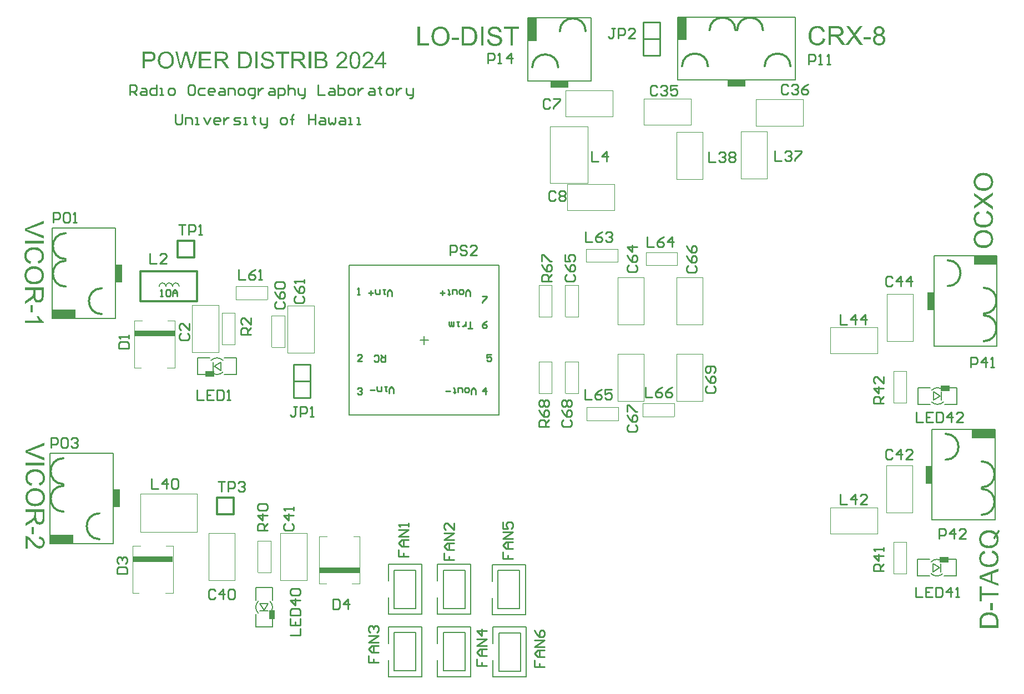
<source format=gto>
G04*
G04 #@! TF.GenerationSoftware,Altium Limited,Altium Designer,24.2.2 (26)*
G04*
G04 Layer_Color=65535*
%FSLAX44Y44*%
%MOMM*%
G71*
G04*
G04 #@! TF.SameCoordinates,1BD910DE-209E-4C6D-8DAE-2763C1CA0569*
G04*
G04*
G04 #@! TF.FilePolarity,Positive*
G04*
G01*
G75*
%ADD10C,0.2032*%
%ADD11C,0.3048*%
%ADD12C,0.1200*%
%ADD13C,0.2540*%
%ADD14R,1.3970X0.8890*%
%ADD15R,0.8890X1.3970*%
%ADD16R,1.0000X2.8000*%
%ADD17R,3.6000X1.4000*%
%ADD18R,1.4000X3.6000*%
%ADD19R,2.8000X1.0000*%
%ADD20R,6.2000X0.9525*%
G36*
X727240Y989020D02*
X727532D01*
X728323Y988937D01*
X729198Y988812D01*
X730114Y988604D01*
X731114Y988354D01*
X732030Y988020D01*
X732072D01*
X732155Y987979D01*
X732280Y987896D01*
X732447Y987812D01*
X732864Y987604D01*
X733405Y987229D01*
X734030Y986812D01*
X734655Y986271D01*
X735238Y985646D01*
X735779Y984938D01*
Y984896D01*
X735821Y984855D01*
X735904Y984730D01*
X735988Y984605D01*
X736196Y984188D01*
X736446Y983647D01*
X736738Y982980D01*
X736946Y982189D01*
X737154Y981356D01*
X737237Y980439D01*
X733572Y980147D01*
Y980189D01*
Y980272D01*
X733530Y980397D01*
X733488Y980606D01*
X733363Y981064D01*
X733197Y981689D01*
X732947Y982355D01*
X732572Y983022D01*
X732114Y983647D01*
X731531Y984230D01*
X731447Y984271D01*
X731239Y984438D01*
X730822Y984688D01*
X730281Y984938D01*
X729573Y985188D01*
X728740Y985438D01*
X727698Y985604D01*
X726532Y985646D01*
X725949D01*
X725699Y985604D01*
X725366Y985563D01*
X724616Y985479D01*
X723783Y985313D01*
X722949Y985105D01*
X722158Y984771D01*
X721825Y984563D01*
X721491Y984355D01*
X721408Y984313D01*
X721242Y984146D01*
X720992Y983855D01*
X720742Y983522D01*
X720450Y983063D01*
X720200Y982563D01*
X720033Y981980D01*
X719950Y981314D01*
Y981230D01*
Y981064D01*
X719992Y980772D01*
X720075Y980439D01*
X720200Y980023D01*
X720408Y979606D01*
X720658Y979189D01*
X721033Y978773D01*
X721075Y978731D01*
X721283Y978606D01*
X721450Y978481D01*
X721616Y978398D01*
X721866Y978273D01*
X722158Y978106D01*
X722533Y977981D01*
X722949Y977815D01*
X723408Y977648D01*
X723949Y977440D01*
X724532Y977273D01*
X725199Y977065D01*
X725949Y976898D01*
X726782Y976690D01*
X726823D01*
X726990Y976648D01*
X727240Y976607D01*
X727532Y976523D01*
X727906Y976440D01*
X728365Y976315D01*
X728823Y976190D01*
X729323Y976065D01*
X730406Y975774D01*
X731447Y975482D01*
X731947Y975315D01*
X732405Y975149D01*
X732822Y975024D01*
X733155Y974857D01*
X733197D01*
X733280Y974816D01*
X733405Y974732D01*
X733572Y974649D01*
X734030Y974399D01*
X734572Y974066D01*
X735196Y973607D01*
X735821Y973108D01*
X736404Y972524D01*
X736904Y971900D01*
X736946Y971816D01*
X737113Y971608D01*
X737279Y971233D01*
X737529Y970733D01*
X737737Y970150D01*
X737946Y969442D01*
X738071Y968650D01*
X738112Y967817D01*
Y967776D01*
Y967734D01*
Y967609D01*
Y967442D01*
X738029Y966984D01*
X737946Y966401D01*
X737779Y965734D01*
X737571Y965026D01*
X737237Y964277D01*
X736779Y963485D01*
Y963443D01*
X736738Y963402D01*
X736529Y963152D01*
X736238Y962777D01*
X735821Y962360D01*
X735280Y961861D01*
X734613Y961319D01*
X733863Y960819D01*
X732989Y960361D01*
X732947D01*
X732864Y960319D01*
X732739Y960278D01*
X732572Y960194D01*
X732322Y960111D01*
X732030Y959986D01*
X731364Y959819D01*
X730573Y959611D01*
X729614Y959403D01*
X728573Y959278D01*
X727448Y959236D01*
X726782D01*
X726449Y959278D01*
X726074D01*
X725657Y959320D01*
X725157Y959361D01*
X724116Y959528D01*
X723033Y959694D01*
X721950Y959986D01*
X720908Y960361D01*
X720867D01*
X720783Y960403D01*
X720658Y960486D01*
X720492Y960569D01*
X719992Y960819D01*
X719409Y961194D01*
X718742Y961694D01*
X718034Y962277D01*
X717367Y962985D01*
X716743Y963777D01*
Y963818D01*
X716659Y963902D01*
X716618Y964027D01*
X716493Y964193D01*
X716409Y964401D01*
X716284Y964651D01*
X715993Y965276D01*
X715701Y966068D01*
X715451Y966943D01*
X715285Y967942D01*
X715201Y968984D01*
X718784Y969317D01*
Y969275D01*
Y969234D01*
X718826Y969109D01*
Y968942D01*
X718909Y968567D01*
X719034Y968026D01*
X719200Y967484D01*
X719367Y966859D01*
X719659Y966276D01*
X719950Y965734D01*
X719992Y965693D01*
X720117Y965526D01*
X720325Y965235D01*
X720658Y964943D01*
X721075Y964568D01*
X721533Y964193D01*
X722158Y963818D01*
X722824Y963485D01*
X722866D01*
X722908Y963443D01*
X723033Y963402D01*
X723158Y963360D01*
X723574Y963235D01*
X724116Y963068D01*
X724782Y962902D01*
X725532Y962777D01*
X726365Y962694D01*
X727282Y962652D01*
X727657D01*
X728073Y962694D01*
X728573Y962735D01*
X729156Y962819D01*
X729823Y962902D01*
X730489Y963068D01*
X731114Y963277D01*
X731197Y963318D01*
X731406Y963402D01*
X731697Y963568D01*
X732072Y963735D01*
X732447Y964027D01*
X732864Y964318D01*
X733280Y964651D01*
X733613Y965068D01*
X733655Y965110D01*
X733738Y965276D01*
X733863Y965485D01*
X734030Y965818D01*
X734197Y966151D01*
X734322Y966568D01*
X734405Y967026D01*
X734446Y967526D01*
Y967567D01*
Y967776D01*
X734405Y968026D01*
X734363Y968359D01*
X734238Y968692D01*
X734113Y969109D01*
X733905Y969525D01*
X733613Y969900D01*
X733572Y969942D01*
X733447Y970067D01*
X733280Y970233D01*
X732989Y970483D01*
X732655Y970733D01*
X732197Y971025D01*
X731656Y971316D01*
X731031Y971566D01*
X730989Y971608D01*
X730781Y971650D01*
X730447Y971775D01*
X730239Y971816D01*
X729948Y971900D01*
X729656Y972025D01*
X729281Y972108D01*
X728865Y972233D01*
X728365Y972358D01*
X727865Y972483D01*
X727282Y972649D01*
X726615Y972816D01*
X725907Y972983D01*
X725865D01*
X725740Y973024D01*
X725532Y973066D01*
X725282Y973149D01*
X724949Y973233D01*
X724574Y973316D01*
X723741Y973566D01*
X722824Y973857D01*
X721866Y974149D01*
X721033Y974441D01*
X720658Y974607D01*
X720325Y974774D01*
X720283D01*
X720242Y974816D01*
X719992Y974982D01*
X719617Y975190D01*
X719200Y975524D01*
X718700Y975899D01*
X718201Y976357D01*
X717701Y976898D01*
X717284Y977482D01*
X717243Y977565D01*
X717118Y977773D01*
X716951Y978106D01*
X716784Y978523D01*
X716618Y979064D01*
X716451Y979689D01*
X716326Y980356D01*
X716284Y981064D01*
Y981106D01*
Y981147D01*
Y981272D01*
Y981439D01*
X716368Y981855D01*
X716451Y982397D01*
X716576Y983022D01*
X716784Y983730D01*
X717076Y984438D01*
X717493Y985146D01*
Y985188D01*
X717534Y985229D01*
X717742Y985479D01*
X718034Y985813D01*
X718409Y986229D01*
X718909Y986687D01*
X719534Y987187D01*
X720283Y987645D01*
X721117Y988062D01*
X721158D01*
X721242Y988104D01*
X721367Y988145D01*
X721533Y988229D01*
X721741Y988312D01*
X722033Y988395D01*
X722658Y988562D01*
X723449Y988729D01*
X724366Y988895D01*
X725324Y989020D01*
X726407Y989062D01*
X726948D01*
X727240Y989020D01*
D02*
G37*
G36*
X671879Y968400D02*
X660924D01*
Y971941D01*
X671879D01*
Y968400D01*
D02*
G37*
G36*
X764022Y985146D02*
X754525D01*
Y959736D01*
X750692D01*
Y985146D01*
X741195D01*
Y988562D01*
X764022D01*
Y985146D01*
D02*
G37*
G36*
X709744Y959736D02*
X705912D01*
Y988562D01*
X709744D01*
Y959736D01*
D02*
G37*
G36*
X688042Y988520D02*
X688875Y988479D01*
X689708Y988395D01*
X690541Y988270D01*
X691249Y988145D01*
X691291D01*
X691374Y988104D01*
X691499D01*
X691666Y988020D01*
X692124Y987896D01*
X692707Y987687D01*
X693374Y987396D01*
X694082Y987021D01*
X694790Y986604D01*
X695456Y986063D01*
X695498Y986021D01*
X695540Y985979D01*
X695665Y985854D01*
X695831Y985729D01*
X696248Y985313D01*
X696748Y984730D01*
X697289Y984022D01*
X697872Y983188D01*
X698414Y982230D01*
X698872Y981147D01*
Y981106D01*
X698914Y981022D01*
X698997Y980856D01*
X699039Y980606D01*
X699164Y980314D01*
X699247Y979981D01*
X699331Y979606D01*
X699455Y979148D01*
X699580Y978689D01*
X699664Y978148D01*
X699872Y976982D01*
X699997Y975690D01*
X700039Y974274D01*
Y974232D01*
Y974149D01*
Y973941D01*
Y973732D01*
X699997Y973441D01*
Y973108D01*
X699955Y972316D01*
X699830Y971400D01*
X699705Y970442D01*
X699497Y969442D01*
X699247Y968442D01*
Y968400D01*
X699205Y968317D01*
X699164Y968192D01*
X699122Y968026D01*
X698956Y967567D01*
X698706Y966984D01*
X698456Y966318D01*
X698122Y965651D01*
X697706Y964943D01*
X697289Y964277D01*
X697248Y964193D01*
X697081Y963985D01*
X696831Y963693D01*
X696498Y963318D01*
X696123Y962902D01*
X695665Y962485D01*
X695207Y962027D01*
X694665Y961652D01*
X694582Y961610D01*
X694415Y961486D01*
X694124Y961319D01*
X693707Y961111D01*
X693207Y960861D01*
X692624Y960652D01*
X691957Y960403D01*
X691208Y960194D01*
X691124D01*
X690999Y960153D01*
X690874Y960111D01*
X690458Y960069D01*
X689875Y959986D01*
X689208Y959903D01*
X688417Y959819D01*
X687542Y959778D01*
X686584Y959736D01*
X676211Y959736D01*
Y988562D01*
X687292Y988562D01*
X688042Y988520D01*
D02*
G37*
G36*
X612728Y963152D02*
X626932D01*
Y959736D01*
X608895D01*
Y988562D01*
X612728D01*
Y963152D01*
D02*
G37*
G36*
X644761Y989020D02*
X645136D01*
X645511Y988979D01*
X646011Y988895D01*
X646511Y988812D01*
X647594Y988604D01*
X648843Y988270D01*
X650051Y987770D01*
X650676Y987479D01*
X651301Y987146D01*
X651343Y987104D01*
X651426Y987062D01*
X651593Y986937D01*
X651843Y986812D01*
X652093Y986604D01*
X652426Y986354D01*
X653134Y985771D01*
X653884Y985021D01*
X654717Y984105D01*
X655508Y983022D01*
X656175Y981814D01*
Y981772D01*
X656258Y981647D01*
X656341Y981480D01*
X656425Y981230D01*
X656591Y980897D01*
X656716Y980522D01*
X656883Y980064D01*
X657050Y979564D01*
X657175Y979023D01*
X657341Y978439D01*
X657508Y977773D01*
X657633Y977107D01*
X657799Y975649D01*
X657883Y974066D01*
Y974024D01*
Y973857D01*
Y973649D01*
X657841Y973316D01*
Y972941D01*
X657799Y972483D01*
X657716Y971983D01*
X657674Y971441D01*
X657466Y970233D01*
X657133Y968900D01*
X656675Y967567D01*
X656425Y966901D01*
X656092Y966234D01*
Y966193D01*
X656008Y966068D01*
X655925Y965901D01*
X655758Y965651D01*
X655592Y965360D01*
X655383Y965068D01*
X654800Y964277D01*
X654092Y963443D01*
X653259Y962569D01*
X652259Y961736D01*
X651093Y960986D01*
X651051D01*
X650968Y960902D01*
X650760Y960819D01*
X650510Y960694D01*
X650218Y960569D01*
X649885Y960444D01*
X649468Y960277D01*
X649010Y960111D01*
X648510Y959944D01*
X647969Y959778D01*
X646761Y959528D01*
X645469Y959319D01*
X644095Y959236D01*
X643678D01*
X643428Y959278D01*
X643053D01*
X642637Y959361D01*
X642178Y959403D01*
X641637Y959486D01*
X640512Y959736D01*
X639304Y960069D01*
X638055Y960569D01*
X637430Y960861D01*
X636805Y961194D01*
X636763Y961236D01*
X636680Y961277D01*
X636513Y961402D01*
X636263Y961569D01*
X636013Y961736D01*
X635722Y961985D01*
X635014Y962610D01*
X634222Y963360D01*
X633389Y964277D01*
X632639Y965318D01*
X631931Y966526D01*
Y966568D01*
X631848Y966693D01*
X631764Y966859D01*
X631681Y967109D01*
X631556Y967442D01*
X631431Y967817D01*
X631265Y968234D01*
X631140Y968692D01*
X630973Y969234D01*
X630806Y969775D01*
X630556Y971025D01*
X630390Y972316D01*
X630307Y973732D01*
Y973774D01*
Y973816D01*
Y974066D01*
X630348Y974441D01*
Y974940D01*
X630432Y975524D01*
X630515Y976232D01*
X630640Y977023D01*
X630806Y977856D01*
X630973Y978731D01*
X631223Y979648D01*
X631556Y980564D01*
X631931Y981522D01*
X632348Y982439D01*
X632889Y983355D01*
X633472Y984188D01*
X634139Y984979D01*
X634180Y985021D01*
X634305Y985146D01*
X634555Y985354D01*
X634847Y985604D01*
X635222Y985938D01*
X635680Y986271D01*
X636222Y986646D01*
X636847Y987021D01*
X637513Y987396D01*
X638263Y987770D01*
X639096Y988104D01*
X639971Y988437D01*
X640929Y988687D01*
X641928Y988895D01*
X642970Y989020D01*
X644095Y989062D01*
X644470D01*
X644761Y989020D01*
D02*
G37*
G36*
X1473102Y765678D02*
X1473477D01*
X1473935Y765636D01*
X1474435Y765553D01*
X1474976Y765511D01*
X1476184Y765303D01*
X1477517Y764969D01*
X1478850Y764511D01*
X1479517Y764261D01*
X1480183Y763928D01*
X1480225D01*
X1480350Y763845D01*
X1480516Y763761D01*
X1480766Y763595D01*
X1481058Y763428D01*
X1481349Y763220D01*
X1482141Y762637D01*
X1482974Y761928D01*
X1483849Y761095D01*
X1484682Y760096D01*
X1485432Y758929D01*
Y758888D01*
X1485515Y758804D01*
X1485598Y758596D01*
X1485723Y758346D01*
X1485848Y758055D01*
X1485973Y757721D01*
X1486140Y757305D01*
X1486307Y756846D01*
X1486473Y756347D01*
X1486640Y755805D01*
X1486890Y754597D01*
X1487098Y753306D01*
X1487181Y751931D01*
Y751515D01*
X1487140Y751265D01*
Y750890D01*
X1487056Y750473D01*
X1487015Y750015D01*
X1486931Y749473D01*
X1486682Y748349D01*
X1486348Y747141D01*
X1485848Y745891D01*
X1485557Y745266D01*
X1485224Y744641D01*
X1485182Y744600D01*
X1485140Y744516D01*
X1485015Y744350D01*
X1484849Y744100D01*
X1484682Y743850D01*
X1484432Y743558D01*
X1483807Y742850D01*
X1483057Y742059D01*
X1482141Y741226D01*
X1481100Y740476D01*
X1479892Y739768D01*
X1479850D01*
X1479725Y739684D01*
X1479558Y739601D01*
X1479308Y739518D01*
X1478975Y739393D01*
X1478600Y739268D01*
X1478184Y739101D01*
X1477726Y738976D01*
X1477184Y738809D01*
X1476642Y738643D01*
X1475393Y738393D01*
X1474101Y738226D01*
X1472685Y738143D01*
X1472643D01*
X1472602D01*
X1472352D01*
X1471977Y738185D01*
X1471477D01*
X1470894Y738268D01*
X1470186Y738351D01*
X1469394Y738476D01*
X1468561Y738643D01*
X1467686Y738809D01*
X1466770Y739059D01*
X1465853Y739393D01*
X1464895Y739768D01*
X1463979Y740184D01*
X1463063Y740726D01*
X1462229Y741309D01*
X1461438Y741975D01*
X1461396Y742017D01*
X1461271Y742142D01*
X1461063Y742392D01*
X1460813Y742683D01*
X1460480Y743058D01*
X1460147Y743517D01*
X1459772Y744058D01*
X1459397Y744683D01*
X1459022Y745349D01*
X1458647Y746099D01*
X1458314Y746932D01*
X1457980Y747807D01*
X1457731Y748765D01*
X1457522Y749765D01*
X1457397Y750806D01*
X1457356Y751931D01*
Y752306D01*
X1457397Y752598D01*
Y752972D01*
X1457439Y753347D01*
X1457522Y753847D01*
X1457606Y754347D01*
X1457814Y755430D01*
X1458147Y756680D01*
X1458647Y757888D01*
X1458939Y758513D01*
X1459272Y759138D01*
X1459314Y759179D01*
X1459355Y759262D01*
X1459480Y759429D01*
X1459605Y759679D01*
X1459813Y759929D01*
X1460063Y760262D01*
X1460647Y760970D01*
X1461396Y761720D01*
X1462313Y762553D01*
X1463396Y763345D01*
X1464604Y764011D01*
X1464646D01*
X1464771Y764095D01*
X1464937Y764178D01*
X1465187Y764261D01*
X1465520Y764428D01*
X1465895Y764553D01*
X1466353Y764719D01*
X1466853Y764886D01*
X1467395Y765011D01*
X1467978Y765178D01*
X1468645Y765344D01*
X1469311Y765469D01*
X1470769Y765636D01*
X1472352Y765719D01*
X1472393D01*
X1472560D01*
X1472768D01*
X1473102Y765678D01*
D02*
G37*
G36*
X1486682Y731186D02*
X1476434Y723897D01*
X1476393Y723855D01*
X1476268Y723772D01*
X1476101Y723688D01*
X1475893Y723522D01*
X1475309Y723147D01*
X1474685Y722730D01*
X1474726Y722689D01*
X1474893Y722564D01*
X1475143Y722397D01*
X1475476Y722189D01*
X1476142Y721730D01*
X1476434Y721522D01*
X1476684Y721356D01*
X1486682Y714066D01*
Y709484D01*
X1471769Y720606D01*
X1457856Y710775D01*
Y715315D01*
X1465270Y720564D01*
X1465312D01*
X1465354Y720647D01*
X1465479Y720731D01*
X1465645Y720856D01*
X1466062Y721106D01*
X1466562Y721480D01*
X1467145Y721855D01*
X1467728Y722230D01*
X1468270Y722564D01*
X1468769Y722855D01*
X1468686Y722897D01*
X1468519Y723022D01*
X1468186Y723230D01*
X1467770Y723522D01*
X1467312Y723855D01*
X1466728Y724271D01*
X1466145Y724688D01*
X1465520Y725188D01*
X1457856Y730937D01*
Y735102D01*
X1471560Y725105D01*
X1486682Y735893D01*
Y731186D01*
D02*
G37*
G36*
X1477767Y707692D02*
X1478017Y707609D01*
X1478350Y707484D01*
X1478725Y707359D01*
X1479183Y707193D01*
X1479683Y706984D01*
X1480225Y706734D01*
X1481391Y706151D01*
X1482558Y705401D01*
X1483141Y704943D01*
X1483724Y704485D01*
X1484224Y703985D01*
X1484724Y703402D01*
X1484765Y703360D01*
X1484849Y703277D01*
X1484932Y703069D01*
X1485099Y702860D01*
X1485307Y702527D01*
X1485515Y702194D01*
X1485723Y701736D01*
X1485932Y701277D01*
X1486182Y700736D01*
X1486390Y700153D01*
X1486598Y699528D01*
X1486806Y698861D01*
X1486973Y698153D01*
X1487056Y697403D01*
X1487140Y696612D01*
X1487181Y695779D01*
Y695321D01*
X1487140Y694987D01*
Y694612D01*
X1487098Y694154D01*
X1487015Y693654D01*
X1486931Y693071D01*
X1486723Y691863D01*
X1486390Y690613D01*
X1485932Y689364D01*
X1485640Y688781D01*
X1485307Y688197D01*
X1485265Y688156D01*
X1485224Y688072D01*
X1485099Y687906D01*
X1484932Y687739D01*
X1484765Y687489D01*
X1484515Y687198D01*
X1484224Y686864D01*
X1483891Y686531D01*
X1483516Y686198D01*
X1483141Y685823D01*
X1482183Y685073D01*
X1481058Y684365D01*
X1479808Y683740D01*
X1479767D01*
X1479642Y683657D01*
X1479433Y683615D01*
X1479183Y683490D01*
X1478850Y683407D01*
X1478434Y683282D01*
X1477975Y683115D01*
X1477475Y682990D01*
X1476934Y682865D01*
X1476309Y682699D01*
X1475018Y682490D01*
X1473560Y682324D01*
X1472060Y682241D01*
X1472019D01*
X1471852D01*
X1471602D01*
X1471310Y682282D01*
X1470894D01*
X1470477Y682324D01*
X1469936Y682366D01*
X1469394Y682449D01*
X1468186Y682657D01*
X1466853Y682949D01*
X1465520Y683365D01*
X1464229Y683949D01*
X1464187Y683990D01*
X1464062Y684032D01*
X1463896Y684115D01*
X1463687Y684282D01*
X1463396Y684448D01*
X1463063Y684657D01*
X1462313Y685198D01*
X1461480Y685906D01*
X1460647Y686739D01*
X1459813Y687698D01*
X1459105Y688822D01*
X1459064Y688864D01*
X1459022Y688989D01*
X1458939Y689156D01*
X1458814Y689364D01*
X1458689Y689697D01*
X1458564Y690030D01*
X1458397Y690447D01*
X1458230Y690905D01*
X1458064Y691405D01*
X1457897Y691946D01*
X1457647Y693113D01*
X1457439Y694446D01*
X1457356Y695820D01*
Y696237D01*
X1457397Y696529D01*
X1457439Y696904D01*
X1457481Y697362D01*
X1457522Y697820D01*
X1457647Y698362D01*
X1457897Y699486D01*
X1458272Y700736D01*
X1458522Y701361D01*
X1458814Y701944D01*
X1459189Y702527D01*
X1459563Y703110D01*
X1459605Y703152D01*
X1459647Y703235D01*
X1459772Y703402D01*
X1459980Y703610D01*
X1460188Y703818D01*
X1460480Y704110D01*
X1460813Y704402D01*
X1461146Y704735D01*
X1461563Y705068D01*
X1462063Y705401D01*
X1462563Y705776D01*
X1463104Y706109D01*
X1463729Y706401D01*
X1464354Y706734D01*
X1465020Y706984D01*
X1465770Y707234D01*
X1466645Y703485D01*
X1466603D01*
X1466520Y703444D01*
X1466353Y703360D01*
X1466145Y703277D01*
X1465895Y703194D01*
X1465562Y703069D01*
X1464895Y702735D01*
X1464146Y702319D01*
X1463396Y701819D01*
X1462688Y701194D01*
X1462063Y700528D01*
X1461980Y700444D01*
X1461813Y700194D01*
X1461605Y699778D01*
X1461313Y699236D01*
X1461063Y698528D01*
X1460813Y697737D01*
X1460647Y696778D01*
X1460605Y695737D01*
Y695404D01*
X1460647Y695196D01*
Y694904D01*
X1460688Y694571D01*
X1460813Y693779D01*
X1460980Y692905D01*
X1461271Y691988D01*
X1461688Y691030D01*
X1462229Y690155D01*
Y690114D01*
X1462313Y690072D01*
X1462521Y689780D01*
X1462854Y689405D01*
X1463354Y688947D01*
X1463979Y688406D01*
X1464687Y687906D01*
X1465562Y687448D01*
X1466520Y687031D01*
X1466562D01*
X1466645Y686989D01*
X1466770Y686948D01*
X1466978Y686906D01*
X1467228Y686823D01*
X1467520Y686739D01*
X1468228Y686615D01*
X1469061Y686448D01*
X1469978Y686281D01*
X1470977Y686198D01*
X1472060Y686156D01*
X1472102D01*
X1472227D01*
X1472435D01*
X1472685D01*
X1472977Y686198D01*
X1473352D01*
X1473768Y686240D01*
X1474226Y686281D01*
X1475226Y686406D01*
X1476309Y686615D01*
X1477392Y686864D01*
X1478475Y687198D01*
X1478517D01*
X1478600Y687239D01*
X1478725Y687323D01*
X1478934Y687406D01*
X1479433Y687656D01*
X1480016Y688031D01*
X1480683Y688489D01*
X1481391Y689072D01*
X1482016Y689739D01*
X1482599Y690530D01*
Y690572D01*
X1482641Y690655D01*
X1482724Y690780D01*
X1482807Y690947D01*
X1482891Y691155D01*
X1483016Y691405D01*
X1483266Y691988D01*
X1483516Y692738D01*
X1483724Y693571D01*
X1483891Y694488D01*
X1483932Y695445D01*
Y695737D01*
X1483891Y695987D01*
Y696279D01*
X1483849Y696570D01*
X1483682Y697320D01*
X1483474Y698195D01*
X1483141Y699070D01*
X1482682Y699986D01*
X1482433Y700444D01*
X1482099Y700861D01*
X1482058Y700902D01*
X1482016Y700944D01*
X1481891Y701069D01*
X1481766Y701236D01*
X1481558Y701402D01*
X1481308Y701611D01*
X1481058Y701861D01*
X1480725Y702069D01*
X1480350Y702319D01*
X1479933Y702610D01*
X1479517Y702860D01*
X1479017Y703110D01*
X1478475Y703318D01*
X1477892Y703527D01*
X1477267Y703735D01*
X1476601Y703902D01*
X1477559Y707734D01*
X1477601D01*
X1477767Y707692D01*
D02*
G37*
G36*
X1473102Y678408D02*
X1473477D01*
X1473935Y678367D01*
X1474435Y678283D01*
X1474976Y678242D01*
X1476184Y678033D01*
X1477517Y677700D01*
X1478850Y677242D01*
X1479517Y676992D01*
X1480183Y676659D01*
X1480225D01*
X1480350Y676575D01*
X1480516Y676492D01*
X1480766Y676325D01*
X1481058Y676159D01*
X1481349Y675950D01*
X1482141Y675367D01*
X1482974Y674659D01*
X1483849Y673826D01*
X1484682Y672826D01*
X1485432Y671660D01*
Y671618D01*
X1485515Y671535D01*
X1485598Y671327D01*
X1485723Y671077D01*
X1485848Y670785D01*
X1485973Y670452D01*
X1486140Y670035D01*
X1486307Y669577D01*
X1486473Y669077D01*
X1486640Y668536D01*
X1486890Y667328D01*
X1487098Y666036D01*
X1487181Y664662D01*
Y664245D01*
X1487140Y663995D01*
Y663620D01*
X1487056Y663204D01*
X1487015Y662746D01*
X1486931Y662204D01*
X1486682Y661079D01*
X1486348Y659871D01*
X1485848Y658622D01*
X1485557Y657997D01*
X1485224Y657372D01*
X1485182Y657330D01*
X1485140Y657247D01*
X1485015Y657080D01*
X1484849Y656830D01*
X1484682Y656581D01*
X1484432Y656289D01*
X1483807Y655581D01*
X1483057Y654789D01*
X1482141Y653956D01*
X1481100Y653206D01*
X1479892Y652498D01*
X1479850D01*
X1479725Y652415D01*
X1479558Y652332D01*
X1479308Y652248D01*
X1478975Y652123D01*
X1478600Y651998D01*
X1478184Y651832D01*
X1477726Y651707D01*
X1477184Y651540D01*
X1476642Y651374D01*
X1475393Y651124D01*
X1474101Y650957D01*
X1472685Y650874D01*
X1472643D01*
X1472602D01*
X1472352D01*
X1471977Y650915D01*
X1471477D01*
X1470894Y650999D01*
X1470186Y651082D01*
X1469394Y651207D01*
X1468561Y651374D01*
X1467686Y651540D01*
X1466770Y651790D01*
X1465853Y652123D01*
X1464895Y652498D01*
X1463979Y652915D01*
X1463063Y653456D01*
X1462229Y654040D01*
X1461438Y654706D01*
X1461396Y654748D01*
X1461271Y654873D01*
X1461063Y655123D01*
X1460813Y655414D01*
X1460480Y655789D01*
X1460147Y656247D01*
X1459772Y656789D01*
X1459397Y657414D01*
X1459022Y658080D01*
X1458647Y658830D01*
X1458314Y659663D01*
X1457980Y660538D01*
X1457731Y661496D01*
X1457522Y662496D01*
X1457397Y663537D01*
X1457356Y664662D01*
Y665037D01*
X1457397Y665328D01*
Y665703D01*
X1457439Y666078D01*
X1457522Y666578D01*
X1457606Y667078D01*
X1457814Y668161D01*
X1458147Y669410D01*
X1458647Y670619D01*
X1458939Y671243D01*
X1459272Y671868D01*
X1459314Y671910D01*
X1459355Y671993D01*
X1459480Y672160D01*
X1459605Y672410D01*
X1459813Y672660D01*
X1460063Y672993D01*
X1460647Y673701D01*
X1461396Y674451D01*
X1462313Y675284D01*
X1463396Y676076D01*
X1464604Y676742D01*
X1464646D01*
X1464771Y676825D01*
X1464937Y676909D01*
X1465187Y676992D01*
X1465520Y677159D01*
X1465895Y677283D01*
X1466353Y677450D01*
X1466853Y677617D01*
X1467395Y677742D01*
X1467978Y677908D01*
X1468645Y678075D01*
X1469311Y678200D01*
X1470769Y678367D01*
X1472352Y678450D01*
X1472393D01*
X1472560D01*
X1472768D01*
X1473102Y678408D01*
D02*
G37*
G36*
X40204Y349219D02*
X19251Y341721D01*
X19209D01*
X19126Y341679D01*
X19001Y341638D01*
X18834Y341554D01*
X18585Y341513D01*
X18334Y341429D01*
X17710Y341221D01*
X17002Y340971D01*
X16210Y340721D01*
X14544Y340221D01*
X14585D01*
X14669Y340180D01*
X14794Y340138D01*
X14960Y340097D01*
X15419Y339972D01*
X16043Y339763D01*
X16752Y339555D01*
X17543Y339305D01*
X18376Y339013D01*
X19251Y338680D01*
X40204Y330849D01*
Y326975D01*
X11378Y338222D01*
Y342221D01*
X40204Y353385D01*
Y349219D01*
D02*
G37*
G36*
Y319060D02*
X11378D01*
Y322893D01*
X40204D01*
Y319060D01*
D02*
G37*
G36*
X26749Y313395D02*
X27166D01*
X27582Y313353D01*
X28124Y313312D01*
X28665Y313228D01*
X29873Y313020D01*
X31206Y312729D01*
X32539Y312312D01*
X33831Y311729D01*
X33872Y311687D01*
X33997Y311646D01*
X34164Y311562D01*
X34372Y311395D01*
X34664Y311229D01*
X34997Y311021D01*
X35747Y310479D01*
X36580Y309771D01*
X37413Y308938D01*
X38246Y307980D01*
X38954Y306855D01*
X38996Y306813D01*
X39038Y306688D01*
X39121Y306522D01*
X39246Y306313D01*
X39371Y305980D01*
X39496Y305647D01*
X39662Y305230D01*
X39829Y304772D01*
X39996Y304272D01*
X40162Y303731D01*
X40412Y302564D01*
X40620Y301231D01*
X40704Y299857D01*
Y299440D01*
X40662Y299149D01*
X40620Y298774D01*
X40579Y298316D01*
X40537Y297857D01*
X40412Y297316D01*
X40162Y296191D01*
X39787Y294941D01*
X39537Y294317D01*
X39246Y293733D01*
X38871Y293150D01*
X38496Y292567D01*
X38454Y292525D01*
X38413Y292442D01*
X38288Y292275D01*
X38080Y292067D01*
X37871Y291859D01*
X37580Y291567D01*
X37246Y291276D01*
X36913Y290942D01*
X36497Y290609D01*
X35997Y290276D01*
X35497Y289901D01*
X34955Y289568D01*
X34330Y289276D01*
X33706Y288943D01*
X33039Y288693D01*
X32289Y288443D01*
X31414Y292192D01*
X31456D01*
X31539Y292234D01*
X31706Y292317D01*
X31914Y292400D01*
X32164Y292484D01*
X32498Y292609D01*
X33164Y292942D01*
X33914Y293358D01*
X34664Y293858D01*
X35372Y294483D01*
X35997Y295150D01*
X36080Y295233D01*
X36247Y295483D01*
X36455Y295900D01*
X36746Y296441D01*
X36996Y297149D01*
X37246Y297941D01*
X37413Y298899D01*
X37455Y299940D01*
Y300273D01*
X37413Y300482D01*
Y300773D01*
X37371Y301106D01*
X37246Y301898D01*
X37080Y302773D01*
X36788Y303689D01*
X36372Y304647D01*
X35830Y305522D01*
Y305564D01*
X35747Y305605D01*
X35538Y305897D01*
X35205Y306272D01*
X34705Y306730D01*
X34081Y307272D01*
X33372Y307771D01*
X32498Y308230D01*
X31539Y308646D01*
X31498D01*
X31414Y308688D01*
X31290Y308729D01*
X31081Y308771D01*
X30831Y308855D01*
X30540Y308938D01*
X29832Y309063D01*
X28998Y309229D01*
X28082Y309396D01*
X27082Y309479D01*
X25999Y309521D01*
X25958D01*
X25833D01*
X25624D01*
X25374D01*
X25083Y309479D01*
X24708D01*
X24291Y309438D01*
X23833Y309396D01*
X22833Y309271D01*
X21750Y309063D01*
X20667Y308813D01*
X19584Y308480D01*
X19543D01*
X19459Y308438D01*
X19334Y308355D01*
X19126Y308271D01*
X18626Y308021D01*
X18043Y307647D01*
X17376Y307188D01*
X16668Y306605D01*
X16043Y305939D01*
X15460Y305147D01*
Y305105D01*
X15419Y305022D01*
X15335Y304897D01*
X15252Y304731D01*
X15169Y304522D01*
X15044Y304272D01*
X14794Y303689D01*
X14544Y302939D01*
X14336Y302106D01*
X14169Y301190D01*
X14127Y300232D01*
Y299940D01*
X14169Y299690D01*
Y299399D01*
X14211Y299107D01*
X14377Y298357D01*
X14585Y297482D01*
X14919Y296608D01*
X15377Y295691D01*
X15627Y295233D01*
X15960Y294816D01*
X16002Y294775D01*
X16043Y294733D01*
X16168Y294608D01*
X16293Y294442D01*
X16502Y294275D01*
X16752Y294067D01*
X17002Y293817D01*
X17335Y293608D01*
X17710Y293358D01*
X18126Y293067D01*
X18543Y292817D01*
X19043Y292567D01*
X19584Y292359D01*
X20167Y292150D01*
X20792Y291942D01*
X21459Y291775D01*
X20501Y287943D01*
X20459D01*
X20292Y287985D01*
X20042Y288068D01*
X19709Y288193D01*
X19334Y288318D01*
X18876Y288485D01*
X18376Y288693D01*
X17835Y288943D01*
X16668Y289526D01*
X15502Y290276D01*
X14919Y290734D01*
X14336Y291192D01*
X13836Y291692D01*
X13336Y292275D01*
X13294Y292317D01*
X13211Y292400D01*
X13127Y292609D01*
X12961Y292817D01*
X12753Y293150D01*
X12544Y293483D01*
X12336Y293942D01*
X12128Y294400D01*
X11878Y294941D01*
X11670Y295525D01*
X11461Y296149D01*
X11253Y296816D01*
X11086Y297524D01*
X11003Y298274D01*
X10920Y299065D01*
X10878Y299898D01*
Y300357D01*
X10920Y300690D01*
Y301065D01*
X10961Y301523D01*
X11045Y302023D01*
X11128Y302606D01*
X11336Y303814D01*
X11670Y305064D01*
X12128Y306313D01*
X12419Y306897D01*
X12753Y307480D01*
X12794Y307521D01*
X12836Y307605D01*
X12961Y307771D01*
X13127Y307938D01*
X13294Y308188D01*
X13544Y308480D01*
X13836Y308813D01*
X14169Y309146D01*
X14544Y309479D01*
X14919Y309854D01*
X15877Y310604D01*
X17002Y311312D01*
X18251Y311937D01*
X18293D01*
X18418Y312020D01*
X18626Y312062D01*
X18876Y312187D01*
X19209Y312270D01*
X19626Y312395D01*
X20084Y312562D01*
X20584Y312687D01*
X21126Y312812D01*
X21750Y312978D01*
X23042Y313187D01*
X24500Y313353D01*
X25999Y313437D01*
X26041D01*
X26207D01*
X26458D01*
X26749Y313395D01*
D02*
G37*
G36*
X26082Y284361D02*
X26582D01*
X27166Y284277D01*
X27874Y284194D01*
X28665Y284069D01*
X29498Y283903D01*
X30373Y283736D01*
X31290Y283486D01*
X32206Y283153D01*
X33164Y282778D01*
X34081Y282361D01*
X34997Y281820D01*
X35830Y281237D01*
X36621Y280570D01*
X36663Y280528D01*
X36788Y280403D01*
X36996Y280154D01*
X37246Y279862D01*
X37580Y279487D01*
X37913Y279029D01*
X38288Y278487D01*
X38663Y277862D01*
X39038Y277196D01*
X39413Y276446D01*
X39746Y275613D01*
X40079Y274738D01*
X40329Y273780D01*
X40537Y272780D01*
X40662Y271739D01*
X40704Y270614D01*
Y270239D01*
X40662Y269948D01*
Y269573D01*
X40620Y269198D01*
X40537Y268698D01*
X40454Y268198D01*
X40246Y267115D01*
X39912Y265865D01*
X39413Y264657D01*
X39121Y264033D01*
X38788Y263408D01*
X38746Y263366D01*
X38704Y263283D01*
X38579Y263116D01*
X38454Y262866D01*
X38246Y262616D01*
X37996Y262283D01*
X37413Y261575D01*
X36663Y260825D01*
X35747Y259992D01*
X34664Y259200D01*
X33456Y258534D01*
X33414D01*
X33289Y258451D01*
X33122Y258367D01*
X32873Y258284D01*
X32539Y258118D01*
X32164Y257992D01*
X31706Y257826D01*
X31206Y257659D01*
X30665Y257534D01*
X30082Y257368D01*
X29415Y257201D01*
X28749Y257076D01*
X27291Y256910D01*
X25708Y256826D01*
X25666D01*
X25499D01*
X25291D01*
X24958Y256868D01*
X24583D01*
X24125Y256910D01*
X23625Y256993D01*
X23083Y257034D01*
X21875Y257243D01*
X20542Y257576D01*
X19209Y258034D01*
X18543Y258284D01*
X17876Y258617D01*
X17835D01*
X17710Y258701D01*
X17543Y258784D01*
X17293Y258951D01*
X17002Y259117D01*
X16710Y259326D01*
X15919Y259909D01*
X15085Y260617D01*
X14211Y261450D01*
X13377Y262450D01*
X12628Y263616D01*
Y263658D01*
X12544Y263741D01*
X12461Y263949D01*
X12336Y264199D01*
X12211Y264491D01*
X12086Y264824D01*
X11919Y265241D01*
X11753Y265699D01*
X11586Y266199D01*
X11420Y266740D01*
X11170Y267948D01*
X10961Y269240D01*
X10878Y270614D01*
Y271031D01*
X10920Y271281D01*
Y271656D01*
X11003Y272072D01*
X11045Y272530D01*
X11128Y273072D01*
X11378Y274197D01*
X11711Y275405D01*
X12211Y276654D01*
X12503Y277279D01*
X12836Y277904D01*
X12878Y277946D01*
X12919Y278029D01*
X13044Y278196D01*
X13211Y278446D01*
X13377Y278696D01*
X13627Y278987D01*
X14252Y279695D01*
X15002Y280487D01*
X15919Y281320D01*
X16960Y282070D01*
X18168Y282778D01*
X18210D01*
X18334Y282861D01*
X18501Y282945D01*
X18751Y283028D01*
X19084Y283153D01*
X19459Y283278D01*
X19876Y283444D01*
X20334Y283569D01*
X20875Y283736D01*
X21417Y283903D01*
X22667Y284153D01*
X23958Y284319D01*
X25374Y284402D01*
X25416D01*
X25458D01*
X25708D01*
X26082Y284361D01*
D02*
G37*
G36*
X40204Y238498D02*
X40162Y238164D01*
Y237789D01*
X40121Y236915D01*
X39996Y235998D01*
X39871Y234998D01*
X39662Y234082D01*
X39537Y233624D01*
X39413Y233249D01*
Y233207D01*
X39371Y233165D01*
X39246Y232916D01*
X39079Y232541D01*
X38788Y232083D01*
X38413Y231583D01*
X37913Y231041D01*
X37330Y230541D01*
X36663Y230041D01*
X36621D01*
X36580Y230000D01*
X36330Y229833D01*
X35913Y229666D01*
X35372Y229417D01*
X34747Y229208D01*
X33997Y229000D01*
X33206Y228875D01*
X32331Y228833D01*
X32289D01*
X32206D01*
X32039D01*
X31831Y228875D01*
X31539D01*
X31248Y228917D01*
X30540Y229083D01*
X29707Y229333D01*
X28832Y229666D01*
X27957Y230166D01*
X27541Y230500D01*
X27124Y230833D01*
X27082Y230875D01*
X27041Y230916D01*
X26916Y231041D01*
X26791Y231208D01*
X26624Y231416D01*
X26458Y231666D01*
X26249Y231999D01*
X25999Y232332D01*
X25791Y232749D01*
X25583Y233207D01*
X25333Y233707D01*
X25124Y234249D01*
X24958Y234873D01*
X24750Y235498D01*
X24625Y236206D01*
X24500Y236956D01*
X24458Y236873D01*
X24375Y236706D01*
X24208Y236456D01*
X24041Y236123D01*
X23583Y235373D01*
X23292Y234998D01*
X23042Y234665D01*
X22958Y234582D01*
X22750Y234374D01*
X22417Y234040D01*
X22000Y233624D01*
X21417Y233165D01*
X20792Y232624D01*
X20042Y232083D01*
X19209Y231499D01*
X11378Y226542D01*
Y231291D01*
X17376Y235082D01*
X17418D01*
X17501Y235165D01*
X17626Y235248D01*
X17793Y235373D01*
X18251Y235665D01*
X18834Y236040D01*
X19459Y236498D01*
X20126Y236956D01*
X20751Y237414D01*
X21334Y237831D01*
X21375Y237873D01*
X21542Y237998D01*
X21792Y238206D01*
X22084Y238498D01*
X22708Y239122D01*
X23000Y239456D01*
X23250Y239789D01*
X23292Y239830D01*
X23333Y239914D01*
X23417Y240080D01*
X23542Y240330D01*
X23667Y240580D01*
X23791Y240872D01*
X24000Y241538D01*
Y241580D01*
X24041Y241663D01*
Y241830D01*
X24083Y242038D01*
X24125Y242330D01*
Y242663D01*
X24166Y243121D01*
Y248037D01*
X11378D01*
Y251869D01*
X40204D01*
Y238498D01*
D02*
G37*
G36*
X23583Y213754D02*
X20042D01*
Y224709D01*
X23583D01*
Y213754D01*
D02*
G37*
G36*
X12169Y211338D02*
X12544Y211296D01*
X12961Y211213D01*
X13377Y211129D01*
X13836Y210963D01*
X13877D01*
X13919Y210921D01*
X14169Y210838D01*
X14544Y210671D01*
X15044Y210421D01*
X15627Y210088D01*
X16293Y209672D01*
X16960Y209213D01*
X17668Y208630D01*
X17710D01*
X17751Y208547D01*
X18001Y208339D01*
X18376Y207964D01*
X18918Y207422D01*
X19543Y206797D01*
X20292Y206006D01*
X21126Y205048D01*
X22000Y204006D01*
X22042Y203965D01*
X22167Y203798D01*
X22375Y203548D01*
X22625Y203256D01*
X22958Y202882D01*
X23333Y202423D01*
X23750Y201965D01*
X24208Y201424D01*
X25208Y200382D01*
X26207Y199341D01*
X26707Y198841D01*
X27207Y198383D01*
X27666Y197966D01*
X28124Y197633D01*
X28165D01*
X28207Y197550D01*
X28332Y197466D01*
X28499Y197383D01*
X28957Y197092D01*
X29498Y196758D01*
X30165Y196467D01*
X30873Y196175D01*
X31665Y196008D01*
X32414Y195925D01*
X32456D01*
X32498D01*
X32747Y195967D01*
X33164Y196008D01*
X33622Y196133D01*
X34206Y196300D01*
X34789Y196592D01*
X35372Y196966D01*
X35955Y197466D01*
X36038Y197550D01*
X36205Y197758D01*
X36413Y198050D01*
X36705Y198508D01*
X36955Y199091D01*
X37205Y199757D01*
X37371Y200549D01*
X37413Y201424D01*
Y201674D01*
X37371Y201840D01*
X37330Y202340D01*
X37205Y202923D01*
X37038Y203548D01*
X36746Y204256D01*
X36372Y204923D01*
X35872Y205548D01*
X35788Y205631D01*
X35580Y205798D01*
X35247Y206047D01*
X34747Y206297D01*
X34164Y206589D01*
X33414Y206839D01*
X32581Y207006D01*
X31623Y207089D01*
X31998Y210713D01*
X32039D01*
X32164Y210671D01*
X32373D01*
X32664Y210630D01*
X32997Y210546D01*
X33372Y210463D01*
X33831Y210338D01*
X34289Y210213D01*
X35289Y209880D01*
X36288Y209380D01*
X36788Y209088D01*
X37288Y208713D01*
X37746Y208339D01*
X38163Y207922D01*
X38204Y207880D01*
X38246Y207797D01*
X38371Y207672D01*
X38496Y207464D01*
X38663Y207214D01*
X38829Y206922D01*
X39038Y206589D01*
X39246Y206173D01*
X39454Y205714D01*
X39662Y205214D01*
X39829Y204673D01*
X39996Y204090D01*
X40121Y203465D01*
X40246Y202798D01*
X40287Y202090D01*
X40329Y201340D01*
Y200924D01*
X40287Y200632D01*
X40246Y200299D01*
X40204Y199882D01*
X40121Y199424D01*
X40037Y198966D01*
X39746Y197883D01*
X39329Y196800D01*
X39079Y196258D01*
X38788Y195717D01*
X38413Y195217D01*
X37996Y194759D01*
X37954Y194717D01*
X37913Y194634D01*
X37746Y194550D01*
X37580Y194384D01*
X37371Y194175D01*
X37080Y193967D01*
X36788Y193759D01*
X36413Y193509D01*
X35622Y193092D01*
X34622Y192676D01*
X34122Y192509D01*
X33539Y192426D01*
X32956Y192343D01*
X32331Y192301D01*
X32248D01*
X32039D01*
X31706Y192343D01*
X31248Y192384D01*
X30748Y192468D01*
X30165Y192634D01*
X29540Y192801D01*
X28915Y193051D01*
X28832Y193092D01*
X28624Y193176D01*
X28290Y193342D01*
X27832Y193592D01*
X27332Y193926D01*
X26707Y194342D01*
X26082Y194842D01*
X25374Y195425D01*
X25291Y195508D01*
X25041Y195717D01*
X24833Y195925D01*
X24625Y196133D01*
X24375Y196383D01*
X24041Y196716D01*
X23708Y197050D01*
X23333Y197466D01*
X22917Y197883D01*
X22459Y198383D01*
X22000Y198924D01*
X21459Y199508D01*
X20917Y200174D01*
X20334Y200840D01*
X20292Y200882D01*
X20209Y200965D01*
X20084Y201132D01*
X19918Y201340D01*
X19668Y201590D01*
X19418Y201882D01*
X18876Y202548D01*
X18251Y203256D01*
X17626Y203923D01*
X17085Y204506D01*
X16877Y204756D01*
X16668Y204964D01*
X16627Y205006D01*
X16502Y205131D01*
X16335Y205298D01*
X16085Y205506D01*
X15793Y205714D01*
X15502Y205964D01*
X14794Y206464D01*
Y192259D01*
X11378D01*
Y211380D01*
X11420D01*
X11586D01*
X11836D01*
X12169Y211338D01*
D02*
G37*
G36*
X1219874Y989941D02*
X1220249Y989899D01*
X1220707Y989858D01*
X1221165Y989816D01*
X1221707Y989691D01*
X1222832Y989441D01*
X1224081Y989066D01*
X1224706Y988816D01*
X1225289Y988525D01*
X1225872Y988150D01*
X1226456Y987775D01*
X1226497Y987733D01*
X1226581Y987692D01*
X1226747Y987567D01*
X1226955Y987358D01*
X1227164Y987150D01*
X1227455Y986859D01*
X1227747Y986525D01*
X1228080Y986192D01*
X1228413Y985776D01*
X1228747Y985276D01*
X1229122Y984776D01*
X1229455Y984234D01*
X1229746Y983609D01*
X1230080Y982984D01*
X1230330Y982318D01*
X1230580Y981568D01*
X1226831Y980693D01*
Y980735D01*
X1226789Y980818D01*
X1226706Y980985D01*
X1226622Y981193D01*
X1226539Y981443D01*
X1226414Y981777D01*
X1226081Y982443D01*
X1225664Y983193D01*
X1225164Y983943D01*
X1224539Y984651D01*
X1223873Y985276D01*
X1223790Y985359D01*
X1223540Y985526D01*
X1223123Y985734D01*
X1222582Y986025D01*
X1221873Y986275D01*
X1221082Y986525D01*
X1220124Y986692D01*
X1219083Y986734D01*
X1218749D01*
X1218541Y986692D01*
X1218249D01*
X1217916Y986650D01*
X1217125Y986525D01*
X1216250Y986359D01*
X1215333Y986067D01*
X1214375Y985650D01*
X1213501Y985109D01*
X1213459D01*
X1213417Y985026D01*
X1213126Y984817D01*
X1212751Y984484D01*
X1212293Y983984D01*
X1211751Y983359D01*
X1211251Y982651D01*
X1210793Y981777D01*
X1210376Y980818D01*
Y980777D01*
X1210335Y980693D01*
X1210293Y980568D01*
X1210251Y980360D01*
X1210168Y980110D01*
X1210085Y979819D01*
X1209960Y979110D01*
X1209793Y978277D01*
X1209627Y977361D01*
X1209543Y976361D01*
X1209502Y975278D01*
Y975237D01*
Y975111D01*
Y974903D01*
Y974653D01*
X1209543Y974362D01*
Y973987D01*
X1209585Y973570D01*
X1209627Y973112D01*
X1209752Y972112D01*
X1209960Y971029D01*
X1210210Y969946D01*
X1210543Y968863D01*
Y968821D01*
X1210585Y968738D01*
X1210668Y968613D01*
X1210751Y968405D01*
X1211001Y967905D01*
X1211376Y967322D01*
X1211834Y966655D01*
X1212418Y965947D01*
X1213084Y965322D01*
X1213876Y964739D01*
X1213917D01*
X1214000Y964697D01*
X1214126Y964614D01*
X1214292Y964531D01*
X1214500Y964448D01*
X1214750Y964323D01*
X1215333Y964073D01*
X1216083Y963823D01*
X1216916Y963615D01*
X1217833Y963448D01*
X1218791Y963406D01*
X1219083D01*
X1219333Y963448D01*
X1219624D01*
X1219916Y963490D01*
X1220666Y963656D01*
X1221540Y963864D01*
X1222415Y964198D01*
X1223332Y964656D01*
X1223790Y964906D01*
X1224206Y965239D01*
X1224248Y965281D01*
X1224290Y965322D01*
X1224415Y965447D01*
X1224581Y965572D01*
X1224748Y965781D01*
X1224956Y966031D01*
X1225206Y966281D01*
X1225414Y966614D01*
X1225664Y966989D01*
X1225956Y967405D01*
X1226206Y967822D01*
X1226456Y968322D01*
X1226664Y968863D01*
X1226872Y969446D01*
X1227081Y970071D01*
X1227247Y970738D01*
X1231079Y969780D01*
Y969738D01*
X1231038Y969571D01*
X1230955Y969321D01*
X1230829Y968988D01*
X1230705Y968613D01*
X1230538Y968155D01*
X1230330Y967655D01*
X1230080Y967114D01*
X1229497Y965947D01*
X1228747Y964781D01*
X1228288Y964198D01*
X1227830Y963615D01*
X1227330Y963115D01*
X1226747Y962615D01*
X1226706Y962573D01*
X1226622Y962490D01*
X1226414Y962406D01*
X1226206Y962240D01*
X1225872Y962032D01*
X1225539Y961823D01*
X1225081Y961615D01*
X1224623Y961407D01*
X1224081Y961157D01*
X1223498Y960948D01*
X1222873Y960740D01*
X1222207Y960532D01*
X1221499Y960365D01*
X1220749Y960282D01*
X1219957Y960199D01*
X1219124Y960157D01*
X1218666D01*
X1218333Y960199D01*
X1217958D01*
X1217500Y960240D01*
X1217000Y960324D01*
X1216417Y960407D01*
X1215209Y960615D01*
X1213959Y960948D01*
X1212709Y961407D01*
X1212126Y961698D01*
X1211543Y962032D01*
X1211501Y962073D01*
X1211418Y962115D01*
X1211251Y962240D01*
X1211085Y962406D01*
X1210835Y962573D01*
X1210543Y962823D01*
X1210210Y963115D01*
X1209877Y963448D01*
X1209543Y963823D01*
X1209168Y964198D01*
X1208419Y965156D01*
X1207710Y966281D01*
X1207086Y967530D01*
Y967572D01*
X1207002Y967697D01*
X1206961Y967905D01*
X1206836Y968155D01*
X1206752Y968488D01*
X1206627Y968905D01*
X1206461Y969363D01*
X1206336Y969863D01*
X1206211Y970404D01*
X1206044Y971029D01*
X1205836Y972321D01*
X1205669Y973779D01*
X1205586Y975278D01*
Y975320D01*
Y975486D01*
Y975736D01*
X1205628Y976028D01*
Y976444D01*
X1205669Y976861D01*
X1205711Y977403D01*
X1205794Y977944D01*
X1206003Y979152D01*
X1206294Y980485D01*
X1206711Y981818D01*
X1207294Y983110D01*
X1207336Y983151D01*
X1207377Y983276D01*
X1207460Y983443D01*
X1207627Y983651D01*
X1207794Y983943D01*
X1208002Y984276D01*
X1208544Y985026D01*
X1209252Y985859D01*
X1210085Y986692D01*
X1211043Y987525D01*
X1212168Y988233D01*
X1212209Y988275D01*
X1212334Y988316D01*
X1212501Y988400D01*
X1212709Y988525D01*
X1213042Y988650D01*
X1213376Y988775D01*
X1213792Y988941D01*
X1214250Y989108D01*
X1214750Y989275D01*
X1215292Y989441D01*
X1216458Y989691D01*
X1217791Y989899D01*
X1219166Y989983D01*
X1219582D01*
X1219874Y989941D01*
D02*
G37*
G36*
X1277526Y975778D02*
X1288315Y960657D01*
X1283608D01*
X1276318Y970904D01*
X1276276Y970946D01*
X1276193Y971071D01*
X1276110Y971237D01*
X1275943Y971446D01*
X1275568Y972029D01*
X1275152Y972654D01*
X1275110Y972612D01*
X1274985Y972446D01*
X1274818Y972196D01*
X1274610Y971862D01*
X1274152Y971196D01*
X1273943Y970904D01*
X1273777Y970654D01*
X1266487Y960657D01*
X1261905D01*
X1273027Y975570D01*
X1263196Y989483D01*
X1267737D01*
X1272985Y982068D01*
Y982026D01*
X1273069Y981985D01*
X1273152Y981860D01*
X1273277Y981693D01*
X1273527Y981277D01*
X1273902Y980777D01*
X1274277Y980194D01*
X1274652Y979610D01*
X1274985Y979069D01*
X1275276Y978569D01*
X1275318Y978652D01*
X1275443Y978819D01*
X1275651Y979152D01*
X1275943Y979569D01*
X1276276Y980027D01*
X1276693Y980610D01*
X1277109Y981193D01*
X1277609Y981818D01*
X1283358Y989483D01*
X1287523D01*
X1277526Y975778D01*
D02*
G37*
G36*
X1300812Y969321D02*
X1289856D01*
Y972862D01*
X1300812D01*
Y969321D01*
D02*
G37*
G36*
X1249533Y989441D02*
X1249908D01*
X1250783Y989399D01*
X1251699Y989275D01*
X1252699Y989150D01*
X1253615Y988941D01*
X1254074Y988816D01*
X1254448Y988691D01*
X1254490D01*
X1254532Y988650D01*
X1254782Y988525D01*
X1255157Y988358D01*
X1255615Y988067D01*
X1256115Y987692D01*
X1256656Y987192D01*
X1257156Y986609D01*
X1257656Y985942D01*
Y985900D01*
X1257698Y985859D01*
X1257864Y985609D01*
X1258031Y985192D01*
X1258281Y984651D01*
X1258489Y984026D01*
X1258697Y983276D01*
X1258822Y982485D01*
X1258864Y981610D01*
Y981568D01*
Y981485D01*
Y981318D01*
X1258822Y981110D01*
Y980818D01*
X1258781Y980527D01*
X1258614Y979819D01*
X1258364Y978986D01*
X1258031Y978111D01*
X1257531Y977236D01*
X1257198Y976819D01*
X1256864Y976403D01*
X1256823Y976361D01*
X1256781Y976320D01*
X1256656Y976195D01*
X1256490Y976070D01*
X1256281Y975903D01*
X1256031Y975736D01*
X1255698Y975528D01*
X1255365Y975278D01*
X1254948Y975070D01*
X1254490Y974862D01*
X1253990Y974612D01*
X1253449Y974403D01*
X1252824Y974237D01*
X1252199Y974028D01*
X1251491Y973904D01*
X1250741Y973779D01*
X1250824Y973737D01*
X1250991Y973654D01*
X1251241Y973487D01*
X1251574Y973320D01*
X1252324Y972862D01*
X1252699Y972570D01*
X1253032Y972321D01*
X1253115Y972237D01*
X1253324Y972029D01*
X1253657Y971696D01*
X1254074Y971279D01*
X1254532Y970696D01*
X1255073Y970071D01*
X1255615Y969321D01*
X1256198Y968488D01*
X1261155Y960657D01*
X1256406D01*
X1252616Y966655D01*
Y966697D01*
X1252532Y966780D01*
X1252449Y966905D01*
X1252324Y967072D01*
X1252032Y967530D01*
X1251657Y968113D01*
X1251199Y968738D01*
X1250741Y969405D01*
X1250283Y970030D01*
X1249866Y970613D01*
X1249825Y970654D01*
X1249700Y970821D01*
X1249491Y971071D01*
X1249200Y971363D01*
X1248575Y971987D01*
X1248242Y972279D01*
X1247908Y972529D01*
X1247867Y972570D01*
X1247784Y972612D01*
X1247617Y972695D01*
X1247367Y972821D01*
X1247117Y972945D01*
X1246825Y973070D01*
X1246159Y973279D01*
X1246117D01*
X1246034Y973320D01*
X1245867D01*
X1245659Y973362D01*
X1245368Y973404D01*
X1245034D01*
X1244576Y973445D01*
X1239661D01*
Y960657D01*
X1235828D01*
Y989483D01*
X1249200D01*
X1249533Y989441D01*
D02*
G37*
G36*
X1313683Y989566D02*
X1314017Y989525D01*
X1314391Y989483D01*
X1314808Y989441D01*
X1315225Y989316D01*
X1316224Y989066D01*
X1317224Y988691D01*
X1317724Y988441D01*
X1318224Y988150D01*
X1318682Y987775D01*
X1319140Y987400D01*
X1319182Y987358D01*
X1319224Y987317D01*
X1319348Y987192D01*
X1319515Y987025D01*
X1319682Y986775D01*
X1319890Y986525D01*
X1320307Y985900D01*
X1320723Y985109D01*
X1321098Y984193D01*
X1321390Y983151D01*
X1321431Y982610D01*
X1321473Y982027D01*
Y981985D01*
Y981943D01*
Y981693D01*
X1321431Y981318D01*
X1321348Y980860D01*
X1321223Y980277D01*
X1321015Y979694D01*
X1320765Y979110D01*
X1320390Y978527D01*
X1320348Y978444D01*
X1320182Y978277D01*
X1319932Y978027D01*
X1319599Y977694D01*
X1319140Y977319D01*
X1318599Y976944D01*
X1317974Y976570D01*
X1317224Y976236D01*
X1317266D01*
X1317349Y976195D01*
X1317474Y976153D01*
X1317641Y976070D01*
X1318141Y975861D01*
X1318724Y975570D01*
X1319348Y975153D01*
X1320015Y974695D01*
X1320640Y974112D01*
X1321223Y973445D01*
Y973404D01*
X1321265Y973362D01*
X1321431Y973112D01*
X1321681Y972695D01*
X1321931Y972154D01*
X1322181Y971488D01*
X1322431Y970696D01*
X1322598Y969821D01*
X1322639Y968863D01*
Y968821D01*
Y968697D01*
Y968488D01*
X1322598Y968238D01*
X1322556Y967947D01*
X1322514Y967572D01*
X1322431Y967155D01*
X1322306Y966697D01*
X1322014Y965739D01*
X1321806Y965197D01*
X1321515Y964698D01*
X1321223Y964156D01*
X1320890Y963656D01*
X1320473Y963156D01*
X1320015Y962656D01*
X1319973Y962615D01*
X1319890Y962532D01*
X1319765Y962406D01*
X1319557Y962281D01*
X1319265Y962073D01*
X1318974Y961865D01*
X1318599Y961657D01*
X1318182Y961407D01*
X1317724Y961157D01*
X1317182Y960948D01*
X1316599Y960740D01*
X1316016Y960532D01*
X1315350Y960407D01*
X1314641Y960282D01*
X1313933Y960199D01*
X1313142Y960157D01*
X1312725D01*
X1312434Y960199D01*
X1312059Y960240D01*
X1311642Y960282D01*
X1311184Y960365D01*
X1310684Y960490D01*
X1309559Y960782D01*
X1308976Y960990D01*
X1308435Y961199D01*
X1307852Y961490D01*
X1307268Y961823D01*
X1306727Y962198D01*
X1306227Y962656D01*
X1306185Y962698D01*
X1306102Y962781D01*
X1305977Y962906D01*
X1305810Y963115D01*
X1305644Y963365D01*
X1305394Y963656D01*
X1305186Y963989D01*
X1304936Y964406D01*
X1304686Y964822D01*
X1304477Y965322D01*
X1304061Y966364D01*
X1303894Y966989D01*
X1303769Y967614D01*
X1303686Y968280D01*
X1303644Y968947D01*
Y968988D01*
Y969071D01*
Y969238D01*
X1303686Y969405D01*
Y969655D01*
X1303728Y969946D01*
X1303811Y970613D01*
X1303978Y971363D01*
X1304227Y972112D01*
X1304602Y972904D01*
X1305060Y973654D01*
Y973695D01*
X1305144Y973737D01*
X1305311Y973945D01*
X1305644Y974278D01*
X1306102Y974695D01*
X1306685Y975112D01*
X1307393Y975570D01*
X1308185Y975945D01*
X1309143Y976236D01*
X1309101D01*
X1309059Y976278D01*
X1308934Y976320D01*
X1308768Y976403D01*
X1308393Y976570D01*
X1307893Y976820D01*
X1307352Y977153D01*
X1306810Y977569D01*
X1306310Y978027D01*
X1305852Y978527D01*
X1305810Y978611D01*
X1305685Y978777D01*
X1305519Y979110D01*
X1305352Y979527D01*
X1305144Y980069D01*
X1304977Y980694D01*
X1304852Y981402D01*
X1304811Y982151D01*
Y982193D01*
Y982276D01*
Y982443D01*
X1304852Y982693D01*
X1304894Y982943D01*
X1304936Y983276D01*
X1305102Y983984D01*
X1305352Y984817D01*
X1305769Y985692D01*
X1306019Y986150D01*
X1306310Y986609D01*
X1306685Y987025D01*
X1307060Y987442D01*
X1307102Y987483D01*
X1307185Y987525D01*
X1307310Y987650D01*
X1307477Y987775D01*
X1307685Y987942D01*
X1307977Y988108D01*
X1308310Y988316D01*
X1308643Y988525D01*
X1309059Y988733D01*
X1309518Y988941D01*
X1310018Y989108D01*
X1310559Y989275D01*
X1311725Y989525D01*
X1312392Y989566D01*
X1313058Y989608D01*
X1313433D01*
X1313683Y989566D01*
D02*
G37*
G36*
X380610Y951034D02*
X380869D01*
X381573Y950960D01*
X382350Y950849D01*
X383165Y950664D01*
X384054Y950442D01*
X384869Y950146D01*
X384906D01*
X384980Y950108D01*
X385091Y950034D01*
X385239Y949960D01*
X385609Y949775D01*
X386091Y949442D01*
X386646Y949072D01*
X387202Y948590D01*
X387720Y948035D01*
X388202Y947405D01*
Y947368D01*
X388239Y947331D01*
X388313Y947220D01*
X388387Y947109D01*
X388572Y946739D01*
X388794Y946257D01*
X389053Y945665D01*
X389239Y944961D01*
X389424Y944220D01*
X389498Y943406D01*
X386239Y943146D01*
Y943183D01*
Y943257D01*
X386202Y943369D01*
X386165Y943554D01*
X386054Y943961D01*
X385906Y944517D01*
X385683Y945109D01*
X385350Y945702D01*
X384943Y946257D01*
X384424Y946776D01*
X384350Y946813D01*
X384165Y946961D01*
X383795Y947183D01*
X383313Y947405D01*
X382684Y947627D01*
X381943Y947850D01*
X381017Y947998D01*
X379980Y948035D01*
X379462D01*
X379240Y947998D01*
X378943Y947961D01*
X378277Y947887D01*
X377536Y947738D01*
X376796Y947553D01*
X376092Y947257D01*
X375796Y947072D01*
X375499Y946887D01*
X375425Y946850D01*
X375277Y946702D01*
X375055Y946442D01*
X374833Y946146D01*
X374574Y945739D01*
X374351Y945294D01*
X374203Y944776D01*
X374129Y944183D01*
Y944109D01*
Y943961D01*
X374166Y943702D01*
X374240Y943406D01*
X374351Y943035D01*
X374536Y942665D01*
X374759Y942294D01*
X375092Y941924D01*
X375129Y941887D01*
X375314Y941776D01*
X375462Y941665D01*
X375610Y941591D01*
X375833Y941480D01*
X376092Y941332D01*
X376425Y941221D01*
X376796Y941072D01*
X377203Y940924D01*
X377684Y940739D01*
X378203Y940591D01*
X378795Y940406D01*
X379462Y940258D01*
X380202Y940072D01*
X380239D01*
X380388Y940035D01*
X380610Y939998D01*
X380869Y939924D01*
X381202Y939850D01*
X381610Y939739D01*
X382017Y939628D01*
X382462Y939517D01*
X383424Y939258D01*
X384350Y938999D01*
X384795Y938850D01*
X385202Y938702D01*
X385572Y938591D01*
X385869Y938443D01*
X385906D01*
X385980Y938406D01*
X386091Y938332D01*
X386239Y938258D01*
X386646Y938036D01*
X387128Y937739D01*
X387683Y937332D01*
X388239Y936888D01*
X388757Y936369D01*
X389202Y935814D01*
X389239Y935740D01*
X389387Y935555D01*
X389535Y935221D01*
X389757Y934777D01*
X389942Y934258D01*
X390127Y933629D01*
X390238Y932925D01*
X390275Y932185D01*
Y932147D01*
Y932110D01*
Y931999D01*
Y931851D01*
X390201Y931444D01*
X390127Y930925D01*
X389979Y930333D01*
X389794Y929703D01*
X389498Y929037D01*
X389090Y928333D01*
Y928296D01*
X389053Y928259D01*
X388868Y928037D01*
X388609Y927703D01*
X388239Y927333D01*
X387757Y926889D01*
X387165Y926407D01*
X386498Y925963D01*
X385720Y925555D01*
X385683D01*
X385609Y925518D01*
X385498Y925481D01*
X385350Y925407D01*
X385128Y925333D01*
X384869Y925222D01*
X384276Y925074D01*
X383573Y924889D01*
X382721Y924704D01*
X381795Y924593D01*
X380795Y924556D01*
X380202D01*
X379906Y924593D01*
X379573D01*
X379203Y924630D01*
X378758Y924667D01*
X377832Y924815D01*
X376870Y924963D01*
X375907Y925222D01*
X374981Y925555D01*
X374944D01*
X374870Y925593D01*
X374759Y925667D01*
X374610Y925741D01*
X374166Y925963D01*
X373648Y926296D01*
X373055Y926741D01*
X372425Y927259D01*
X371833Y927889D01*
X371278Y928592D01*
Y928629D01*
X371203Y928703D01*
X371166Y928814D01*
X371055Y928963D01*
X370981Y929148D01*
X370870Y929370D01*
X370611Y929925D01*
X370352Y930629D01*
X370130Y931407D01*
X369981Y932296D01*
X369907Y933221D01*
X373092Y933518D01*
Y933481D01*
Y933444D01*
X373129Y933333D01*
Y933184D01*
X373203Y932851D01*
X373314Y932370D01*
X373462Y931888D01*
X373611Y931333D01*
X373870Y930814D01*
X374129Y930333D01*
X374166Y930296D01*
X374277Y930148D01*
X374462Y929888D01*
X374759Y929629D01*
X375129Y929296D01*
X375536Y928963D01*
X376092Y928629D01*
X376684Y928333D01*
X376721D01*
X376758Y928296D01*
X376870Y928259D01*
X376981Y928222D01*
X377351Y928111D01*
X377832Y927963D01*
X378425Y927815D01*
X379091Y927703D01*
X379832Y927629D01*
X380647Y927592D01*
X380980D01*
X381351Y927629D01*
X381795Y927666D01*
X382313Y927740D01*
X382906Y927815D01*
X383498Y927963D01*
X384054Y928148D01*
X384128Y928185D01*
X384313Y928259D01*
X384572Y928407D01*
X384906Y928555D01*
X385239Y928814D01*
X385609Y929074D01*
X385980Y929370D01*
X386276Y929740D01*
X386313Y929777D01*
X386387Y929925D01*
X386498Y930111D01*
X386646Y930407D01*
X386794Y930703D01*
X386906Y931074D01*
X386980Y931481D01*
X387017Y931925D01*
Y931962D01*
Y932147D01*
X386980Y932370D01*
X386943Y932666D01*
X386832Y932962D01*
X386720Y933333D01*
X386535Y933703D01*
X386276Y934036D01*
X386239Y934073D01*
X386128Y934184D01*
X385980Y934332D01*
X385720Y934555D01*
X385424Y934777D01*
X385017Y935036D01*
X384535Y935295D01*
X383980Y935518D01*
X383943Y935555D01*
X383758Y935592D01*
X383461Y935703D01*
X383276Y935740D01*
X383017Y935814D01*
X382758Y935925D01*
X382425Y935999D01*
X382054Y936110D01*
X381610Y936221D01*
X381165Y936332D01*
X380647Y936480D01*
X380054Y936628D01*
X379425Y936777D01*
X379388D01*
X379277Y936814D01*
X379091Y936851D01*
X378869Y936925D01*
X378573Y936999D01*
X378240Y937073D01*
X377499Y937295D01*
X376684Y937554D01*
X375833Y937813D01*
X375092Y938073D01*
X374759Y938221D01*
X374462Y938369D01*
X374425D01*
X374388Y938406D01*
X374166Y938554D01*
X373833Y938739D01*
X373462Y939036D01*
X373018Y939369D01*
X372574Y939776D01*
X372129Y940258D01*
X371759Y940776D01*
X371722Y940850D01*
X371611Y941035D01*
X371463Y941332D01*
X371315Y941702D01*
X371166Y942183D01*
X371018Y942739D01*
X370907Y943332D01*
X370870Y943961D01*
Y943998D01*
Y944035D01*
Y944146D01*
Y944294D01*
X370944Y944665D01*
X371018Y945146D01*
X371129Y945702D01*
X371315Y946331D01*
X371574Y946961D01*
X371944Y947590D01*
Y947627D01*
X371981Y947664D01*
X372166Y947887D01*
X372425Y948183D01*
X372759Y948553D01*
X373203Y948960D01*
X373759Y949405D01*
X374425Y949812D01*
X375166Y950183D01*
X375203D01*
X375277Y950220D01*
X375388Y950257D01*
X375536Y950331D01*
X375722Y950405D01*
X375981Y950479D01*
X376536Y950627D01*
X377240Y950775D01*
X378055Y950923D01*
X378906Y951034D01*
X379869Y951071D01*
X380351D01*
X380610Y951034D01*
D02*
G37*
G36*
X265326Y925000D02*
X261992Y925000D01*
X256623Y944517D01*
Y944554D01*
X256586Y944628D01*
X256549Y944739D01*
X256512Y944924D01*
X256401Y945331D01*
X256289Y945813D01*
X256141Y946331D01*
X255993Y946813D01*
X255882Y947220D01*
X255845Y947405D01*
X255808Y947516D01*
Y947479D01*
X255771Y947442D01*
X255734Y947220D01*
X255660Y946887D01*
X255549Y946479D01*
X255438Y946035D01*
X255289Y945516D01*
X255178Y944998D01*
X255030Y944517D01*
X249624Y925000D01*
X246068D01*
X239365Y950627D01*
X242883D01*
X246698Y933814D01*
Y933777D01*
X246735Y933703D01*
X246772Y933555D01*
X246809Y933370D01*
X246846Y933110D01*
X246920Y932851D01*
X246994Y932518D01*
X247068Y932147D01*
X247253Y931370D01*
X247439Y930481D01*
X247624Y929518D01*
X247809Y928555D01*
Y928592D01*
X247846Y928740D01*
X247920Y928925D01*
X247957Y929222D01*
X248031Y929518D01*
X248142Y929888D01*
X248327Y930703D01*
X248549Y931518D01*
X248624Y931925D01*
X248735Y932296D01*
X248809Y932629D01*
X248883Y932925D01*
X248957Y933147D01*
X248994Y933295D01*
X253845Y950627D01*
X257956D01*
X261585Y937628D01*
Y937591D01*
X261659Y937406D01*
X261733Y937147D01*
X261807Y936814D01*
X261919Y936369D01*
X262067Y935888D01*
X262215Y935332D01*
X262363Y934703D01*
X262548Y933999D01*
X262696Y933296D01*
X263029Y931777D01*
X263363Y930185D01*
X263622Y928555D01*
Y928592D01*
X263659Y928666D01*
Y928814D01*
X263733Y929000D01*
X263770Y929222D01*
X263844Y929481D01*
X263881Y929814D01*
X263992Y930185D01*
X264177Y930999D01*
X264400Y931962D01*
X264622Y932999D01*
X264918Y934147D01*
X268918Y950627D01*
X272362D01*
X265326Y925000D01*
D02*
G37*
G36*
X558184Y934036D02*
X561665D01*
Y931148D01*
X558184D01*
Y925000D01*
X555036D01*
Y931148D01*
X543889Y931148D01*
Y934036D01*
X555629Y950627D01*
X558184D01*
Y934036D01*
D02*
G37*
G36*
X534150Y950701D02*
X534446Y950664D01*
X534816Y950627D01*
X535224Y950553D01*
X535631Y950479D01*
X536594Y950220D01*
X537557Y949849D01*
X538038Y949627D01*
X538519Y949368D01*
X538964Y949035D01*
X539371Y948664D01*
X539408Y948627D01*
X539482Y948590D01*
X539556Y948442D01*
X539705Y948294D01*
X539890Y948109D01*
X540075Y947850D01*
X540260Y947590D01*
X540482Y947257D01*
X540853Y946553D01*
X541223Y945665D01*
X541371Y945220D01*
X541445Y944702D01*
X541519Y944183D01*
X541556Y943628D01*
Y943554D01*
Y943369D01*
X541519Y943072D01*
X541482Y942665D01*
X541408Y942221D01*
X541260Y941702D01*
X541112Y941146D01*
X540890Y940591D01*
X540853Y940517D01*
X540779Y940332D01*
X540630Y940035D01*
X540408Y939628D01*
X540112Y939184D01*
X539742Y938628D01*
X539297Y938073D01*
X538779Y937443D01*
X538705Y937369D01*
X538519Y937147D01*
X538334Y936962D01*
X538149Y936777D01*
X537927Y936554D01*
X537631Y936258D01*
X537334Y935962D01*
X536964Y935629D01*
X536594Y935258D01*
X536149Y934851D01*
X535668Y934444D01*
X535149Y933962D01*
X534557Y933481D01*
X533964Y932962D01*
X533927Y932925D01*
X533853Y932851D01*
X533705Y932740D01*
X533520Y932592D01*
X533298Y932370D01*
X533038Y932148D01*
X532446Y931666D01*
X531816Y931111D01*
X531224Y930555D01*
X530705Y930074D01*
X530483Y929888D01*
X530298Y929703D01*
X530261Y929666D01*
X530150Y929555D01*
X530002Y929407D01*
X529817Y929185D01*
X529632Y928926D01*
X529409Y928666D01*
X528965Y928037D01*
X541593D01*
Y925000D01*
X524595D01*
Y925037D01*
Y925185D01*
Y925407D01*
X524632Y925704D01*
X524669Y926037D01*
X524743Y926407D01*
X524817Y926778D01*
X524965Y927185D01*
Y927222D01*
X525002Y927259D01*
X525076Y927481D01*
X525224Y927815D01*
X525447Y928259D01*
X525743Y928777D01*
X526113Y929370D01*
X526521Y929962D01*
X527039Y930592D01*
Y930629D01*
X527113Y930666D01*
X527298Y930888D01*
X527632Y931222D01*
X528113Y931703D01*
X528669Y932259D01*
X529372Y932925D01*
X530224Y933666D01*
X531150Y934444D01*
X531187Y934481D01*
X531335Y934592D01*
X531557Y934777D01*
X531816Y934999D01*
X532150Y935295D01*
X532557Y935629D01*
X532965Y935999D01*
X533446Y936406D01*
X534372Y937295D01*
X535298Y938184D01*
X535742Y938628D01*
X536149Y939073D01*
X536520Y939480D01*
X536816Y939887D01*
Y939924D01*
X536890Y939961D01*
X536964Y940073D01*
X537038Y940221D01*
X537297Y940628D01*
X537594Y941109D01*
X537853Y941702D01*
X538112Y942332D01*
X538260Y943035D01*
X538334Y943702D01*
Y943739D01*
Y943776D01*
X538297Y943998D01*
X538260Y944368D01*
X538149Y944776D01*
X538001Y945294D01*
X537742Y945813D01*
X537408Y946331D01*
X536964Y946850D01*
X536890Y946924D01*
X536705Y947072D01*
X536446Y947257D01*
X536038Y947516D01*
X535520Y947738D01*
X534927Y947961D01*
X534224Y948109D01*
X533446Y948146D01*
X533224D01*
X533076Y948109D01*
X532631Y948072D01*
X532113Y947961D01*
X531557Y947812D01*
X530928Y947553D01*
X530335Y947220D01*
X529780Y946776D01*
X529706Y946702D01*
X529557Y946516D01*
X529335Y946220D01*
X529113Y945776D01*
X528854Y945257D01*
X528632Y944591D01*
X528483Y943850D01*
X528409Y942998D01*
X525187Y943332D01*
Y943369D01*
X525224Y943480D01*
Y943665D01*
X525262Y943924D01*
X525336Y944220D01*
X525410Y944554D01*
X525521Y944961D01*
X525632Y945368D01*
X525928Y946257D01*
X526373Y947146D01*
X526632Y947590D01*
X526965Y948035D01*
X527298Y948442D01*
X527669Y948812D01*
X527706Y948849D01*
X527780Y948886D01*
X527891Y948998D01*
X528076Y949109D01*
X528298Y949257D01*
X528558Y949405D01*
X528854Y949590D01*
X529224Y949775D01*
X529632Y949960D01*
X530076Y950146D01*
X530557Y950294D01*
X531076Y950442D01*
X531631Y950553D01*
X532224Y950664D01*
X532853Y950701D01*
X533520Y950738D01*
X533890D01*
X534150Y950701D01*
D02*
G37*
G36*
X494302D02*
X494598Y950664D01*
X494968Y950627D01*
X495376Y950553D01*
X495783Y950479D01*
X496746Y950220D01*
X497709Y949849D01*
X498190Y949627D01*
X498672Y949368D01*
X499116Y949035D01*
X499524Y948664D01*
X499561Y948627D01*
X499635Y948590D01*
X499709Y948442D01*
X499857Y948294D01*
X500042Y948109D01*
X500227Y947850D01*
X500412Y947590D01*
X500634Y947257D01*
X501005Y946553D01*
X501375Y945665D01*
X501523Y945220D01*
X501597Y944702D01*
X501671Y944183D01*
X501708Y943628D01*
Y943554D01*
Y943369D01*
X501671Y943072D01*
X501634Y942665D01*
X501560Y942221D01*
X501412Y941702D01*
X501264Y941146D01*
X501042Y940591D01*
X501005Y940517D01*
X500931Y940332D01*
X500783Y940035D01*
X500560Y939628D01*
X500264Y939184D01*
X499894Y938628D01*
X499449Y938073D01*
X498931Y937443D01*
X498857Y937369D01*
X498672Y937147D01*
X498487Y936962D01*
X498301Y936777D01*
X498079Y936554D01*
X497783Y936258D01*
X497487Y935962D01*
X497116Y935629D01*
X496746Y935258D01*
X496302Y934851D01*
X495820Y934444D01*
X495302Y933962D01*
X494709Y933481D01*
X494117Y932962D01*
X494080Y932925D01*
X494006Y932851D01*
X493857Y932740D01*
X493672Y932592D01*
X493450Y932370D01*
X493191Y932148D01*
X492598Y931666D01*
X491969Y931111D01*
X491376Y930555D01*
X490858Y930074D01*
X490635Y929888D01*
X490450Y929703D01*
X490413Y929666D01*
X490302Y929555D01*
X490154Y929407D01*
X489969Y929185D01*
X489784Y928926D01*
X489562Y928666D01*
X489117Y928037D01*
X501745D01*
Y925000D01*
X484747D01*
Y925037D01*
Y925185D01*
Y925407D01*
X484784Y925704D01*
X484821Y926037D01*
X484895Y926407D01*
X484969Y926778D01*
X485118Y927185D01*
Y927222D01*
X485155Y927259D01*
X485229Y927481D01*
X485377Y927815D01*
X485599Y928259D01*
X485895Y928777D01*
X486266Y929370D01*
X486673Y929962D01*
X487191Y930592D01*
Y930629D01*
X487266Y930666D01*
X487451Y930888D01*
X487784Y931222D01*
X488265Y931703D01*
X488821Y932259D01*
X489524Y932925D01*
X490376Y933666D01*
X491302Y934444D01*
X491339Y934481D01*
X491487Y934592D01*
X491710Y934777D01*
X491969Y934999D01*
X492302Y935295D01*
X492709Y935629D01*
X493117Y935999D01*
X493598Y936406D01*
X494524Y937295D01*
X495450Y938184D01*
X495894Y938628D01*
X496302Y939073D01*
X496672Y939480D01*
X496968Y939887D01*
Y939924D01*
X497042Y939961D01*
X497116Y940073D01*
X497190Y940221D01*
X497450Y940628D01*
X497746Y941109D01*
X498005Y941702D01*
X498264Y942332D01*
X498413Y943035D01*
X498487Y943702D01*
Y943739D01*
Y943776D01*
X498450Y943998D01*
X498413Y944368D01*
X498301Y944776D01*
X498153Y945294D01*
X497894Y945813D01*
X497561Y946331D01*
X497116Y946850D01*
X497042Y946924D01*
X496857Y947072D01*
X496598Y947257D01*
X496190Y947516D01*
X495672Y947738D01*
X495079Y947961D01*
X494376Y948109D01*
X493598Y948146D01*
X493376D01*
X493228Y948109D01*
X492783Y948072D01*
X492265Y947961D01*
X491710Y947812D01*
X491080Y947553D01*
X490487Y947220D01*
X489932Y946776D01*
X489858Y946702D01*
X489710Y946516D01*
X489487Y946220D01*
X489265Y945776D01*
X489006Y945257D01*
X488784Y944591D01*
X488636Y943850D01*
X488562Y942998D01*
X485340Y943332D01*
Y943369D01*
X485377Y943480D01*
Y943665D01*
X485414Y943924D01*
X485488Y944220D01*
X485562Y944554D01*
X485673Y944961D01*
X485784Y945368D01*
X486080Y946257D01*
X486525Y947146D01*
X486784Y947590D01*
X487117Y948035D01*
X487451Y948442D01*
X487821Y948812D01*
X487858Y948849D01*
X487932Y948886D01*
X488043Y948998D01*
X488228Y949109D01*
X488451Y949257D01*
X488710Y949405D01*
X489006Y949590D01*
X489376Y949775D01*
X489784Y949960D01*
X490228Y950146D01*
X490710Y950294D01*
X491228Y950442D01*
X491783Y950553D01*
X492376Y950664D01*
X493006Y950701D01*
X493672Y950738D01*
X494043D01*
X494302Y950701D01*
D02*
G37*
G36*
X462824Y950590D02*
X463120D01*
X463786Y950516D01*
X464527Y950442D01*
X465305Y950294D01*
X466082Y950109D01*
X466786Y949849D01*
X466823D01*
X466860Y949812D01*
X467082Y949701D01*
X467416Y949516D01*
X467786Y949257D01*
X468230Y948923D01*
X468712Y948516D01*
X469156Y947998D01*
X469564Y947442D01*
X469601Y947368D01*
X469712Y947146D01*
X469897Y946850D01*
X470082Y946405D01*
X470267Y945887D01*
X470452Y945331D01*
X470564Y944702D01*
X470601Y944072D01*
Y943998D01*
Y943813D01*
X470564Y943480D01*
X470490Y943072D01*
X470378Y942591D01*
X470193Y942072D01*
X469971Y941554D01*
X469675Y940998D01*
X469638Y940924D01*
X469527Y940776D01*
X469304Y940480D01*
X469008Y940184D01*
X468638Y939813D01*
X468193Y939406D01*
X467638Y939036D01*
X467008Y938665D01*
X467045D01*
X467119Y938628D01*
X467230Y938591D01*
X467379Y938517D01*
X467823Y938369D01*
X468341Y938110D01*
X468897Y937776D01*
X469527Y937369D01*
X470082Y936888D01*
X470601Y936295D01*
X470638Y936221D01*
X470786Y935999D01*
X471008Y935666D01*
X471230Y935221D01*
X471452Y934629D01*
X471674Y933999D01*
X471823Y933259D01*
X471860Y932444D01*
Y932407D01*
Y932370D01*
Y932148D01*
X471823Y931777D01*
X471749Y931333D01*
X471674Y930814D01*
X471526Y930259D01*
X471341Y929666D01*
X471082Y929074D01*
X471045Y929000D01*
X470934Y928814D01*
X470786Y928555D01*
X470564Y928185D01*
X470267Y927815D01*
X469971Y927407D01*
X469601Y927000D01*
X469193Y926666D01*
X469156Y926629D01*
X469008Y926518D01*
X468749Y926370D01*
X468416Y926222D01*
X468008Y926000D01*
X467527Y925778D01*
X467008Y925593D01*
X466379Y925407D01*
X466305D01*
X466082Y925333D01*
X465712Y925296D01*
X465231Y925222D01*
X464638Y925148D01*
X463935Y925074D01*
X463157Y925037D01*
X462268Y925000D01*
X452491D01*
Y950627D01*
X462564D01*
X462824Y950590D01*
D02*
G37*
G36*
X446640Y925000D02*
X443233D01*
Y950627D01*
X446640D01*
Y925000D01*
D02*
G37*
G36*
X429049Y950590D02*
X429383D01*
X430160Y950553D01*
X430975Y950442D01*
X431864Y950331D01*
X432679Y950146D01*
X433086Y950034D01*
X433419Y949923D01*
X433456D01*
X433493Y949886D01*
X433716Y949775D01*
X434049Y949627D01*
X434456Y949368D01*
X434901Y949035D01*
X435382Y948590D01*
X435826Y948072D01*
X436271Y947479D01*
Y947442D01*
X436308Y947405D01*
X436456Y947183D01*
X436604Y946813D01*
X436826Y946331D01*
X437011Y945776D01*
X437197Y945109D01*
X437308Y944406D01*
X437345Y943628D01*
Y943591D01*
Y943517D01*
Y943369D01*
X437308Y943183D01*
Y942924D01*
X437271Y942665D01*
X437122Y942035D01*
X436900Y941295D01*
X436604Y940517D01*
X436160Y939739D01*
X435863Y939369D01*
X435567Y938999D01*
X435530Y938962D01*
X435493Y938924D01*
X435382Y938813D01*
X435234Y938702D01*
X435049Y938554D01*
X434827Y938406D01*
X434530Y938221D01*
X434234Y937999D01*
X433864Y937813D01*
X433456Y937628D01*
X433012Y937406D01*
X432530Y937221D01*
X431975Y937073D01*
X431419Y936888D01*
X430790Y936777D01*
X430123Y936665D01*
X430197Y936628D01*
X430345Y936554D01*
X430568Y936406D01*
X430864Y936258D01*
X431530Y935851D01*
X431864Y935592D01*
X432160Y935369D01*
X432234Y935295D01*
X432419Y935110D01*
X432716Y934814D01*
X433086Y934444D01*
X433493Y933925D01*
X433975Y933370D01*
X434456Y932703D01*
X434975Y931962D01*
X439382Y925000D01*
X435160D01*
X431790Y930333D01*
Y930370D01*
X431716Y930444D01*
X431642Y930555D01*
X431530Y930703D01*
X431271Y931111D01*
X430938Y931629D01*
X430531Y932185D01*
X430123Y932777D01*
X429716Y933333D01*
X429346Y933851D01*
X429309Y933888D01*
X429197Y934036D01*
X429012Y934258D01*
X428753Y934518D01*
X428198Y935073D01*
X427901Y935332D01*
X427605Y935555D01*
X427568Y935592D01*
X427494Y935629D01*
X427346Y935703D01*
X427124Y935814D01*
X426901Y935925D01*
X426642Y936036D01*
X426050Y936221D01*
X426013D01*
X425938Y936258D01*
X425790D01*
X425605Y936295D01*
X425346Y936332D01*
X425050D01*
X424642Y936369D01*
X420272D01*
Y925000D01*
X416865D01*
Y950627D01*
X428753D01*
X429049Y950590D01*
D02*
G37*
G36*
X413310Y947590D02*
X404867Y947590D01*
Y925000D01*
X401460D01*
Y947590D01*
X393016D01*
Y950627D01*
X413310Y950627D01*
Y947590D01*
D02*
G37*
G36*
X365056Y925000D02*
X361649D01*
Y950627D01*
X365056D01*
Y925000D01*
D02*
G37*
G36*
X345762Y950590D02*
X346502Y950553D01*
X347243Y950479D01*
X347984Y950368D01*
X348613Y950257D01*
X348650D01*
X348724Y950220D01*
X348835D01*
X348983Y950146D01*
X349391Y950034D01*
X349909Y949849D01*
X350502Y949590D01*
X351132Y949257D01*
X351761Y948886D01*
X352354Y948405D01*
X352391Y948368D01*
X352428Y948331D01*
X352539Y948220D01*
X352687Y948109D01*
X353057Y947738D01*
X353502Y947220D01*
X353983Y946590D01*
X354501Y945850D01*
X354983Y944998D01*
X355390Y944035D01*
Y943998D01*
X355427Y943924D01*
X355501Y943776D01*
X355538Y943554D01*
X355649Y943294D01*
X355724Y942998D01*
X355798Y942665D01*
X355909Y942258D01*
X356020Y941850D01*
X356094Y941369D01*
X356279Y940332D01*
X356390Y939184D01*
X356427Y937925D01*
Y937888D01*
Y937813D01*
Y937628D01*
Y937443D01*
X356390Y937184D01*
Y936888D01*
X356353Y936184D01*
X356242Y935369D01*
X356131Y934518D01*
X355946Y933629D01*
X355724Y932740D01*
Y932703D01*
X355686Y932629D01*
X355649Y932518D01*
X355612Y932370D01*
X355464Y931962D01*
X355242Y931444D01*
X355020Y930851D01*
X354724Y930259D01*
X354353Y929629D01*
X353983Y929037D01*
X353946Y928963D01*
X353798Y928777D01*
X353576Y928518D01*
X353279Y928185D01*
X352946Y927815D01*
X352539Y927444D01*
X352131Y927037D01*
X351650Y926704D01*
X351576Y926666D01*
X351428Y926555D01*
X351169Y926407D01*
X350798Y926222D01*
X350354Y926000D01*
X349835Y925815D01*
X349243Y925593D01*
X348576Y925407D01*
X348502D01*
X348391Y925370D01*
X348280Y925333D01*
X347910Y925296D01*
X347391Y925222D01*
X346799Y925148D01*
X346095Y925074D01*
X345317Y925037D01*
X344465Y925000D01*
X335244D01*
Y950627D01*
X345095D01*
X345762Y950590D01*
D02*
G37*
G36*
X311654D02*
X311987D01*
X312765Y950553D01*
X313580Y950442D01*
X314469Y950331D01*
X315283Y950146D01*
X315691Y950034D01*
X316024Y949923D01*
X316061D01*
X316098Y949886D01*
X316320Y949775D01*
X316653Y949627D01*
X317061Y949368D01*
X317505Y949035D01*
X317987Y948590D01*
X318431Y948072D01*
X318876Y947479D01*
Y947442D01*
X318913Y947405D01*
X319061Y947183D01*
X319209Y946813D01*
X319431Y946331D01*
X319616Y945776D01*
X319801Y945109D01*
X319912Y944405D01*
X319949Y943628D01*
Y943591D01*
Y943517D01*
Y943369D01*
X319912Y943183D01*
Y942924D01*
X319875Y942665D01*
X319727Y942035D01*
X319505Y941295D01*
X319209Y940517D01*
X318764Y939739D01*
X318468Y939369D01*
X318172Y938999D01*
X318135Y938961D01*
X318098Y938924D01*
X317987Y938813D01*
X317839Y938702D01*
X317653Y938554D01*
X317431Y938406D01*
X317135Y938221D01*
X316839Y937999D01*
X316468Y937813D01*
X316061Y937628D01*
X315617Y937406D01*
X315135Y937221D01*
X314580Y937073D01*
X314024Y936888D01*
X313395Y936777D01*
X312728Y936665D01*
X312802Y936628D01*
X312950Y936554D01*
X313172Y936406D01*
X313469Y936258D01*
X314135Y935851D01*
X314469Y935592D01*
X314765Y935369D01*
X314839Y935295D01*
X315024Y935110D01*
X315320Y934814D01*
X315691Y934444D01*
X316098Y933925D01*
X316579Y933370D01*
X317061Y932703D01*
X317579Y931962D01*
X321986Y925000D01*
X317764D01*
X314394Y930333D01*
Y930370D01*
X314321Y930444D01*
X314246Y930555D01*
X314135Y930703D01*
X313876Y931111D01*
X313543Y931629D01*
X313135Y932185D01*
X312728Y932777D01*
X312321Y933333D01*
X311950Y933851D01*
X311913Y933888D01*
X311802Y934036D01*
X311617Y934258D01*
X311358Y934518D01*
X310802Y935073D01*
X310506Y935332D01*
X310210Y935555D01*
X310173Y935592D01*
X310099Y935629D01*
X309951Y935703D01*
X309728Y935814D01*
X309506Y935925D01*
X309247Y936036D01*
X308654Y936221D01*
X308617D01*
X308543Y936258D01*
X308395D01*
X308210Y936295D01*
X307951Y936332D01*
X307654D01*
X307247Y936369D01*
X302877D01*
Y925000D01*
X299470D01*
Y950627D01*
X311358D01*
X311654Y950590D01*
D02*
G37*
G36*
X294137Y947590D02*
X278991D01*
Y939776D01*
X293174D01*
Y936740D01*
X278991D01*
Y928037D01*
X294730D01*
Y925000D01*
X275584D01*
Y950627D01*
X294137D01*
Y947590D01*
D02*
G37*
G36*
X201073Y950590D02*
X201702Y950553D01*
X202369Y950516D01*
X202999Y950442D01*
X203554Y950368D01*
X203628D01*
X203888Y950294D01*
X204221Y950220D01*
X204665Y950108D01*
X205147Y949923D01*
X205665Y949701D01*
X206220Y949442D01*
X206702Y949146D01*
X206776Y949109D01*
X206924Y948997D01*
X207146Y948775D01*
X207443Y948516D01*
X207776Y948183D01*
X208109Y947738D01*
X208480Y947257D01*
X208776Y946702D01*
X208813Y946627D01*
X208887Y946442D01*
X209035Y946109D01*
X209183Y945665D01*
X209294Y945146D01*
X209442Y944554D01*
X209517Y943887D01*
X209554Y943183D01*
Y943146D01*
Y943035D01*
Y942887D01*
X209517Y942628D01*
X209480Y942369D01*
X209442Y942035D01*
X209368Y941665D01*
X209294Y941258D01*
X209035Y940406D01*
X208887Y939961D01*
X208665Y939480D01*
X208405Y938999D01*
X208146Y938554D01*
X207813Y938110D01*
X207443Y937665D01*
X207406Y937628D01*
X207332Y937554D01*
X207220Y937443D01*
X207035Y937332D01*
X206813Y937147D01*
X206517Y936962D01*
X206147Y936740D01*
X205739Y936554D01*
X205258Y936332D01*
X204702Y936110D01*
X204110Y935925D01*
X203406Y935777D01*
X202665Y935629D01*
X201851Y935517D01*
X200925Y935443D01*
X199962Y935406D01*
X193407D01*
Y925000D01*
X190000D01*
Y950627D01*
X200517D01*
X201073Y950590D01*
D02*
G37*
G36*
X514226Y950701D02*
X514707Y950627D01*
X515263Y950516D01*
X515855Y950368D01*
X516485Y950183D01*
X517077Y949886D01*
X517114D01*
X517151Y949849D01*
X517337Y949738D01*
X517633Y949553D01*
X518003Y949294D01*
X518410Y948923D01*
X518855Y948516D01*
X519262Y948035D01*
X519669Y947479D01*
X519707Y947405D01*
X519855Y947220D01*
X520003Y946887D01*
X520262Y946405D01*
X520484Y945850D01*
X520780Y945220D01*
X521040Y944480D01*
X521262Y943665D01*
Y943628D01*
X521299Y943554D01*
X521336Y943443D01*
X521373Y943257D01*
X521410Y943035D01*
X521447Y942776D01*
X521521Y942443D01*
X521558Y942072D01*
X521632Y941665D01*
X521669Y941221D01*
X521706Y940702D01*
X521780Y940184D01*
X521818Y939591D01*
Y938999D01*
X521855Y938332D01*
Y937628D01*
Y937591D01*
Y937443D01*
Y937184D01*
Y936888D01*
X521818Y936480D01*
Y936036D01*
X521780Y935555D01*
X521743Y935036D01*
X521632Y933851D01*
X521447Y932629D01*
X521225Y931444D01*
X521077Y930888D01*
X520892Y930333D01*
Y930296D01*
X520855Y930222D01*
X520780Y930074D01*
X520706Y929888D01*
X520632Y929629D01*
X520484Y929370D01*
X520188Y928740D01*
X519818Y928074D01*
X519336Y927333D01*
X518781Y926666D01*
X518114Y926037D01*
X518077D01*
X518040Y925963D01*
X517929Y925889D01*
X517781Y925815D01*
X517596Y925704D01*
X517411Y925556D01*
X516855Y925296D01*
X516188Y925037D01*
X515411Y924778D01*
X514485Y924630D01*
X513485Y924556D01*
X513115D01*
X512855Y924593D01*
X512559Y924630D01*
X512189Y924704D01*
X511782Y924778D01*
X511337Y924889D01*
X510893Y925037D01*
X510411Y925185D01*
X509930Y925407D01*
X509448Y925667D01*
X508967Y925963D01*
X508485Y926333D01*
X508041Y926741D01*
X507634Y927185D01*
X507597Y927222D01*
X507523Y927333D01*
X507412Y927518D01*
X507226Y927815D01*
X507041Y928148D01*
X506856Y928592D01*
X506597Y929111D01*
X506375Y929703D01*
X506152Y930370D01*
X505930Y931148D01*
X505708Y931999D01*
X505523Y932962D01*
X505338Y933999D01*
X505227Y935110D01*
X505153Y936332D01*
X505116Y937628D01*
Y937665D01*
Y937813D01*
Y938073D01*
Y938369D01*
X505153Y938776D01*
Y939221D01*
X505190Y939702D01*
X505227Y940258D01*
X505338Y941406D01*
X505523Y942628D01*
X505745Y943850D01*
X505893Y944406D01*
X506041Y944961D01*
Y944998D01*
X506078Y945072D01*
X506152Y945220D01*
X506227Y945405D01*
X506301Y945665D01*
X506449Y945924D01*
X506745Y946553D01*
X507115Y947220D01*
X507597Y947924D01*
X508152Y948627D01*
X508819Y949220D01*
X508856D01*
X508893Y949294D01*
X509004Y949368D01*
X509152Y949442D01*
X509337Y949590D01*
X509560Y949701D01*
X510115Y949997D01*
X510782Y950257D01*
X511559Y950516D01*
X512485Y950664D01*
X513485Y950738D01*
X513818D01*
X514226Y950701D01*
D02*
G37*
G36*
X225700Y951034D02*
X226033D01*
X226367Y950997D01*
X226811Y950923D01*
X227255Y950849D01*
X228218Y950664D01*
X229329Y950368D01*
X230403Y949923D01*
X230959Y949664D01*
X231514Y949368D01*
X231551Y949331D01*
X231625Y949294D01*
X231773Y949183D01*
X231996Y949072D01*
X232218Y948886D01*
X232514Y948664D01*
X233144Y948146D01*
X233810Y947479D01*
X234551Y946664D01*
X235255Y945702D01*
X235847Y944628D01*
Y944591D01*
X235921Y944480D01*
X235995Y944331D01*
X236069Y944109D01*
X236217Y943813D01*
X236329Y943480D01*
X236477Y943072D01*
X236625Y942628D01*
X236736Y942146D01*
X236884Y941628D01*
X237032Y941035D01*
X237143Y940443D01*
X237291Y939147D01*
X237365Y937739D01*
Y937702D01*
Y937554D01*
Y937369D01*
X237328Y937073D01*
Y936740D01*
X237291Y936332D01*
X237217Y935888D01*
X237180Y935406D01*
X236995Y934332D01*
X236699Y933147D01*
X236292Y931962D01*
X236069Y931370D01*
X235773Y930777D01*
Y930740D01*
X235699Y930629D01*
X235625Y930481D01*
X235477Y930259D01*
X235329Y929999D01*
X235144Y929740D01*
X234625Y929037D01*
X233995Y928296D01*
X233255Y927518D01*
X232366Y926778D01*
X231329Y926111D01*
X231292D01*
X231218Y926037D01*
X231033Y925963D01*
X230811Y925852D01*
X230551Y925741D01*
X230255Y925630D01*
X229885Y925481D01*
X229477Y925333D01*
X229033Y925185D01*
X228552Y925037D01*
X227478Y924815D01*
X226330Y924630D01*
X225107Y924556D01*
X224737D01*
X224515Y924593D01*
X224182D01*
X223811Y924667D01*
X223404Y924704D01*
X222922Y924778D01*
X221923Y925000D01*
X220849Y925296D01*
X219738Y925741D01*
X219182Y926000D01*
X218627Y926296D01*
X218590Y926333D01*
X218516Y926370D01*
X218367Y926481D01*
X218145Y926629D01*
X217923Y926778D01*
X217664Y927000D01*
X217034Y927555D01*
X216331Y928222D01*
X215590Y929037D01*
X214923Y929962D01*
X214294Y931036D01*
Y931073D01*
X214220Y931184D01*
X214146Y931333D01*
X214072Y931555D01*
X213960Y931851D01*
X213849Y932184D01*
X213701Y932555D01*
X213590Y932962D01*
X213442Y933444D01*
X213294Y933925D01*
X213072Y935036D01*
X212924Y936184D01*
X212850Y937443D01*
Y937480D01*
Y937517D01*
Y937739D01*
X212887Y938073D01*
Y938517D01*
X212961Y939036D01*
X213035Y939665D01*
X213146Y940369D01*
X213294Y941109D01*
X213442Y941887D01*
X213664Y942702D01*
X213960Y943517D01*
X214294Y944368D01*
X214664Y945183D01*
X215145Y945998D01*
X215664Y946739D01*
X216257Y947442D01*
X216294Y947479D01*
X216405Y947590D01*
X216627Y947775D01*
X216886Y947998D01*
X217219Y948294D01*
X217627Y948590D01*
X218108Y948923D01*
X218664Y949257D01*
X219256Y949590D01*
X219923Y949923D01*
X220664Y950220D01*
X221441Y950516D01*
X222293Y950738D01*
X223182Y950923D01*
X224108Y951034D01*
X225107Y951071D01*
X225441D01*
X225700Y951034D01*
D02*
G37*
G36*
X38603Y687970D02*
X17650Y680472D01*
X17608D01*
X17525Y680430D01*
X17400Y680389D01*
X17233Y680305D01*
X16983Y680264D01*
X16733Y680180D01*
X16109Y679972D01*
X15401Y679722D01*
X14609Y679472D01*
X12943Y678972D01*
X12984D01*
X13068Y678931D01*
X13193Y678889D01*
X13359Y678847D01*
X13818Y678722D01*
X14442Y678514D01*
X15151Y678306D01*
X15942Y678056D01*
X16775Y677764D01*
X17650Y677431D01*
X38603Y669600D01*
Y665726D01*
X9777Y676973D01*
Y680972D01*
X38603Y692136D01*
Y687970D01*
D02*
G37*
G36*
Y657811D02*
X9777D01*
Y661643D01*
X38603D01*
Y657811D01*
D02*
G37*
G36*
X25148Y652146D02*
X25565D01*
X25981Y652104D01*
X26523Y652063D01*
X27064Y651979D01*
X28272Y651771D01*
X29605Y651479D01*
X30938Y651063D01*
X32230Y650480D01*
X32271Y650438D01*
X32396Y650396D01*
X32563Y650313D01*
X32771Y650146D01*
X33063Y649980D01*
X33396Y649771D01*
X34146Y649230D01*
X34979Y648522D01*
X35812Y647689D01*
X36645Y646731D01*
X37353Y645606D01*
X37395Y645564D01*
X37437Y645439D01*
X37520Y645273D01*
X37645Y645064D01*
X37770Y644731D01*
X37895Y644398D01*
X38061Y643981D01*
X38228Y643523D01*
X38395Y643023D01*
X38561Y642482D01*
X38811Y641315D01*
X39019Y639982D01*
X39103Y638608D01*
Y638191D01*
X39061Y637900D01*
X39019Y637525D01*
X38978Y637066D01*
X38936Y636608D01*
X38811Y636067D01*
X38561Y634942D01*
X38186Y633692D01*
X37936Y633067D01*
X37645Y632484D01*
X37270Y631901D01*
X36895Y631318D01*
X36853Y631276D01*
X36812Y631193D01*
X36687Y631026D01*
X36479Y630818D01*
X36270Y630610D01*
X35979Y630318D01*
X35645Y630027D01*
X35312Y629693D01*
X34896Y629360D01*
X34396Y629027D01*
X33896Y628652D01*
X33354Y628319D01*
X32729Y628027D01*
X32105Y627694D01*
X31438Y627444D01*
X30688Y627194D01*
X29813Y630943D01*
X29855D01*
X29938Y630985D01*
X30105Y631068D01*
X30313Y631151D01*
X30563Y631235D01*
X30897Y631359D01*
X31563Y631693D01*
X32313Y632109D01*
X33063Y632609D01*
X33771Y633234D01*
X34396Y633900D01*
X34479Y633984D01*
X34646Y634234D01*
X34854Y634650D01*
X35145Y635192D01*
X35395Y635900D01*
X35645Y636692D01*
X35812Y637650D01*
X35854Y638691D01*
Y639024D01*
X35812Y639232D01*
Y639524D01*
X35770Y639857D01*
X35645Y640649D01*
X35479Y641524D01*
X35187Y642440D01*
X34771Y643398D01*
X34229Y644273D01*
Y644314D01*
X34146Y644356D01*
X33937Y644648D01*
X33604Y645023D01*
X33104Y645481D01*
X32480Y646022D01*
X31771Y646522D01*
X30897Y646981D01*
X29938Y647397D01*
X29897D01*
X29813Y647439D01*
X29688Y647480D01*
X29480Y647522D01*
X29230Y647605D01*
X28939Y647689D01*
X28231Y647814D01*
X27397Y647980D01*
X26481Y648147D01*
X25481Y648230D01*
X24398Y648272D01*
X24357D01*
X24232D01*
X24023D01*
X23773D01*
X23482Y648230D01*
X23107D01*
X22690Y648188D01*
X22232Y648147D01*
X21232Y648022D01*
X20149Y647814D01*
X19066Y647564D01*
X17983Y647231D01*
X17941D01*
X17858Y647189D01*
X17733Y647105D01*
X17525Y647022D01*
X17025Y646772D01*
X16442Y646397D01*
X15775Y645939D01*
X15067Y645356D01*
X14442Y644689D01*
X13859Y643898D01*
Y643856D01*
X13818Y643773D01*
X13734Y643648D01*
X13651Y643481D01*
X13568Y643273D01*
X13443Y643023D01*
X13193Y642440D01*
X12943Y641690D01*
X12735Y640857D01*
X12568Y639941D01*
X12526Y638983D01*
Y638691D01*
X12568Y638441D01*
Y638149D01*
X12610Y637858D01*
X12776Y637108D01*
X12984Y636233D01*
X13318Y635359D01*
X13776Y634442D01*
X14026Y633984D01*
X14359Y633567D01*
X14401Y633526D01*
X14442Y633484D01*
X14567Y633359D01*
X14692Y633192D01*
X14901Y633026D01*
X15151Y632817D01*
X15401Y632567D01*
X15734Y632359D01*
X16109Y632109D01*
X16525Y631818D01*
X16942Y631568D01*
X17442Y631318D01*
X17983Y631110D01*
X18566Y630901D01*
X19191Y630693D01*
X19858Y630526D01*
X18900Y626694D01*
X18858D01*
X18691Y626736D01*
X18441Y626819D01*
X18108Y626944D01*
X17733Y627069D01*
X17275Y627236D01*
X16775Y627444D01*
X16234Y627694D01*
X15067Y628277D01*
X13901Y629027D01*
X13318Y629485D01*
X12735Y629943D01*
X12235Y630443D01*
X11735Y631026D01*
X11693Y631068D01*
X11610Y631151D01*
X11526Y631359D01*
X11360Y631568D01*
X11152Y631901D01*
X10943Y632234D01*
X10735Y632692D01*
X10527Y633151D01*
X10277Y633692D01*
X10069Y634275D01*
X9860Y634900D01*
X9652Y635567D01*
X9485Y636275D01*
X9402Y637025D01*
X9319Y637816D01*
X9277Y638649D01*
Y639108D01*
X9319Y639441D01*
Y639816D01*
X9360Y640274D01*
X9444Y640774D01*
X9527Y641357D01*
X9735Y642565D01*
X10069Y643815D01*
X10527Y645064D01*
X10818Y645648D01*
X11152Y646231D01*
X11193Y646272D01*
X11235Y646356D01*
X11360Y646522D01*
X11526Y646689D01*
X11693Y646939D01*
X11943Y647231D01*
X12235Y647564D01*
X12568Y647897D01*
X12943Y648230D01*
X13318Y648605D01*
X14276Y649355D01*
X15401Y650063D01*
X16650Y650688D01*
X16692D01*
X16817Y650771D01*
X17025Y650813D01*
X17275Y650938D01*
X17608Y651021D01*
X18025Y651146D01*
X18483Y651313D01*
X18983Y651438D01*
X19525Y651563D01*
X20149Y651729D01*
X21441Y651938D01*
X22899Y652104D01*
X24398Y652188D01*
X24440D01*
X24606D01*
X24856D01*
X25148Y652146D01*
D02*
G37*
G36*
X24481Y623112D02*
X24981D01*
X25565Y623028D01*
X26273Y622945D01*
X27064Y622820D01*
X27897Y622653D01*
X28772Y622487D01*
X29688Y622237D01*
X30605Y621904D01*
X31563Y621529D01*
X32480Y621112D01*
X33396Y620571D01*
X34229Y619987D01*
X35020Y619321D01*
X35062Y619279D01*
X35187Y619154D01*
X35395Y618904D01*
X35645Y618613D01*
X35979Y618238D01*
X36312Y617780D01*
X36687Y617238D01*
X37062Y616613D01*
X37437Y615947D01*
X37812Y615197D01*
X38145Y614364D01*
X38478Y613489D01*
X38728Y612531D01*
X38936Y611531D01*
X39061Y610490D01*
X39103Y609365D01*
Y608990D01*
X39061Y608699D01*
Y608324D01*
X39019Y607949D01*
X38936Y607449D01*
X38853Y606949D01*
X38645Y605866D01*
X38311Y604616D01*
X37812Y603408D01*
X37520Y602784D01*
X37187Y602159D01*
X37145Y602117D01*
X37103Y602034D01*
X36978Y601867D01*
X36853Y601617D01*
X36645Y601367D01*
X36395Y601034D01*
X35812Y600326D01*
X35062Y599576D01*
X34146Y598743D01*
X33063Y597951D01*
X31855Y597285D01*
X31813D01*
X31688Y597202D01*
X31521Y597118D01*
X31272Y597035D01*
X30938Y596868D01*
X30563Y596743D01*
X30105Y596577D01*
X29605Y596410D01*
X29064Y596285D01*
X28481Y596119D01*
X27814Y595952D01*
X27148Y595827D01*
X25690Y595660D01*
X24107Y595577D01*
X24065D01*
X23898D01*
X23690D01*
X23357Y595619D01*
X22982D01*
X22524Y595660D01*
X22024Y595744D01*
X21482Y595785D01*
X20274Y595994D01*
X18941Y596327D01*
X17608Y596785D01*
X16942Y597035D01*
X16275Y597368D01*
X16234D01*
X16109Y597452D01*
X15942Y597535D01*
X15692Y597701D01*
X15401Y597868D01*
X15109Y598076D01*
X14318Y598660D01*
X13484Y599368D01*
X12610Y600201D01*
X11776Y601201D01*
X11027Y602367D01*
Y602409D01*
X10943Y602492D01*
X10860Y602700D01*
X10735Y602950D01*
X10610Y603242D01*
X10485Y603575D01*
X10318Y603992D01*
X10152Y604450D01*
X9985Y604950D01*
X9819Y605491D01*
X9569Y606699D01*
X9360Y607990D01*
X9277Y609365D01*
Y609782D01*
X9319Y610032D01*
Y610407D01*
X9402Y610823D01*
X9444Y611281D01*
X9527Y611823D01*
X9777Y612948D01*
X10110Y614156D01*
X10610Y615405D01*
X10902Y616030D01*
X11235Y616655D01*
X11277Y616697D01*
X11318Y616780D01*
X11443Y616946D01*
X11610Y617197D01*
X11776Y617446D01*
X12026Y617738D01*
X12651Y618446D01*
X13401Y619238D01*
X14318Y620071D01*
X15359Y620821D01*
X16567Y621529D01*
X16609D01*
X16733Y621612D01*
X16900Y621695D01*
X17150Y621779D01*
X17483Y621904D01*
X17858Y622029D01*
X18275Y622195D01*
X18733Y622320D01*
X19274Y622487D01*
X19816Y622653D01*
X21066Y622903D01*
X22357Y623070D01*
X23773Y623153D01*
X23815D01*
X23857D01*
X24107D01*
X24481Y623112D01*
D02*
G37*
G36*
X38603Y577248D02*
X38561Y576915D01*
Y576540D01*
X38520Y575665D01*
X38395Y574749D01*
X38270Y573749D01*
X38061Y572833D01*
X37936Y572375D01*
X37812Y572000D01*
Y571958D01*
X37770Y571916D01*
X37645Y571666D01*
X37478Y571292D01*
X37187Y570833D01*
X36812Y570334D01*
X36312Y569792D01*
X35729Y569292D01*
X35062Y568792D01*
X35020D01*
X34979Y568751D01*
X34729Y568584D01*
X34312Y568417D01*
X33771Y568167D01*
X33146Y567959D01*
X32396Y567751D01*
X31605Y567626D01*
X30730Y567584D01*
X30688D01*
X30605D01*
X30438D01*
X30230Y567626D01*
X29938D01*
X29647Y567668D01*
X28939Y567834D01*
X28106Y568084D01*
X27231Y568417D01*
X26356Y568917D01*
X25940Y569250D01*
X25523Y569584D01*
X25481Y569625D01*
X25440Y569667D01*
X25315Y569792D01*
X25190Y569959D01*
X25023Y570167D01*
X24856Y570417D01*
X24648Y570750D01*
X24398Y571083D01*
X24190Y571500D01*
X23982Y571958D01*
X23732Y572458D01*
X23523Y572999D01*
X23357Y573624D01*
X23149Y574249D01*
X23024Y574957D01*
X22899Y575707D01*
X22857Y575624D01*
X22774Y575457D01*
X22607Y575207D01*
X22440Y574874D01*
X21982Y574124D01*
X21691Y573749D01*
X21441Y573416D01*
X21357Y573333D01*
X21149Y573124D01*
X20816Y572791D01*
X20399Y572375D01*
X19816Y571916D01*
X19191Y571375D01*
X18441Y570833D01*
X17608Y570250D01*
X9777Y565293D01*
Y570042D01*
X15775Y573833D01*
X15817D01*
X15900Y573916D01*
X16025Y573999D01*
X16192Y574124D01*
X16650Y574416D01*
X17233Y574791D01*
X17858Y575249D01*
X18525Y575707D01*
X19150Y576165D01*
X19733Y576582D01*
X19774Y576623D01*
X19941Y576749D01*
X20191Y576957D01*
X20483Y577248D01*
X21107Y577873D01*
X21399Y578206D01*
X21649Y578540D01*
X21691Y578581D01*
X21732Y578665D01*
X21816Y578831D01*
X21941Y579081D01*
X22065Y579331D01*
X22190Y579623D01*
X22399Y580289D01*
Y580331D01*
X22440Y580414D01*
Y580581D01*
X22482Y580789D01*
X22524Y581081D01*
Y581414D01*
X22565Y581872D01*
Y586788D01*
X9777D01*
Y590620D01*
X38603D01*
Y577248D01*
D02*
G37*
G36*
X21982Y552505D02*
X18441D01*
Y563460D01*
X21982D01*
Y552505D01*
D02*
G37*
G36*
X31480Y546881D02*
X31563Y546798D01*
X31605Y546631D01*
X31730Y546423D01*
X31855Y546173D01*
X32021Y545881D01*
X32438Y545173D01*
X32896Y544340D01*
X33479Y543507D01*
X34146Y542632D01*
X34854Y541758D01*
X34896Y541716D01*
X34937Y541674D01*
X35062Y541549D01*
X35187Y541383D01*
X35604Y541008D01*
X36104Y540508D01*
X36687Y540008D01*
X37353Y539466D01*
X38020Y539008D01*
X38728Y538592D01*
Y536301D01*
X9777D01*
Y539841D01*
X32313D01*
X32271Y539883D01*
X32105Y540091D01*
X31855Y540341D01*
X31563Y540758D01*
X31188Y541216D01*
X30772Y541799D01*
X30313Y542466D01*
X29855Y543215D01*
Y543257D01*
X29813Y543299D01*
X29647Y543549D01*
X29439Y543965D01*
X29189Y544465D01*
X28897Y545048D01*
X28605Y545673D01*
X28314Y546298D01*
X28064Y546923D01*
X31480D01*
Y546881D01*
D02*
G37*
G36*
X1497312Y219747D02*
Y219705D01*
X1497270Y219622D01*
X1497187Y219455D01*
X1497103Y219205D01*
X1496978Y218913D01*
X1496812Y218580D01*
X1496645Y218205D01*
X1496437Y217789D01*
X1495937Y216872D01*
X1495354Y215831D01*
X1494604Y214706D01*
X1493771Y213540D01*
Y213498D01*
X1493854Y213415D01*
X1493938Y213207D01*
X1494062Y212998D01*
X1494187Y212665D01*
X1494354Y212332D01*
X1494479Y211915D01*
X1494646Y211457D01*
X1494812Y210957D01*
X1494979Y210416D01*
X1495271Y209208D01*
X1495479Y207875D01*
X1495520Y207167D01*
X1495562Y206458D01*
Y206084D01*
X1495520Y205792D01*
Y205459D01*
X1495479Y205042D01*
X1495396Y204584D01*
X1495312Y204084D01*
X1495104Y203001D01*
X1494771Y201793D01*
X1494312Y200543D01*
X1494021Y199960D01*
X1493688Y199335D01*
X1493646Y199293D01*
X1493604Y199210D01*
X1493479Y199044D01*
X1493354Y198835D01*
X1493146Y198544D01*
X1492896Y198252D01*
X1492313Y197544D01*
X1491563Y196752D01*
X1490647Y195961D01*
X1489605Y195170D01*
X1488397Y194461D01*
X1488356D01*
X1488231Y194378D01*
X1488064Y194295D01*
X1487814Y194212D01*
X1487481Y194086D01*
X1487106Y193920D01*
X1486648Y193753D01*
X1486148Y193628D01*
X1485606Y193462D01*
X1485023Y193295D01*
X1484398Y193170D01*
X1483690Y193004D01*
X1482232Y192837D01*
X1480691Y192754D01*
X1480649D01*
X1480483D01*
X1480274D01*
X1479983Y192795D01*
X1479608D01*
X1479150Y192837D01*
X1478650Y192878D01*
X1478108Y192962D01*
X1476900Y193170D01*
X1475609Y193462D01*
X1474234Y193878D01*
X1472901Y194461D01*
X1472860Y194503D01*
X1472735Y194545D01*
X1472568Y194628D01*
X1472318Y194795D01*
X1472027Y194961D01*
X1471693Y195170D01*
X1470902Y195753D01*
X1470069Y196419D01*
X1469194Y197294D01*
X1468319Y198252D01*
X1467569Y199377D01*
X1467528Y199419D01*
X1467486Y199543D01*
X1467403Y199710D01*
X1467278Y199960D01*
X1467153Y200252D01*
X1466986Y200585D01*
X1466819Y201001D01*
X1466653Y201460D01*
X1466486Y202001D01*
X1466320Y202543D01*
X1466028Y203751D01*
X1465820Y205084D01*
X1465737Y205792D01*
Y206917D01*
X1465778Y207208D01*
Y207583D01*
X1465820Y207958D01*
X1465903Y208458D01*
X1465986Y208958D01*
X1466195Y210041D01*
X1466528Y211290D01*
X1467028Y212498D01*
X1467319Y213123D01*
X1467653Y213748D01*
X1467694Y213790D01*
X1467736Y213873D01*
X1467861Y214040D01*
X1467986Y214290D01*
X1468194Y214540D01*
X1468444Y214873D01*
X1469027Y215581D01*
X1469777Y216331D01*
X1470694Y217164D01*
X1471777Y217955D01*
X1472985Y218622D01*
X1473026D01*
X1473151Y218705D01*
X1473318Y218789D01*
X1473568Y218872D01*
X1473901Y219039D01*
X1474276Y219163D01*
X1474734Y219330D01*
X1475234Y219497D01*
X1475776Y219622D01*
X1476359Y219788D01*
X1476984Y219955D01*
X1477650Y220080D01*
X1479108Y220247D01*
X1480649Y220330D01*
X1480691D01*
X1480816D01*
X1480983D01*
X1481232D01*
X1481566Y220288D01*
X1481941D01*
X1482357Y220247D01*
X1482774Y220205D01*
X1483773Y220080D01*
X1484857Y219872D01*
X1485981Y219622D01*
X1487064Y219247D01*
X1487106D01*
X1487189Y219205D01*
X1487356Y219122D01*
X1487523Y219039D01*
X1487773Y218913D01*
X1488064Y218789D01*
X1488731Y218455D01*
X1489522Y217997D01*
X1490355Y217414D01*
X1491188Y216747D01*
X1492021Y215998D01*
Y216039D01*
X1492105Y216123D01*
X1492188Y216248D01*
X1492313Y216456D01*
X1492480Y216664D01*
X1492646Y216956D01*
X1493021Y217581D01*
X1493479Y218330D01*
X1493938Y219163D01*
X1494312Y220038D01*
X1494687Y220871D01*
X1497312Y219747D01*
D02*
G37*
G36*
X1486148Y189379D02*
X1486398Y189296D01*
X1486731Y189171D01*
X1487106Y189046D01*
X1487564Y188880D01*
X1488064Y188671D01*
X1488606Y188421D01*
X1489772Y187838D01*
X1490938Y187088D01*
X1491521Y186630D01*
X1492105Y186172D01*
X1492605Y185672D01*
X1493105Y185089D01*
X1493146Y185047D01*
X1493229Y184964D01*
X1493313Y184756D01*
X1493479Y184547D01*
X1493688Y184214D01*
X1493896Y183881D01*
X1494104Y183423D01*
X1494312Y182964D01*
X1494562Y182423D01*
X1494771Y181840D01*
X1494979Y181215D01*
X1495187Y180548D01*
X1495354Y179840D01*
X1495437Y179090D01*
X1495520Y178299D01*
X1495562Y177466D01*
Y177008D01*
X1495520Y176674D01*
Y176299D01*
X1495479Y175841D01*
X1495396Y175341D01*
X1495312Y174758D01*
X1495104Y173550D01*
X1494771Y172300D01*
X1494312Y171051D01*
X1494021Y170468D01*
X1493688Y169884D01*
X1493646Y169843D01*
X1493604Y169759D01*
X1493479Y169593D01*
X1493313Y169426D01*
X1493146Y169176D01*
X1492896Y168885D01*
X1492605Y168551D01*
X1492271Y168218D01*
X1491896Y167885D01*
X1491521Y167510D01*
X1490563Y166760D01*
X1489439Y166052D01*
X1488189Y165427D01*
X1488147D01*
X1488022Y165344D01*
X1487814Y165302D01*
X1487564Y165177D01*
X1487231Y165094D01*
X1486814Y164969D01*
X1486356Y164802D01*
X1485856Y164677D01*
X1485315Y164552D01*
X1484690Y164386D01*
X1483399Y164177D01*
X1481941Y164011D01*
X1480441Y163928D01*
X1480399D01*
X1480233D01*
X1479983D01*
X1479691Y163969D01*
X1479275D01*
X1478858Y164011D01*
X1478317Y164053D01*
X1477775Y164136D01*
X1476567Y164344D01*
X1475234Y164636D01*
X1473901Y165052D01*
X1472610Y165636D01*
X1472568Y165677D01*
X1472443Y165719D01*
X1472276Y165802D01*
X1472068Y165969D01*
X1471777Y166135D01*
X1471443Y166344D01*
X1470694Y166885D01*
X1469860Y167593D01*
X1469027Y168426D01*
X1468194Y169384D01*
X1467486Y170509D01*
X1467444Y170551D01*
X1467403Y170676D01*
X1467319Y170842D01*
X1467194Y171051D01*
X1467070Y171384D01*
X1466944Y171717D01*
X1466778Y172134D01*
X1466611Y172592D01*
X1466445Y173092D01*
X1466278Y173633D01*
X1466028Y174800D01*
X1465820Y176133D01*
X1465737Y177507D01*
Y177924D01*
X1465778Y178216D01*
X1465820Y178591D01*
X1465861Y179049D01*
X1465903Y179507D01*
X1466028Y180049D01*
X1466278Y181173D01*
X1466653Y182423D01*
X1466903Y183048D01*
X1467194Y183631D01*
X1467569Y184214D01*
X1467944Y184797D01*
X1467986Y184839D01*
X1468027Y184922D01*
X1468152Y185089D01*
X1468361Y185297D01*
X1468569Y185505D01*
X1468861Y185797D01*
X1469194Y186089D01*
X1469527Y186422D01*
X1469944Y186755D01*
X1470444Y187088D01*
X1470943Y187463D01*
X1471485Y187796D01*
X1472110Y188088D01*
X1472735Y188421D01*
X1473401Y188671D01*
X1474151Y188921D01*
X1475026Y185172D01*
X1474984D01*
X1474901Y185131D01*
X1474734Y185047D01*
X1474526Y184964D01*
X1474276Y184881D01*
X1473943Y184756D01*
X1473276Y184422D01*
X1472526Y184006D01*
X1471777Y183506D01*
X1471068Y182881D01*
X1470444Y182215D01*
X1470360Y182131D01*
X1470194Y181881D01*
X1469985Y181465D01*
X1469694Y180923D01*
X1469444Y180215D01*
X1469194Y179424D01*
X1469027Y178465D01*
X1468986Y177424D01*
Y177091D01*
X1469027Y176883D01*
Y176591D01*
X1469069Y176258D01*
X1469194Y175466D01*
X1469361Y174592D01*
X1469652Y173675D01*
X1470069Y172717D01*
X1470610Y171842D01*
Y171801D01*
X1470694Y171759D01*
X1470902Y171467D01*
X1471235Y171092D01*
X1471735Y170634D01*
X1472360Y170093D01*
X1473068Y169593D01*
X1473943Y169135D01*
X1474901Y168718D01*
X1474942D01*
X1475026Y168676D01*
X1475151Y168635D01*
X1475359Y168593D01*
X1475609Y168510D01*
X1475901Y168426D01*
X1476609Y168302D01*
X1477442Y168135D01*
X1478358Y167968D01*
X1479358Y167885D01*
X1480441Y167843D01*
X1480483D01*
X1480608D01*
X1480816D01*
X1481066D01*
X1481358Y167885D01*
X1481732D01*
X1482149Y167927D01*
X1482607Y167968D01*
X1483607Y168093D01*
X1484690Y168302D01*
X1485773Y168551D01*
X1486856Y168885D01*
X1486898D01*
X1486981Y168926D01*
X1487106Y169010D01*
X1487314Y169093D01*
X1487814Y169343D01*
X1488397Y169718D01*
X1489064Y170176D01*
X1489772Y170759D01*
X1490397Y171426D01*
X1490980Y172217D01*
Y172259D01*
X1491022Y172342D01*
X1491105Y172467D01*
X1491188Y172634D01*
X1491272Y172842D01*
X1491397Y173092D01*
X1491647Y173675D01*
X1491896Y174425D01*
X1492105Y175258D01*
X1492271Y176175D01*
X1492313Y177132D01*
Y177424D01*
X1492271Y177674D01*
Y177966D01*
X1492230Y178257D01*
X1492063Y179007D01*
X1491855Y179882D01*
X1491521Y180757D01*
X1491063Y181673D01*
X1490813Y182131D01*
X1490480Y182548D01*
X1490439Y182589D01*
X1490397Y182631D01*
X1490272Y182756D01*
X1490147Y182923D01*
X1489939Y183089D01*
X1489689Y183298D01*
X1489439Y183548D01*
X1489106Y183756D01*
X1488731Y184006D01*
X1488314Y184297D01*
X1487897Y184547D01*
X1487398Y184797D01*
X1486856Y185005D01*
X1486273Y185214D01*
X1485648Y185422D01*
X1484982Y185589D01*
X1485940Y189421D01*
X1485981D01*
X1486148Y189379D01*
D02*
G37*
G36*
X1495062Y157638D02*
X1486315Y154263D01*
Y142183D01*
X1495062Y139059D01*
Y135018D01*
X1466236Y146016D01*
Y150181D01*
X1495062Y161970D01*
Y157638D01*
D02*
G37*
G36*
X1469652Y124729D02*
X1495062D01*
Y120897D01*
X1469652D01*
Y111399D01*
X1466236D01*
Y134227D01*
X1469652D01*
Y124729D01*
D02*
G37*
G36*
X1486398Y98278D02*
X1482857D01*
Y109233D01*
X1486398D01*
Y98278D01*
D02*
G37*
G36*
X1481358Y94862D02*
X1481691D01*
X1482482Y94820D01*
X1483399Y94695D01*
X1484357Y94570D01*
X1485356Y94362D01*
X1486356Y94112D01*
X1486398D01*
X1486481Y94071D01*
X1486606Y94029D01*
X1486773Y93987D01*
X1487231Y93820D01*
X1487814Y93571D01*
X1488481Y93321D01*
X1489147Y92987D01*
X1489855Y92571D01*
X1490522Y92154D01*
X1490605Y92113D01*
X1490813Y91946D01*
X1491105Y91696D01*
X1491480Y91363D01*
X1491896Y90988D01*
X1492313Y90530D01*
X1492771Y90071D01*
X1493146Y89530D01*
X1493188Y89447D01*
X1493313Y89280D01*
X1493479Y88988D01*
X1493688Y88572D01*
X1493938Y88072D01*
X1494146Y87489D01*
X1494396Y86822D01*
X1494604Y86073D01*
Y85989D01*
X1494646Y85864D01*
X1494687Y85739D01*
X1494729Y85323D01*
X1494812Y84740D01*
X1494896Y84073D01*
X1494979Y83282D01*
X1495021Y82407D01*
X1495062Y81449D01*
Y71076D01*
X1466236D01*
Y82157D01*
X1466278Y82907D01*
X1466320Y83740D01*
X1466403Y84573D01*
X1466528Y85406D01*
X1466653Y86114D01*
Y86156D01*
X1466695Y86239D01*
Y86364D01*
X1466778Y86531D01*
X1466903Y86989D01*
X1467111Y87572D01*
X1467403Y88239D01*
X1467778Y88947D01*
X1468194Y89655D01*
X1468736Y90321D01*
X1468777Y90363D01*
X1468819Y90405D01*
X1468944Y90530D01*
X1469069Y90696D01*
X1469485Y91113D01*
X1470069Y91613D01*
X1470777Y92154D01*
X1471610Y92738D01*
X1472568Y93279D01*
X1473651Y93737D01*
X1473693D01*
X1473776Y93779D01*
X1473943Y93862D01*
X1474193Y93904D01*
X1474484Y94029D01*
X1474818Y94112D01*
X1475192Y94195D01*
X1475651Y94320D01*
X1476109Y94445D01*
X1476650Y94529D01*
X1477817Y94737D01*
X1479108Y94862D01*
X1480524Y94904D01*
X1480566D01*
X1480649D01*
X1480858D01*
X1481066D01*
X1481358Y94862D01*
D02*
G37*
%LPC*%
G36*
X686709Y985146D02*
X680044Y985146D01*
Y963152D01*
X686875Y963152D01*
X687167Y963194D01*
X687792Y963235D01*
X688500Y963277D01*
X689250Y963360D01*
X689999Y963485D01*
X690624Y963652D01*
X690708Y963693D01*
X690916Y963735D01*
X691208Y963860D01*
X691582Y964027D01*
X691999Y964277D01*
X692416Y964527D01*
X692832Y964818D01*
X693249Y965151D01*
X693290Y965235D01*
X693457Y965401D01*
X693707Y965693D01*
X693998Y966109D01*
X694332Y966651D01*
X694707Y967276D01*
X695040Y967984D01*
X695331Y968775D01*
Y968817D01*
X695373Y968900D01*
X695415Y969025D01*
X695456Y969192D01*
X695498Y969400D01*
X695581Y969692D01*
X695665Y969983D01*
X695748Y970317D01*
X695873Y971150D01*
X695998Y972108D01*
X696081Y973191D01*
X696123Y974357D01*
Y974399D01*
Y974566D01*
Y974774D01*
X696081Y975107D01*
Y975482D01*
X696040Y975899D01*
X695998Y976398D01*
X695956Y976898D01*
X695748Y978023D01*
X695498Y979189D01*
X695123Y980272D01*
X694873Y980814D01*
X694623Y981272D01*
Y981314D01*
X694540Y981397D01*
X694457Y981522D01*
X694373Y981689D01*
X694040Y982105D01*
X693624Y982605D01*
X693082Y983147D01*
X692457Y983688D01*
X691749Y984146D01*
X690999Y984521D01*
X690916Y984563D01*
X690708Y984605D01*
X690333Y984730D01*
X689791Y984855D01*
X689125Y984938D01*
X688292Y985063D01*
X687792Y985105D01*
X687250D01*
X686709Y985146D01*
D02*
G37*
G36*
X644095Y985771D02*
X643720D01*
X643428Y985729D01*
X643053Y985688D01*
X642678Y985604D01*
X642220Y985521D01*
X641720Y985438D01*
X640637Y985105D01*
X640054Y984855D01*
X639471Y984605D01*
X638846Y984271D01*
X638263Y983896D01*
X637680Y983480D01*
X637138Y982980D01*
X637096Y982938D01*
X637013Y982855D01*
X636888Y982689D01*
X636680Y982439D01*
X636472Y982147D01*
X636222Y981772D01*
X635972Y981314D01*
X635680Y980772D01*
X635430Y980189D01*
X635139Y979481D01*
X634889Y978731D01*
X634680Y977898D01*
X634472Y976982D01*
X634347Y975940D01*
X634264Y974857D01*
X634222Y973691D01*
Y973649D01*
Y973483D01*
Y973191D01*
X634264Y972816D01*
X634305Y972399D01*
X634389Y971900D01*
X634472Y971316D01*
X634555Y970733D01*
X634889Y969400D01*
X635139Y968734D01*
X635388Y968026D01*
X635722Y967359D01*
X636097Y966693D01*
X636513Y966068D01*
X637013Y965484D01*
X637055Y965443D01*
X637138Y965360D01*
X637305Y965193D01*
X637513Y965026D01*
X637805Y964776D01*
X638138Y964526D01*
X638513Y964277D01*
X638929Y963985D01*
X639429Y963693D01*
X639971Y963443D01*
X640554Y963194D01*
X641179Y962943D01*
X641845Y962777D01*
X642512Y962610D01*
X643261Y962527D01*
X644053Y962485D01*
X644261D01*
X644470Y962527D01*
X644761D01*
X645136Y962569D01*
X645553Y962652D01*
X646052Y962735D01*
X646552Y962860D01*
X647135Y963027D01*
X647677Y963235D01*
X648302Y963443D01*
X648885Y963735D01*
X649468Y964110D01*
X650051Y964485D01*
X650635Y964943D01*
X651176Y965484D01*
X651218Y965526D01*
X651301Y965610D01*
X651426Y965818D01*
X651634Y966068D01*
X651843Y966359D01*
X652051Y966734D01*
X652301Y967192D01*
X652592Y967692D01*
X652842Y968276D01*
X653092Y968942D01*
X653301Y969650D01*
X653550Y970400D01*
X653717Y971233D01*
X653842Y972150D01*
X653925Y973108D01*
X653967Y974107D01*
Y974149D01*
Y974274D01*
Y974441D01*
Y974690D01*
X653925Y974982D01*
Y975357D01*
X653884Y975732D01*
X653801Y976190D01*
X653676Y977148D01*
X653467Y978148D01*
X653176Y979231D01*
X652759Y980231D01*
Y980272D01*
X652717Y980356D01*
X652634Y980481D01*
X652551Y980647D01*
X652259Y981147D01*
X651884Y981730D01*
X651384Y982397D01*
X650760Y983063D01*
X650051Y983730D01*
X649260Y984313D01*
X649218D01*
X649177Y984396D01*
X649052Y984438D01*
X648843Y984563D01*
X648635Y984646D01*
X648385Y984771D01*
X647760Y985063D01*
X647010Y985313D01*
X646136Y985563D01*
X645136Y985729D01*
X644095Y985771D01*
D02*
G37*
G36*
X1472310Y761804D02*
X1472269D01*
X1472144D01*
X1471977D01*
X1471727D01*
X1471435Y761762D01*
X1471060D01*
X1470686Y761720D01*
X1470227Y761637D01*
X1469269Y761512D01*
X1468270Y761304D01*
X1467186Y761012D01*
X1466187Y760595D01*
X1466145D01*
X1466062Y760554D01*
X1465937Y760471D01*
X1465770Y760387D01*
X1465270Y760096D01*
X1464687Y759721D01*
X1464021Y759221D01*
X1463354Y758596D01*
X1462688Y757888D01*
X1462104Y757096D01*
Y757055D01*
X1462021Y757013D01*
X1461980Y756888D01*
X1461855Y756680D01*
X1461771Y756472D01*
X1461646Y756222D01*
X1461355Y755597D01*
X1461105Y754847D01*
X1460855Y753972D01*
X1460688Y752972D01*
X1460647Y751931D01*
Y751556D01*
X1460688Y751265D01*
X1460730Y750890D01*
X1460813Y750515D01*
X1460896Y750057D01*
X1460980Y749557D01*
X1461313Y748474D01*
X1461563Y747890D01*
X1461813Y747307D01*
X1462146Y746682D01*
X1462521Y746099D01*
X1462938Y745516D01*
X1463438Y744975D01*
X1463479Y744933D01*
X1463562Y744850D01*
X1463729Y744725D01*
X1463979Y744516D01*
X1464271Y744308D01*
X1464646Y744058D01*
X1465104Y743808D01*
X1465645Y743517D01*
X1466228Y743267D01*
X1466937Y742975D01*
X1467686Y742725D01*
X1468519Y742517D01*
X1469436Y742309D01*
X1470477Y742184D01*
X1471560Y742100D01*
X1472727Y742059D01*
X1472768D01*
X1472935D01*
X1473227D01*
X1473602Y742100D01*
X1474018Y742142D01*
X1474518Y742225D01*
X1475101Y742309D01*
X1475684Y742392D01*
X1477017Y742725D01*
X1477684Y742975D01*
X1478392Y743225D01*
X1479059Y743558D01*
X1479725Y743933D01*
X1480350Y744350D01*
X1480933Y744850D01*
X1480975Y744891D01*
X1481058Y744975D01*
X1481225Y745141D01*
X1481391Y745349D01*
X1481641Y745641D01*
X1481891Y745974D01*
X1482141Y746349D01*
X1482433Y746766D01*
X1482724Y747266D01*
X1482974Y747807D01*
X1483224Y748390D01*
X1483474Y749015D01*
X1483641Y749682D01*
X1483807Y750348D01*
X1483891Y751098D01*
X1483932Y751889D01*
Y752098D01*
X1483891Y752306D01*
Y752598D01*
X1483849Y752972D01*
X1483766Y753389D01*
X1483682Y753889D01*
X1483557Y754389D01*
X1483391Y754972D01*
X1483182Y755514D01*
X1482974Y756138D01*
X1482682Y756721D01*
X1482308Y757305D01*
X1481933Y757888D01*
X1481474Y758471D01*
X1480933Y759013D01*
X1480891Y759054D01*
X1480808Y759138D01*
X1480600Y759262D01*
X1480350Y759471D01*
X1480058Y759679D01*
X1479683Y759887D01*
X1479225Y760137D01*
X1478725Y760429D01*
X1478142Y760679D01*
X1477475Y760929D01*
X1476767Y761137D01*
X1476018Y761387D01*
X1475184Y761554D01*
X1474268Y761679D01*
X1473310Y761762D01*
X1472310Y761804D01*
D02*
G37*
G36*
Y674534D02*
X1472269D01*
X1472144D01*
X1471977D01*
X1471727D01*
X1471435Y674493D01*
X1471060D01*
X1470686Y674451D01*
X1470227Y674368D01*
X1469269Y674243D01*
X1468270Y674034D01*
X1467186Y673743D01*
X1466187Y673326D01*
X1466145D01*
X1466062Y673285D01*
X1465937Y673201D01*
X1465770Y673118D01*
X1465270Y672826D01*
X1464687Y672451D01*
X1464021Y671952D01*
X1463354Y671327D01*
X1462688Y670619D01*
X1462104Y669827D01*
Y669786D01*
X1462021Y669744D01*
X1461980Y669619D01*
X1461855Y669410D01*
X1461771Y669202D01*
X1461646Y668952D01*
X1461355Y668327D01*
X1461105Y667578D01*
X1460855Y666703D01*
X1460688Y665703D01*
X1460647Y664662D01*
Y664287D01*
X1460688Y663995D01*
X1460730Y663620D01*
X1460813Y663245D01*
X1460896Y662787D01*
X1460980Y662287D01*
X1461313Y661204D01*
X1461563Y660621D01*
X1461813Y660038D01*
X1462146Y659413D01*
X1462521Y658830D01*
X1462938Y658247D01*
X1463438Y657705D01*
X1463479Y657664D01*
X1463562Y657580D01*
X1463729Y657455D01*
X1463979Y657247D01*
X1464271Y657039D01*
X1464646Y656789D01*
X1465104Y656539D01*
X1465645Y656247D01*
X1466228Y655997D01*
X1466937Y655706D01*
X1467686Y655456D01*
X1468519Y655247D01*
X1469436Y655039D01*
X1470477Y654914D01*
X1471560Y654831D01*
X1472727Y654789D01*
X1472768D01*
X1472935D01*
X1473227D01*
X1473602Y654831D01*
X1474018Y654873D01*
X1474518Y654956D01*
X1475101Y655039D01*
X1475684Y655123D01*
X1477017Y655456D01*
X1477684Y655706D01*
X1478392Y655956D01*
X1479059Y656289D01*
X1479725Y656664D01*
X1480350Y657080D01*
X1480933Y657580D01*
X1480975Y657622D01*
X1481058Y657705D01*
X1481225Y657872D01*
X1481391Y658080D01*
X1481641Y658372D01*
X1481891Y658705D01*
X1482141Y659080D01*
X1482433Y659496D01*
X1482724Y659996D01*
X1482974Y660538D01*
X1483224Y661121D01*
X1483474Y661746D01*
X1483641Y662412D01*
X1483807Y663079D01*
X1483891Y663829D01*
X1483932Y664620D01*
Y664828D01*
X1483891Y665037D01*
Y665328D01*
X1483849Y665703D01*
X1483766Y666120D01*
X1483682Y666620D01*
X1483557Y667120D01*
X1483391Y667703D01*
X1483182Y668244D01*
X1482974Y668869D01*
X1482682Y669452D01*
X1482308Y670035D01*
X1481933Y670619D01*
X1481474Y671202D01*
X1480933Y671743D01*
X1480891Y671785D01*
X1480808Y671868D01*
X1480600Y671993D01*
X1480350Y672202D01*
X1480058Y672410D01*
X1479683Y672618D01*
X1479225Y672868D01*
X1478725Y673160D01*
X1478142Y673410D01*
X1477475Y673660D01*
X1476767Y673868D01*
X1476018Y674118D01*
X1475184Y674284D01*
X1474268Y674409D01*
X1473310Y674493D01*
X1472310Y674534D01*
D02*
G37*
G36*
X25333Y280487D02*
X25291D01*
X25124D01*
X24833D01*
X24458Y280445D01*
X24041Y280403D01*
X23542Y280320D01*
X22958Y280237D01*
X22375Y280154D01*
X21042Y279820D01*
X20376Y279570D01*
X19668Y279320D01*
X19001Y278987D01*
X18334Y278612D01*
X17710Y278196D01*
X17126Y277696D01*
X17085Y277654D01*
X17002Y277571D01*
X16835Y277404D01*
X16668Y277196D01*
X16418Y276904D01*
X16168Y276571D01*
X15919Y276196D01*
X15627Y275780D01*
X15335Y275280D01*
X15085Y274738D01*
X14835Y274155D01*
X14585Y273530D01*
X14419Y272864D01*
X14252Y272197D01*
X14169Y271447D01*
X14127Y270656D01*
Y270448D01*
X14169Y270239D01*
Y269948D01*
X14211Y269573D01*
X14294Y269156D01*
X14377Y268657D01*
X14502Y268157D01*
X14669Y267573D01*
X14877Y267032D01*
X15085Y266407D01*
X15377Y265824D01*
X15752Y265241D01*
X16127Y264657D01*
X16585Y264074D01*
X17126Y263533D01*
X17168Y263491D01*
X17251Y263408D01*
X17460Y263283D01*
X17710Y263075D01*
X18001Y262866D01*
X18376Y262658D01*
X18834Y262408D01*
X19334Y262117D01*
X19918Y261866D01*
X20584Y261617D01*
X21292Y261408D01*
X22042Y261158D01*
X22875Y260992D01*
X23791Y260867D01*
X24750Y260784D01*
X25749Y260742D01*
X25791D01*
X25916D01*
X26082D01*
X26332D01*
X26624Y260784D01*
X26999D01*
X27374Y260825D01*
X27832Y260908D01*
X28790Y261033D01*
X29790Y261242D01*
X30873Y261533D01*
X31873Y261950D01*
X31914D01*
X31998Y261992D01*
X32123Y262075D01*
X32289Y262158D01*
X32789Y262450D01*
X33372Y262825D01*
X34039Y263325D01*
X34705Y263949D01*
X35372Y264657D01*
X35955Y265449D01*
Y265491D01*
X36038Y265532D01*
X36080Y265657D01*
X36205Y265865D01*
X36288Y266074D01*
X36413Y266324D01*
X36705Y266949D01*
X36955Y267698D01*
X37205Y268573D01*
X37371Y269573D01*
X37413Y270614D01*
Y270989D01*
X37371Y271281D01*
X37330Y271656D01*
X37246Y272031D01*
X37163Y272489D01*
X37080Y272989D01*
X36746Y274072D01*
X36497Y274655D01*
X36247Y275238D01*
X35913Y275863D01*
X35538Y276446D01*
X35122Y277029D01*
X34622Y277571D01*
X34580Y277612D01*
X34497Y277696D01*
X34330Y277821D01*
X34081Y278029D01*
X33789Y278237D01*
X33414Y278487D01*
X32956Y278737D01*
X32414Y279029D01*
X31831Y279279D01*
X31123Y279570D01*
X30373Y279820D01*
X29540Y280028D01*
X28624Y280237D01*
X27582Y280362D01*
X26499Y280445D01*
X25333Y280487D01*
D02*
G37*
G36*
X36996Y248037D02*
X27457D01*
Y239456D01*
X27499Y238956D01*
X27541Y238372D01*
X27582Y237706D01*
X27666Y237040D01*
X27790Y236373D01*
X27957Y235790D01*
X27999Y235707D01*
X28082Y235540D01*
X28207Y235290D01*
X28374Y234957D01*
X28624Y234582D01*
X28915Y234207D01*
X29290Y233832D01*
X29707Y233540D01*
X29748Y233499D01*
X29915Y233416D01*
X30165Y233291D01*
X30498Y233124D01*
X30873Y232999D01*
X31290Y232874D01*
X31789Y232791D01*
X32289Y232749D01*
X32331D01*
X32373D01*
X32622Y232791D01*
X32997Y232832D01*
X33497Y232916D01*
X33997Y233124D01*
X34580Y233374D01*
X35122Y233749D01*
X35663Y234249D01*
X35705Y234332D01*
X35872Y234540D01*
X36080Y234873D01*
X36330Y235415D01*
X36580Y236040D01*
X36788Y236873D01*
X36955Y237831D01*
X36996Y238956D01*
Y248037D01*
D02*
G37*
G36*
X1248742Y986275D02*
X1239661D01*
Y976736D01*
X1248242D01*
X1248742Y976778D01*
X1249325Y976819D01*
X1249991Y976861D01*
X1250658Y976944D01*
X1251324Y977069D01*
X1251908Y977236D01*
X1251991Y977278D01*
X1252157Y977361D01*
X1252407Y977486D01*
X1252741Y977653D01*
X1253115Y977903D01*
X1253490Y978194D01*
X1253865Y978569D01*
X1254157Y978986D01*
X1254199Y979027D01*
X1254282Y979194D01*
X1254407Y979444D01*
X1254574Y979777D01*
X1254698Y980152D01*
X1254823Y980568D01*
X1254907Y981068D01*
X1254948Y981568D01*
Y981610D01*
Y981652D01*
X1254907Y981901D01*
X1254865Y982276D01*
X1254782Y982776D01*
X1254574Y983276D01*
X1254324Y983859D01*
X1253949Y984401D01*
X1253449Y984942D01*
X1253365Y984984D01*
X1253157Y985151D01*
X1252824Y985359D01*
X1252282Y985609D01*
X1251657Y985859D01*
X1250824Y986067D01*
X1249866Y986234D01*
X1248742Y986275D01*
D02*
G37*
G36*
X1313142Y986692D02*
X1312809D01*
X1312434Y986609D01*
X1311934Y986525D01*
X1311392Y986359D01*
X1310809Y986150D01*
X1310267Y985817D01*
X1309726Y985359D01*
X1309684Y985317D01*
X1309518Y985151D01*
X1309309Y984859D01*
X1309101Y984484D01*
X1308851Y984026D01*
X1308643Y983484D01*
X1308476Y982901D01*
X1308435Y982235D01*
Y982193D01*
Y982151D01*
X1308476Y981901D01*
X1308518Y981527D01*
X1308601Y981068D01*
X1308768Y980527D01*
X1308976Y979985D01*
X1309309Y979402D01*
X1309726Y978902D01*
X1309768Y978861D01*
X1309976Y978694D01*
X1310267Y978486D01*
X1310642Y978277D01*
X1311142Y978027D01*
X1311725Y977819D01*
X1312392Y977653D01*
X1313142Y977611D01*
X1313225D01*
X1313475Y977653D01*
X1313850Y977694D01*
X1314350Y977777D01*
X1314891Y977944D01*
X1315433Y978152D01*
X1316016Y978486D01*
X1316516Y978902D01*
X1316558Y978944D01*
X1316724Y979152D01*
X1316933Y979402D01*
X1317182Y979777D01*
X1317432Y980235D01*
X1317641Y980777D01*
X1317807Y981402D01*
X1317849Y982068D01*
Y982110D01*
Y982151D01*
Y982401D01*
X1317766Y982776D01*
X1317682Y983234D01*
X1317516Y983734D01*
X1317266Y984276D01*
X1316933Y984817D01*
X1316474Y985359D01*
X1316433Y985401D01*
X1316224Y985567D01*
X1315933Y985776D01*
X1315558Y986025D01*
X1315058Y986275D01*
X1314516Y986484D01*
X1313850Y986650D01*
X1313142Y986692D01*
D02*
G37*
G36*
X1313017Y974737D02*
X1312767D01*
X1312600Y974695D01*
X1312142Y974653D01*
X1311559Y974528D01*
X1310892Y974320D01*
X1310226Y974028D01*
X1309518Y973612D01*
X1308893Y973070D01*
X1308810Y972987D01*
X1308643Y972779D01*
X1308393Y972404D01*
X1308101Y971946D01*
X1307768Y971321D01*
X1307518Y970613D01*
X1307352Y969821D01*
X1307268Y968947D01*
Y968863D01*
Y968697D01*
X1307310Y968405D01*
X1307352Y968030D01*
X1307435Y967572D01*
X1307560Y967072D01*
X1307726Y966572D01*
X1307935Y966031D01*
X1307977Y965989D01*
X1308060Y965781D01*
X1308226Y965531D01*
X1308476Y965239D01*
X1308768Y964864D01*
X1309143Y964489D01*
X1309559Y964156D01*
X1310059Y963823D01*
X1310143Y963781D01*
X1310309Y963698D01*
X1310601Y963573D01*
X1310976Y963448D01*
X1311434Y963323D01*
X1311975Y963198D01*
X1312559Y963115D01*
X1313142Y963073D01*
X1313392D01*
X1313558Y963115D01*
X1314058Y963156D01*
X1314641Y963281D01*
X1315308Y963490D01*
X1316016Y963739D01*
X1316683Y964156D01*
X1317349Y964698D01*
X1317432Y964781D01*
X1317599Y964989D01*
X1317891Y965364D01*
X1318182Y965822D01*
X1318474Y966405D01*
X1318765Y967114D01*
X1318932Y967947D01*
X1319015Y968821D01*
Y968863D01*
Y968947D01*
Y969071D01*
X1318974Y969238D01*
X1318932Y969696D01*
X1318807Y970321D01*
X1318599Y970946D01*
X1318307Y971654D01*
X1317891Y972362D01*
X1317307Y973029D01*
X1317224Y973112D01*
X1317016Y973279D01*
X1316641Y973570D01*
X1316141Y973904D01*
X1315516Y974195D01*
X1314766Y974487D01*
X1313933Y974653D01*
X1313017Y974737D01*
D02*
G37*
G36*
X555036Y945517D02*
X546963Y934036D01*
X555036Y934036D01*
Y945517D01*
D02*
G37*
G36*
X461972Y947590D02*
X455898D01*
Y939887D01*
X462194D01*
X462676Y939924D01*
X463194Y939961D01*
X463712Y939998D01*
X464231Y940073D01*
X464638Y940147D01*
X464712Y940184D01*
X464860Y940221D01*
X465083Y940332D01*
X465379Y940480D01*
X465675Y940628D01*
X466008Y940850D01*
X466342Y941146D01*
X466601Y941443D01*
X466638Y941480D01*
X466712Y941591D01*
X466823Y941813D01*
X466934Y942072D01*
X467045Y942369D01*
X467156Y942739D01*
X467230Y943183D01*
X467268Y943665D01*
Y943739D01*
Y943887D01*
X467230Y944109D01*
X467193Y944406D01*
X467119Y944776D01*
X467008Y945146D01*
X466860Y945516D01*
X466638Y945887D01*
X466601Y945924D01*
X466527Y946035D01*
X466379Y946220D01*
X466194Y946405D01*
X465934Y946627D01*
X465638Y946850D01*
X465268Y947072D01*
X464860Y947220D01*
X464823D01*
X464638Y947294D01*
X464379Y947331D01*
X463972Y947405D01*
X463416Y947479D01*
X462787Y947516D01*
X461972Y947590D01*
D02*
G37*
G36*
X462638Y936851D02*
X455898D01*
Y928037D01*
X463194D01*
X463972Y928074D01*
X464305Y928111D01*
X464601Y928148D01*
X464638D01*
X464786Y928185D01*
X465009Y928222D01*
X465268Y928296D01*
X465897Y928518D01*
X466527Y928814D01*
X466564Y928851D01*
X466675Y928926D01*
X466823Y929037D01*
X467008Y929185D01*
X467193Y929407D01*
X467453Y929629D01*
X467638Y929926D01*
X467860Y930259D01*
X467897Y930296D01*
X467934Y930407D01*
X468008Y930629D01*
X468119Y930888D01*
X468230Y931185D01*
X468304Y931555D01*
X468341Y931999D01*
X468379Y932444D01*
Y932518D01*
Y932666D01*
X468341Y932962D01*
X468268Y933296D01*
X468193Y933666D01*
X468045Y934073D01*
X467860Y934481D01*
X467601Y934888D01*
X467564Y934925D01*
X467453Y935073D01*
X467305Y935258D01*
X467082Y935480D01*
X466786Y935740D01*
X466416Y935999D01*
X466008Y936221D01*
X465527Y936406D01*
X465453Y936443D01*
X465305Y936480D01*
X464972Y936554D01*
X464564Y936628D01*
X464046Y936702D01*
X463416Y936777D01*
X462638Y936851D01*
D02*
G37*
G36*
X428346Y947775D02*
X420272D01*
Y939295D01*
X427901D01*
X428346Y939332D01*
X428864Y939369D01*
X429457Y939406D01*
X430049Y939480D01*
X430642Y939591D01*
X431160Y939739D01*
X431234Y939776D01*
X431382Y939850D01*
X431605Y939961D01*
X431901Y940110D01*
X432234Y940332D01*
X432567Y940591D01*
X432901Y940924D01*
X433160Y941295D01*
X433197Y941332D01*
X433271Y941480D01*
X433382Y941702D01*
X433530Y941998D01*
X433641Y942332D01*
X433753Y942702D01*
X433827Y943146D01*
X433864Y943591D01*
Y943628D01*
Y943665D01*
X433827Y943887D01*
X433790Y944220D01*
X433716Y944665D01*
X433530Y945109D01*
X433308Y945628D01*
X432975Y946109D01*
X432530Y946590D01*
X432456Y946627D01*
X432271Y946776D01*
X431975Y946961D01*
X431493Y947183D01*
X430938Y947405D01*
X430197Y947590D01*
X429346Y947738D01*
X428346Y947775D01*
D02*
G37*
G36*
X344577Y947590D02*
X338651D01*
Y928037D01*
X344725D01*
X344984Y928074D01*
X345539Y928111D01*
X346169Y928148D01*
X346836Y928222D01*
X347502Y928333D01*
X348058Y928481D01*
X348132Y928518D01*
X348317Y928555D01*
X348576Y928666D01*
X348909Y928814D01*
X349280Y929037D01*
X349650Y929259D01*
X350020Y929518D01*
X350391Y929814D01*
X350428Y929888D01*
X350576Y930036D01*
X350798Y930296D01*
X351057Y930666D01*
X351354Y931148D01*
X351687Y931703D01*
X351983Y932333D01*
X352243Y933036D01*
Y933073D01*
X352280Y933147D01*
X352317Y933258D01*
X352354Y933407D01*
X352391Y933592D01*
X352465Y933851D01*
X352539Y934110D01*
X352613Y934407D01*
X352724Y935147D01*
X352835Y935999D01*
X352909Y936962D01*
X352946Y937999D01*
Y938036D01*
Y938184D01*
Y938369D01*
X352909Y938665D01*
Y938999D01*
X352872Y939369D01*
X352835Y939813D01*
X352798Y940258D01*
X352613Y941258D01*
X352391Y942294D01*
X352057Y943257D01*
X351835Y943739D01*
X351613Y944146D01*
Y944183D01*
X351539Y944257D01*
X351465Y944368D01*
X351391Y944517D01*
X351094Y944887D01*
X350724Y945331D01*
X350243Y945813D01*
X349687Y946294D01*
X349058Y946702D01*
X348391Y947035D01*
X348317Y947072D01*
X348132Y947109D01*
X347799Y947220D01*
X347317Y947331D01*
X346725Y947405D01*
X345984Y947516D01*
X345539Y947553D01*
X345058D01*
X344577Y947590D01*
D02*
G37*
G36*
X310950Y947775D02*
X302877D01*
Y939295D01*
X310506D01*
X310950Y939332D01*
X311469Y939369D01*
X312061Y939406D01*
X312654Y939480D01*
X313246Y939591D01*
X313765Y939739D01*
X313839Y939776D01*
X313987Y939850D01*
X314209Y939961D01*
X314506Y940110D01*
X314839Y940332D01*
X315172Y940591D01*
X315506Y940924D01*
X315765Y941295D01*
X315802Y941332D01*
X315876Y941480D01*
X315987Y941702D01*
X316135Y941998D01*
X316246Y942332D01*
X316357Y942702D01*
X316431Y943146D01*
X316468Y943591D01*
Y943628D01*
Y943665D01*
X316431Y943887D01*
X316394Y944220D01*
X316320Y944665D01*
X316135Y945109D01*
X315913Y945628D01*
X315580Y946109D01*
X315135Y946590D01*
X315061Y946627D01*
X314876Y946776D01*
X314580Y946961D01*
X314098Y947183D01*
X313543Y947405D01*
X312802Y947590D01*
X311950Y947738D01*
X310950Y947775D01*
D02*
G37*
G36*
X200740Y947590D02*
X193407D01*
Y938443D01*
X200295D01*
X200555Y938480D01*
X200814D01*
X201110Y938517D01*
X201814Y938591D01*
X202591Y938739D01*
X203369Y938961D01*
X204073Y939258D01*
X204406Y939443D01*
X204665Y939665D01*
X204739Y939739D01*
X204887Y939887D01*
X205110Y940184D01*
X205369Y940554D01*
X205628Y941035D01*
X205850Y941628D01*
X205998Y942294D01*
X206072Y943072D01*
Y943109D01*
Y943146D01*
Y943331D01*
X206035Y943665D01*
X205961Y944035D01*
X205887Y944442D01*
X205739Y944924D01*
X205517Y945368D01*
X205258Y945813D01*
X205221Y945850D01*
X205110Y945998D01*
X204924Y946183D01*
X204702Y946442D01*
X204369Y946702D01*
X203999Y946924D01*
X203591Y947146D01*
X203110Y947331D01*
X203073D01*
X202925Y947368D01*
X202702Y947405D01*
X202406Y947479D01*
X201962Y947516D01*
X201406Y947553D01*
X200740Y947590D01*
D02*
G37*
G36*
X513448Y948146D02*
X513226D01*
X513078Y948109D01*
X512670Y948035D01*
X512189Y947924D01*
X511633Y947701D01*
X511041Y947368D01*
X510745Y947146D01*
X510448Y946924D01*
X510189Y946627D01*
X509930Y946294D01*
Y946257D01*
X509856Y946183D01*
X509782Y946035D01*
X509671Y945850D01*
X509560Y945554D01*
X509411Y945220D01*
X509300Y944813D01*
X509152Y944331D01*
X509004Y943776D01*
X508856Y943146D01*
X508708Y942443D01*
X508597Y941665D01*
X508485Y940776D01*
X508411Y939813D01*
X508374Y938776D01*
X508337Y937628D01*
Y937554D01*
Y937369D01*
Y937036D01*
X508374Y936591D01*
Y936110D01*
X508411Y935518D01*
X508448Y934888D01*
X508523Y934221D01*
X508708Y932777D01*
X508819Y932073D01*
X508967Y931407D01*
X509115Y930777D01*
X509337Y930185D01*
X509560Y929666D01*
X509819Y929222D01*
Y929185D01*
X509893Y929148D01*
X510078Y928888D01*
X510411Y928555D01*
X510819Y928185D01*
X511374Y927815D01*
X512004Y927481D01*
X512707Y927222D01*
X513078Y927185D01*
X513485Y927148D01*
X513707D01*
X513855Y927185D01*
X514226Y927259D01*
X514744Y927407D01*
X515300Y927666D01*
X515929Y928037D01*
X516226Y928259D01*
X516522Y928555D01*
X516818Y928851D01*
X517114Y929222D01*
Y929259D01*
X517188Y929333D01*
X517262Y929444D01*
X517337Y929629D01*
X517485Y929888D01*
X517596Y930222D01*
X517744Y930592D01*
X517892Y931037D01*
X518003Y931592D01*
X518151Y932185D01*
X518299Y932888D01*
X518410Y933629D01*
X518484Y934518D01*
X518559Y935443D01*
X518633Y936480D01*
Y937628D01*
Y937665D01*
Y937702D01*
Y937888D01*
Y938221D01*
X518596Y938665D01*
Y939147D01*
X518559Y939739D01*
X518521Y940369D01*
X518447Y941072D01*
X518262Y942480D01*
X518151Y943183D01*
X518003Y943850D01*
X517855Y944480D01*
X517633Y945072D01*
X517411Y945591D01*
X517151Y946035D01*
Y946072D01*
X517077Y946109D01*
X517003Y946220D01*
X516892Y946368D01*
X516559Y946702D01*
X516151Y947109D01*
X515596Y947479D01*
X514966Y947812D01*
X514633Y947961D01*
X514263Y948072D01*
X513855Y948109D01*
X513448Y948146D01*
D02*
G37*
G36*
X225107Y948146D02*
X224774D01*
X224515Y948109D01*
X224182Y948072D01*
X223848Y947998D01*
X223441Y947924D01*
X222997Y947850D01*
X222034Y947553D01*
X221515Y947331D01*
X220997Y947109D01*
X220441Y946813D01*
X219923Y946479D01*
X219404Y946109D01*
X218923Y945665D01*
X218886Y945628D01*
X218812Y945553D01*
X218701Y945405D01*
X218516Y945183D01*
X218330Y944924D01*
X218108Y944591D01*
X217886Y944183D01*
X217627Y943702D01*
X217405Y943183D01*
X217145Y942554D01*
X216923Y941887D01*
X216738Y941146D01*
X216553Y940332D01*
X216442Y939406D01*
X216368Y938443D01*
X216331Y937406D01*
Y937369D01*
Y937221D01*
Y936962D01*
X216368Y936628D01*
X216405Y936258D01*
X216479Y935814D01*
X216553Y935295D01*
X216627Y934777D01*
X216923Y933592D01*
X217145Y932999D01*
X217367Y932370D01*
X217664Y931777D01*
X217997Y931184D01*
X218367Y930629D01*
X218812Y930111D01*
X218849Y930074D01*
X218923Y929999D01*
X219071Y929851D01*
X219256Y929703D01*
X219515Y929481D01*
X219812Y929259D01*
X220145Y929037D01*
X220515Y928777D01*
X220960Y928518D01*
X221441Y928296D01*
X221960Y928074D01*
X222515Y927852D01*
X223108Y927703D01*
X223700Y927555D01*
X224367Y927481D01*
X225070Y927444D01*
X225256D01*
X225441Y927481D01*
X225700D01*
X226033Y927518D01*
X226404Y927592D01*
X226848Y927666D01*
X227292Y927777D01*
X227811Y927926D01*
X228292Y928111D01*
X228848Y928296D01*
X229366Y928555D01*
X229885Y928888D01*
X230403Y929222D01*
X230922Y929629D01*
X231403Y930111D01*
X231440Y930148D01*
X231514Y930222D01*
X231625Y930407D01*
X231810Y930629D01*
X231996Y930888D01*
X232181Y931222D01*
X232403Y931629D01*
X232662Y932073D01*
X232884Y932592D01*
X233107Y933184D01*
X233292Y933814D01*
X233514Y934481D01*
X233662Y935221D01*
X233773Y936036D01*
X233847Y936888D01*
X233884Y937776D01*
Y937813D01*
Y937925D01*
Y938073D01*
Y938295D01*
X233847Y938554D01*
Y938887D01*
X233810Y939221D01*
X233736Y939628D01*
X233625Y940480D01*
X233440Y941369D01*
X233181Y942331D01*
X232810Y943220D01*
Y943257D01*
X232773Y943331D01*
X232699Y943443D01*
X232625Y943591D01*
X232366Y944035D01*
X232033Y944554D01*
X231588Y945146D01*
X231033Y945739D01*
X230403Y946331D01*
X229700Y946850D01*
X229663D01*
X229625Y946924D01*
X229514Y946961D01*
X229329Y947072D01*
X229144Y947146D01*
X228922Y947257D01*
X228366Y947516D01*
X227700Y947738D01*
X226922Y947961D01*
X226033Y948109D01*
X225107Y948146D01*
D02*
G37*
G36*
X23732Y619238D02*
X23690D01*
X23523D01*
X23232D01*
X22857Y619196D01*
X22440Y619154D01*
X21941Y619071D01*
X21357Y618988D01*
X20774Y618904D01*
X19441Y618571D01*
X18775Y618321D01*
X18067Y618071D01*
X17400Y617738D01*
X16733Y617363D01*
X16109Y616946D01*
X15525Y616447D01*
X15484Y616405D01*
X15401Y616322D01*
X15234Y616155D01*
X15067Y615947D01*
X14817Y615655D01*
X14567Y615322D01*
X14318Y614947D01*
X14026Y614530D01*
X13734Y614031D01*
X13484Y613489D01*
X13234Y612906D01*
X12984Y612281D01*
X12818Y611615D01*
X12651Y610948D01*
X12568Y610198D01*
X12526Y609407D01*
Y609198D01*
X12568Y608990D01*
Y608699D01*
X12610Y608324D01*
X12693Y607907D01*
X12776Y607407D01*
X12901Y606907D01*
X13068Y606324D01*
X13276Y605783D01*
X13484Y605158D01*
X13776Y604575D01*
X14151Y603992D01*
X14526Y603408D01*
X14984Y602825D01*
X15525Y602284D01*
X15567Y602242D01*
X15651Y602159D01*
X15859Y602034D01*
X16109Y601825D01*
X16400Y601617D01*
X16775Y601409D01*
X17233Y601159D01*
X17733Y600867D01*
X18316Y600617D01*
X18983Y600368D01*
X19691Y600159D01*
X20441Y599909D01*
X21274Y599743D01*
X22190Y599618D01*
X23149Y599534D01*
X24148Y599493D01*
X24190D01*
X24315D01*
X24481D01*
X24732D01*
X25023Y599534D01*
X25398D01*
X25773Y599576D01*
X26231Y599659D01*
X27189Y599784D01*
X28189Y599993D01*
X29272Y600284D01*
X30272Y600701D01*
X30313D01*
X30397Y600742D01*
X30522Y600826D01*
X30688Y600909D01*
X31188Y601201D01*
X31771Y601576D01*
X32438Y602075D01*
X33104Y602700D01*
X33771Y603408D01*
X34354Y604200D01*
Y604241D01*
X34437Y604283D01*
X34479Y604408D01*
X34604Y604616D01*
X34687Y604825D01*
X34812Y605075D01*
X35104Y605699D01*
X35354Y606449D01*
X35604Y607324D01*
X35770Y608324D01*
X35812Y609365D01*
Y609740D01*
X35770Y610032D01*
X35729Y610407D01*
X35645Y610782D01*
X35562Y611240D01*
X35479Y611740D01*
X35145Y612823D01*
X34896Y613406D01*
X34646Y613989D01*
X34312Y614614D01*
X33937Y615197D01*
X33521Y615780D01*
X33021Y616322D01*
X32979Y616363D01*
X32896Y616447D01*
X32729Y616572D01*
X32480Y616780D01*
X32188Y616988D01*
X31813Y617238D01*
X31355Y617488D01*
X30813Y617780D01*
X30230Y618030D01*
X29522Y618321D01*
X28772Y618571D01*
X27939Y618779D01*
X27023Y618988D01*
X25981Y619113D01*
X24898Y619196D01*
X23732Y619238D01*
D02*
G37*
G36*
X35395Y586788D02*
X25856D01*
Y578206D01*
X25898Y577707D01*
X25940Y577123D01*
X25981Y576457D01*
X26065Y575790D01*
X26189Y575124D01*
X26356Y574541D01*
X26398Y574457D01*
X26481Y574291D01*
X26606Y574041D01*
X26773Y573708D01*
X27023Y573333D01*
X27314Y572958D01*
X27689Y572583D01*
X28106Y572291D01*
X28147Y572250D01*
X28314Y572166D01*
X28564Y572041D01*
X28897Y571875D01*
X29272Y571750D01*
X29688Y571625D01*
X30188Y571541D01*
X30688Y571500D01*
X30730D01*
X30772D01*
X31021Y571541D01*
X31396Y571583D01*
X31896Y571666D01*
X32396Y571875D01*
X32979Y572125D01*
X33521Y572500D01*
X34062Y572999D01*
X34104Y573083D01*
X34271Y573291D01*
X34479Y573624D01*
X34729Y574166D01*
X34979Y574791D01*
X35187Y575624D01*
X35354Y576582D01*
X35395Y577707D01*
Y586788D01*
D02*
G37*
G36*
X1480691Y216414D02*
X1480649D01*
X1480524D01*
X1480358D01*
X1480108D01*
X1479774Y216373D01*
X1479441D01*
X1479025Y216331D01*
X1478608Y216248D01*
X1477650Y216123D01*
X1476609Y215914D01*
X1475567Y215623D01*
X1474568Y215206D01*
X1474526D01*
X1474443Y215165D01*
X1474318Y215081D01*
X1474151Y214998D01*
X1473651Y214706D01*
X1473068Y214331D01*
X1472401Y213832D01*
X1471735Y213207D01*
X1471068Y212498D01*
X1470485Y211707D01*
Y211665D01*
X1470402Y211624D01*
X1470360Y211499D01*
X1470235Y211290D01*
X1470152Y211082D01*
X1470027Y210832D01*
X1469735Y210207D01*
X1469485Y209458D01*
X1469236Y208583D01*
X1469069Y207583D01*
X1469027Y206542D01*
Y206125D01*
X1469069Y205833D01*
X1469111Y205459D01*
X1469194Y205042D01*
X1469277Y204584D01*
X1469402Y204084D01*
X1469569Y203501D01*
X1469735Y202959D01*
X1469985Y202376D01*
X1470277Y201751D01*
X1470610Y201168D01*
X1471027Y200585D01*
X1471443Y200002D01*
X1471985Y199460D01*
X1472027Y199419D01*
X1472110Y199335D01*
X1472276Y199210D01*
X1472526Y199044D01*
X1472818Y198794D01*
X1473193Y198585D01*
X1473651Y198335D01*
X1474151Y198085D01*
X1474734Y197794D01*
X1475401Y197544D01*
X1476109Y197336D01*
X1476900Y197127D01*
X1477733Y196919D01*
X1478650Y196794D01*
X1479650Y196711D01*
X1480691Y196669D01*
X1480774D01*
X1480941D01*
X1481232D01*
X1481607Y196711D01*
X1482066Y196752D01*
X1482607Y196836D01*
X1483232Y196919D01*
X1483857Y197003D01*
X1485273Y197336D01*
X1485981Y197544D01*
X1486689Y197836D01*
X1487398Y198127D01*
X1488064Y198502D01*
X1488731Y198919D01*
X1489314Y199419D01*
X1489355Y199460D01*
X1489439Y199543D01*
X1489605Y199710D01*
X1489772Y199918D01*
X1490022Y200210D01*
X1490272Y200543D01*
X1490522Y200918D01*
X1490813Y201376D01*
X1491105Y201835D01*
X1491355Y202376D01*
X1491605Y202959D01*
X1491855Y203584D01*
X1492021Y204292D01*
X1492188Y205000D01*
X1492271Y205750D01*
X1492313Y206542D01*
Y206917D01*
X1492271Y207292D01*
X1492230Y207791D01*
X1492146Y208416D01*
X1491980Y209041D01*
X1491813Y209749D01*
X1491563Y210416D01*
X1491521Y210332D01*
X1491355Y210124D01*
X1491147Y209749D01*
X1490897Y209291D01*
X1490647Y208708D01*
X1490355Y208083D01*
X1490105Y207375D01*
X1489897Y206625D01*
X1487148Y207583D01*
Y207625D01*
X1487189Y207750D01*
X1487231Y207916D01*
X1487314Y208125D01*
X1487398Y208416D01*
X1487523Y208749D01*
X1487814Y209499D01*
X1488231Y210374D01*
X1488689Y211290D01*
X1489230Y212165D01*
X1489897Y213040D01*
X1489855Y213082D01*
X1489772Y213207D01*
X1489564Y213373D01*
X1489314Y213582D01*
X1488981Y213832D01*
X1488606Y214123D01*
X1488147Y214415D01*
X1487606Y214748D01*
X1486981Y215040D01*
X1486273Y215331D01*
X1485523Y215623D01*
X1484732Y215873D01*
X1483815Y216123D01*
X1482857Y216289D01*
X1481816Y216373D01*
X1480691Y216414D01*
D02*
G37*
G36*
X1483190Y153055D02*
X1475276Y150056D01*
X1475234D01*
X1475109Y150014D01*
X1474901Y149931D01*
X1474651Y149848D01*
X1474359Y149723D01*
X1473984Y149598D01*
X1473568Y149473D01*
X1473151Y149306D01*
X1472193Y148973D01*
X1471193Y148640D01*
X1470194Y148307D01*
X1469236Y148015D01*
X1469277D01*
X1469361Y147973D01*
X1469527D01*
X1469694Y147890D01*
X1469985Y147848D01*
X1470277Y147765D01*
X1470985Y147598D01*
X1471818Y147390D01*
X1472735Y147099D01*
X1473734Y146807D01*
X1474776Y146432D01*
X1483190Y143308D01*
Y153055D01*
D02*
G37*
G36*
X1480441Y90988D02*
X1480399D01*
X1480233D01*
X1480025D01*
X1479691Y90946D01*
X1479316D01*
X1478900Y90905D01*
X1478400Y90863D01*
X1477900Y90821D01*
X1476775Y90613D01*
X1475609Y90363D01*
X1474526Y89988D01*
X1473984Y89738D01*
X1473526Y89488D01*
X1473484D01*
X1473401Y89405D01*
X1473276Y89322D01*
X1473110Y89238D01*
X1472693Y88905D01*
X1472193Y88489D01*
X1471652Y87947D01*
X1471110Y87322D01*
X1470652Y86614D01*
X1470277Y85864D01*
X1470235Y85781D01*
X1470194Y85573D01*
X1470069Y85198D01*
X1469944Y84656D01*
X1469860Y83990D01*
X1469735Y83157D01*
X1469694Y82657D01*
Y82115D01*
X1469652Y81574D01*
Y74909D01*
X1491647D01*
Y81740D01*
X1491605Y82032D01*
X1491563Y82657D01*
X1491521Y83365D01*
X1491438Y84115D01*
X1491313Y84865D01*
X1491147Y85489D01*
X1491105Y85573D01*
X1491063Y85781D01*
X1490938Y86073D01*
X1490772Y86447D01*
X1490522Y86864D01*
X1490272Y87281D01*
X1489980Y87697D01*
X1489647Y88114D01*
X1489564Y88155D01*
X1489397Y88322D01*
X1489106Y88572D01*
X1488689Y88863D01*
X1488147Y89197D01*
X1487523Y89572D01*
X1486814Y89905D01*
X1486023Y90197D01*
X1485981D01*
X1485898Y90238D01*
X1485773Y90280D01*
X1485606Y90321D01*
X1485398Y90363D01*
X1485107Y90446D01*
X1484815Y90530D01*
X1484482Y90613D01*
X1483649Y90738D01*
X1482690Y90863D01*
X1481607Y90946D01*
X1480441Y90988D01*
D02*
G37*
%LPD*%
D10*
X312108Y479580D02*
G03*
X294148Y479580I-8980J-8980D01*
G01*
Y461620D02*
G03*
X312108Y461620I8980J8980D01*
G01*
X366020Y111708D02*
G03*
X366020Y93748I8980J-8980D01*
G01*
X383980D02*
G03*
X383980Y111708I-8980J8980D01*
G01*
X1392292Y154020D02*
G03*
X1410252Y154020I8980J8980D01*
G01*
Y171980D02*
G03*
X1392292Y171980I-8980J-8980D01*
G01*
X1393292Y416020D02*
G03*
X1411252Y416020I8980J8980D01*
G01*
Y433980D02*
G03*
X1393292Y433980I-8980J-8980D01*
G01*
X235242Y592600D02*
G03*
X225082Y592600I-5080J0D01*
G01*
X245402D02*
G03*
X235242Y592600I-5080J0D01*
G01*
X225082D02*
G03*
X214922Y592600I-5080J0D01*
G01*
X504700Y396000D02*
X733300D01*
X504700Y624600D02*
X733300D01*
X612650Y510300D02*
X625350D01*
X733300Y396000D02*
Y624600D01*
X504700Y396000D02*
Y624600D01*
X619000Y503950D02*
Y516650D01*
X308970Y464250D02*
Y476950D01*
X297540Y464250D02*
Y476950D01*
X273410Y457900D02*
Y483300D01*
X333100Y457900D02*
Y483300D01*
X273410Y457900D02*
X292460D01*
X273410Y483300D02*
X292460D01*
X314050D02*
X333100D01*
X314050Y457900D02*
X333100D01*
X298810Y470600D02*
X308970Y476950D01*
X298810Y470600D02*
X308970Y464250D01*
X368650Y108570D02*
X381350D01*
X368650Y97140D02*
X381350D01*
X362300Y73010D02*
X387700D01*
X362300Y132700D02*
X387700D01*
Y73010D02*
Y92060D01*
X362300Y73010D02*
Y92060D01*
Y113650D02*
Y132700D01*
X387700Y113650D02*
Y132700D01*
X368650Y108570D02*
X375000Y98410D01*
X381350Y108570D01*
X1395430Y156650D02*
Y169350D01*
X1406860Y156650D02*
Y169350D01*
X1430990Y150300D02*
Y175700D01*
X1371300Y150300D02*
Y175700D01*
X1411940D02*
X1430990D01*
X1411940Y150300D02*
X1430990D01*
X1371300D02*
X1390350D01*
X1371300Y175700D02*
X1390350D01*
X1395430Y156650D02*
X1405590Y163000D01*
X1395430Y169350D02*
X1405590Y163000D01*
X1396430Y418650D02*
Y431350D01*
X1407860Y418650D02*
Y431350D01*
X1431990Y412300D02*
Y437700D01*
X1372300Y412300D02*
Y437700D01*
X1412940D02*
X1431990D01*
X1412940Y412300D02*
X1431990D01*
X1372300D02*
X1391350D01*
X1372300Y437700D02*
X1391350D01*
X1396430Y418650D02*
X1406590Y425000D01*
X1396430Y431350D02*
X1406590Y425000D01*
X52000Y681300D02*
X148000D01*
X52000Y543300D02*
X148000D01*
Y681300D01*
X52000Y543300D02*
Y681300D01*
X48600Y199800D02*
Y337800D01*
X144600Y199800D02*
Y337800D01*
X48600Y199800D02*
X144600D01*
X48600Y337800D02*
X144600D01*
X1005755Y1003393D02*
X1185755D01*
X1005755Y907393D02*
X1185755D01*
X1005755D02*
Y1003393D01*
X1185755Y907393D02*
Y1003393D01*
X873762Y906115D02*
Y1002115D01*
X777262Y906115D02*
Y1002115D01*
Y906115D02*
X873762D01*
X777262Y1002115D02*
X873762D01*
X1397000Y501000D02*
X1493000D01*
X1397000Y639000D02*
X1493000D01*
X1397000Y501000D02*
Y639000D01*
X1493000Y501000D02*
Y639000D01*
X1490000Y236000D02*
Y374000D01*
X1394000Y236000D02*
Y374000D01*
X1490000D01*
X1394000Y236000D02*
X1490000D01*
X724000Y-3500D02*
Y21900D01*
Y47300D02*
Y72700D01*
X732890Y5390D02*
Y63810D01*
X765910Y5390D02*
Y63810D01*
X774800Y-3500D02*
Y72700D01*
X732890Y5390D02*
X765910D01*
X732890Y63810D02*
X765910D01*
X724000Y-3500D02*
X774800D01*
X724000Y72700D02*
X774800D01*
X564600Y91900D02*
Y117300D01*
Y142700D02*
Y168100D01*
X573490Y100790D02*
Y159210D01*
X606510Y100790D02*
Y159210D01*
X615400Y91900D02*
Y168100D01*
X573490Y100790D02*
X606510D01*
X573490Y159210D02*
X606510D01*
X564600Y91900D02*
X615400D01*
X564600Y168100D02*
X615400D01*
X639600Y91900D02*
Y117300D01*
Y142700D02*
Y168100D01*
X648490Y100790D02*
Y159210D01*
X681510Y100790D02*
Y159210D01*
X690400Y91900D02*
Y168100D01*
X648490Y100790D02*
X681510D01*
X648490Y159210D02*
X681510D01*
X639600Y91900D02*
X690400D01*
X639600Y168100D02*
X690400D01*
X564600Y-3100D02*
Y22300D01*
Y47700D02*
Y73100D01*
X573490Y5790D02*
Y64210D01*
X606510Y5790D02*
Y64210D01*
X615400Y-3100D02*
Y73100D01*
X573490Y5790D02*
X606510D01*
X573490Y64210D02*
X606510D01*
X564600Y-3100D02*
X615400D01*
X564600Y73100D02*
X615400D01*
X639600Y-3100D02*
Y22300D01*
Y47700D02*
Y73100D01*
X648490Y5790D02*
Y64210D01*
X681510Y5790D02*
Y64210D01*
X690400Y-3100D02*
Y73100D01*
X648490Y5790D02*
X681510D01*
X648490Y64210D02*
X681510D01*
X639600Y-3100D02*
X690400D01*
X639600Y73100D02*
X690400D01*
X723000Y91500D02*
Y116900D01*
Y142300D02*
Y167700D01*
X731890Y100390D02*
Y158810D01*
X764910Y100390D02*
Y158810D01*
X773800Y91500D02*
Y167700D01*
X731890Y100390D02*
X764910D01*
X731890Y158810D02*
X764910D01*
X723000Y91500D02*
X773800D01*
X723000Y167700D02*
X773800D01*
D11*
X72155Y673549D02*
G03*
X72155Y634051I345J-19749D01*
G01*
Y631549D02*
G03*
X72155Y592051I345J-19749D01*
G01*
X127155Y589549D02*
G03*
X127155Y550051I345J-19749D01*
G01*
X123755Y246049D02*
G03*
X123755Y206551I345J-19749D01*
G01*
X68755Y288049D02*
G03*
X68755Y248551I345J-19749D01*
G01*
Y330049D02*
G03*
X68755Y290551I345J-19749D01*
G01*
X1052003Y928238D02*
G03*
X1012506Y928238I-19749J-345D01*
G01*
X1094003Y983238D02*
G03*
X1054506Y983238I-19749J-345D01*
G01*
X1136003D02*
G03*
X1096506Y983238I-19749J-345D01*
G01*
X1178003Y928238D02*
G03*
X1138506Y928238I-19749J-345D01*
G01*
X865511Y981960D02*
G03*
X826014Y981960I-19749J-345D01*
G01*
X823511Y926960D02*
G03*
X784014Y926960I-19749J-345D01*
G01*
X1472845Y508751D02*
G03*
X1472845Y548249I-345J19749D01*
G01*
Y550751D02*
G03*
X1472845Y590249I-345J19749D01*
G01*
X1417845Y592751D02*
G03*
X1417845Y632249I-345J19749D01*
G01*
X1414845Y327751D02*
G03*
X1414845Y367249I-345J19749D01*
G01*
X1469845Y285751D02*
G03*
X1469845Y325249I-345J19749D01*
G01*
Y243751D02*
G03*
X1469845Y283249I-345J19749D01*
G01*
X328700Y244300D02*
Y269700D01*
X303300Y244300D02*
Y269700D01*
X328700D01*
X303300Y244300D02*
X328700D01*
X186220Y569740D02*
Y615460D01*
X272580Y569740D02*
Y615460D01*
X186220Y569740D02*
X272580D01*
X186220Y615460D02*
X272580D01*
X268700Y636600D02*
Y662000D01*
X243300Y636600D02*
Y662000D01*
X268700D01*
X243300Y636600D02*
X268700D01*
D12*
X177000Y468300D02*
X187000D01*
X177000D02*
Y540300D01*
X189000D01*
X227000Y468300D02*
X239000D01*
Y540300D01*
X228000D02*
X239000D01*
X811000Y750000D02*
Y836000D01*
X869000D01*
Y750000D02*
Y836000D01*
X811000Y750000D02*
X869000D01*
X330400Y503600D02*
Y551600D01*
X329900Y503600D02*
X330400D01*
X310900D02*
X329900D01*
X310400Y504100D02*
X310900Y503600D01*
X310400Y504100D02*
Y551600D01*
X330400D01*
X225000Y196000D02*
X236000D01*
Y124000D02*
Y196000D01*
X224000Y124000D02*
X236000D01*
X174000Y196000D02*
X186000D01*
X174000Y124000D02*
Y196000D01*
Y124000D02*
X184000D01*
X511000Y211000D02*
X521000D01*
Y139000D02*
Y211000D01*
X509000Y139000D02*
X521000D01*
X459000Y211000D02*
X471000D01*
X459000Y139000D02*
Y211000D01*
Y139000D02*
X470000D01*
X914000Y417300D02*
X954000D01*
Y489300D01*
X914000D02*
X954000D01*
X914000Y419300D02*
Y489300D01*
Y417300D02*
Y419300D01*
X290000Y216000D02*
X330000D01*
X290000Y144000D02*
Y216000D01*
Y144000D02*
X330000D01*
Y214000D01*
Y216000D01*
X440000Y214000D02*
Y216000D01*
Y144000D02*
Y214000D01*
X400000Y144000D02*
X440000D01*
X400000D02*
Y216000D01*
X440000D01*
X386400Y547600D02*
X406400D01*
X386400Y500100D02*
Y547600D01*
Y500100D02*
X386900Y499600D01*
X405900D01*
X406400D01*
Y547600D01*
X854000Y546300D02*
Y594300D01*
X853500Y546300D02*
X854000D01*
X834500D02*
X853500D01*
X834000Y546800D02*
X834500Y546300D01*
X834000Y546800D02*
Y594300D01*
X854000D01*
X186400Y217600D02*
Y275600D01*
Y217600D02*
X272400D01*
Y275600D01*
X186400D02*
X272400D01*
X365000Y204000D02*
X385000D01*
X365000Y156500D02*
Y204000D01*
Y156500D02*
X365500Y156000D01*
X384500D01*
X385000D01*
Y204000D01*
X1355000Y154000D02*
Y202000D01*
X1354500Y154000D02*
X1355000D01*
X1335500D02*
X1354500D01*
X1335000Y154500D02*
X1335500Y154000D01*
X1335000Y154500D02*
Y202000D01*
X1355000D01*
X1335000Y463000D02*
X1355000D01*
X1335000Y415500D02*
Y463000D01*
Y415500D02*
X1335500Y415000D01*
X1354500D01*
X1355000D01*
Y463000D01*
X814000Y546300D02*
Y594300D01*
X813500Y546300D02*
X814000D01*
X794500D02*
X813500D01*
X794000Y546800D02*
X794500Y546300D01*
X794000Y546800D02*
Y594300D01*
X814000D01*
X794000Y477300D02*
X814000D01*
X794000Y429800D02*
Y477300D01*
Y429800D02*
X794500Y429300D01*
X813500D01*
X814000D01*
Y477300D01*
X305400Y561600D02*
Y563600D01*
Y491600D02*
Y561600D01*
X265400Y491600D02*
X305400D01*
X265400D02*
Y563600D01*
X305400D01*
X837400Y708600D02*
Y748600D01*
Y708600D02*
X909400D01*
Y748600D01*
X839400D02*
X909400D01*
X837400D02*
X839400D01*
X1024400Y838600D02*
X1026400D01*
X954400D02*
X1024400D01*
X954400D02*
Y878600D01*
X1026400D01*
Y838600D02*
Y878600D01*
X1125400Y837600D02*
Y877600D01*
Y837600D02*
X1197400D01*
Y877600D01*
X1127400D02*
X1197400D01*
X1125400D02*
X1127400D01*
X1324000Y247000D02*
Y249000D01*
Y319000D01*
X1364000D01*
Y247000D02*
Y319000D01*
X1324000Y247000D02*
X1364000D01*
X1325000Y509000D02*
X1365000D01*
Y581000D01*
X1325000D02*
X1365000D01*
X1325000Y511000D02*
Y581000D01*
Y509000D02*
Y511000D01*
X451000Y561300D02*
Y563300D01*
Y491300D02*
Y561300D01*
X411000Y491300D02*
X451000D01*
X411000D02*
Y563300D01*
X451000D01*
X914000Y606300D02*
X954000D01*
X914000Y534300D02*
Y606300D01*
Y534300D02*
X954000D01*
Y604300D01*
Y606300D01*
X1044000Y604300D02*
Y606300D01*
Y534300D02*
Y604300D01*
X1004000Y534300D02*
X1044000D01*
X1004000D02*
Y606300D01*
X1044000D01*
X834000Y477300D02*
X854000D01*
X834000Y429800D02*
Y477300D01*
Y429800D02*
X834500Y429300D01*
X853500D01*
X854000D01*
Y477300D01*
X1004000Y417300D02*
X1044000D01*
Y489300D01*
X1004000D02*
X1044000D01*
X1004000Y419300D02*
Y489300D01*
Y417300D02*
Y419300D01*
X1102000Y757000D02*
Y759000D01*
Y829000D01*
X1142000D01*
Y757000D02*
Y829000D01*
X1102000Y757000D02*
X1142000D01*
X1004000Y756000D02*
X1044000D01*
Y828000D01*
X1004000D02*
X1044000D01*
X1004000Y758000D02*
Y828000D01*
Y756000D02*
Y758000D01*
X1239000Y255000D02*
X1241000D01*
X1311000D01*
Y215000D02*
Y255000D01*
X1239000Y215000D02*
X1311000D01*
X1239000D02*
Y255000D01*
Y490000D02*
Y530000D01*
Y490000D02*
X1311000D01*
Y530000D01*
X1241000D02*
X1311000D01*
X1239000D02*
X1241000D01*
X332000Y572300D02*
Y592300D01*
Y572300D02*
X379500D01*
X380000Y572800D01*
Y591800D01*
Y592300D01*
X332000D02*
X380000D01*
X866400Y649600D02*
X914400D01*
Y649100D02*
Y649600D01*
Y630100D02*
Y649100D01*
X913900Y629600D02*
X914400Y630100D01*
X866400Y629600D02*
X913900D01*
X866400D02*
Y649600D01*
X957400Y624600D02*
Y644600D01*
Y624600D02*
X1004900D01*
X1005400Y625100D01*
Y644100D01*
Y644600D01*
X957400D02*
X1005400D01*
X867400Y407600D02*
X915400D01*
Y407100D02*
Y407600D01*
Y388100D02*
Y407100D01*
X914900Y387600D02*
X915400Y388100D01*
X867400Y387600D02*
X914900D01*
X867400D02*
Y407600D01*
X952400Y393600D02*
Y413600D01*
Y393600D02*
X999900D01*
X1000400Y394100D01*
Y413100D01*
Y413600D01*
X952400D02*
X1000400D01*
X834600Y891600D02*
X836600D01*
X906600D01*
Y851600D02*
Y891600D01*
X834600Y851600D02*
X906600D01*
X834600D02*
Y891600D01*
D13*
X953300Y944900D02*
Y995700D01*
Y944900D02*
X978700D01*
Y995700D01*
X953300D02*
X978700D01*
X953300Y970300D02*
Y995700D01*
Y970300D02*
X978700D01*
Y995700D01*
X953300D02*
X978700D01*
X445300Y422600D02*
Y473400D01*
X419900D02*
X445300D01*
X419900Y422600D02*
Y473400D01*
Y422600D02*
X445300D01*
Y448000D01*
X419900D02*
X445300D01*
X419900Y422600D02*
Y448000D01*
Y422600D02*
X445300D01*
X707900Y577607D02*
X714671D01*
Y575914D01*
X707900Y569143D01*
Y567450D01*
X714671Y539507D02*
X711286Y537814D01*
X707900Y534428D01*
Y531043D01*
X709593Y529350D01*
X712978D01*
X714671Y531043D01*
Y532736D01*
X712978Y534428D01*
X707900D01*
X721021Y488707D02*
X714250D01*
Y483628D01*
X717636Y485321D01*
X719328D01*
X721021Y483628D01*
Y480243D01*
X719328Y478550D01*
X715943D01*
X714250Y480243D01*
X712978Y427750D02*
Y437907D01*
X707900Y432828D01*
X714671D01*
X517400Y580150D02*
X520786D01*
X519093D01*
Y590307D01*
X517400Y588614D01*
Y436214D02*
X519093Y437907D01*
X522478D01*
X524171Y436214D01*
Y434521D01*
X522478Y432828D01*
X520786D01*
X522478D01*
X524171Y431136D01*
Y429443D01*
X522478Y427750D01*
X519093D01*
X517400Y429443D01*
X524171Y478550D02*
X517400D01*
X524171Y485321D01*
Y487014D01*
X522478Y488707D01*
X519093D01*
X517400Y487014D01*
X697740Y427753D02*
Y434524D01*
X694354Y437910D01*
X690969Y434524D01*
Y427753D01*
X685891Y437910D02*
X682505D01*
X680812Y436217D01*
Y432832D01*
X682505Y431139D01*
X685891D01*
X687583Y432832D01*
Y436217D01*
X685891Y437910D01*
X677427Y431139D02*
Y436217D01*
X675734Y437910D01*
X670656D01*
Y431139D01*
X665577Y429446D02*
Y431139D01*
X667270D01*
X663884D01*
X665577D01*
Y436217D01*
X663884Y437910D01*
X658806Y432832D02*
X652035D01*
X572010Y429023D02*
Y435794D01*
X568624Y439180D01*
X565239Y435794D01*
Y429023D01*
X561853Y439180D02*
X558468D01*
X560160D01*
Y432409D01*
X561853D01*
X553389Y439180D02*
Y432409D01*
X548311D01*
X546618Y434102D01*
Y439180D01*
X543233Y434102D02*
X536461D01*
X559310Y487440D02*
Y477283D01*
X554232D01*
X552539Y478976D01*
Y482362D01*
X554232Y484054D01*
X559310D01*
X555924D02*
X552539Y487440D01*
X542382Y478976D02*
X544075Y477283D01*
X547461D01*
X549153Y478976D01*
Y485747D01*
X547461Y487440D01*
X544075D01*
X542382Y485747D01*
X692660Y528083D02*
X685889D01*
X689275D01*
Y538240D01*
X682503Y531469D02*
Y538240D01*
Y534855D01*
X680810Y533162D01*
X679118Y531469D01*
X677425D01*
X672347Y538240D02*
X668961D01*
X670654D01*
Y531469D01*
X672347D01*
X663883Y538240D02*
Y531469D01*
X662190D01*
X660497Y533162D01*
Y538240D01*
Y533162D01*
X658804Y531469D01*
X657112Y533162D01*
Y538240D01*
X688850Y577613D02*
Y584384D01*
X685464Y587770D01*
X682079Y584384D01*
Y577613D01*
X677001Y587770D02*
X673615D01*
X671922Y586077D01*
Y582692D01*
X673615Y580999D01*
X677001D01*
X678693Y582692D01*
Y586077D01*
X677001Y587770D01*
X668537Y580999D02*
Y586077D01*
X666844Y587770D01*
X661766D01*
Y580999D01*
X656687Y579306D02*
Y580999D01*
X658380D01*
X654994D01*
X656687D01*
Y586077D01*
X654994Y587770D01*
X649916Y582692D02*
X643145D01*
X646530Y579306D02*
Y586077D01*
X569470Y577613D02*
Y584384D01*
X566085Y587770D01*
X562699Y584384D01*
Y577613D01*
X559313Y587770D02*
X555928D01*
X557621D01*
Y580999D01*
X559313D01*
X550849Y587770D02*
Y580999D01*
X545771D01*
X544078Y582692D01*
Y587770D01*
X540693Y582692D02*
X533922D01*
X537307Y579306D02*
Y586077D01*
X216700Y577360D02*
X220086D01*
X218393D01*
Y587517D01*
X216700Y585824D01*
X225164D02*
X226857Y587517D01*
X230242D01*
X231935Y585824D01*
Y579053D01*
X230242Y577360D01*
X226857D01*
X225164Y579053D01*
Y585824D01*
X235321Y577360D02*
Y584131D01*
X238706Y587517D01*
X242092Y584131D01*
Y577360D01*
Y582438D01*
X235321D01*
X240000Y855235D02*
Y842539D01*
X242539Y840000D01*
X247617D01*
X250157Y842539D01*
Y855235D01*
X255235Y840000D02*
Y850157D01*
X262853D01*
X265392Y847617D01*
Y840000D01*
X270470D02*
X275548D01*
X273009D01*
Y850157D01*
X270470D01*
X283166D02*
X288244Y840000D01*
X293323Y850157D01*
X306019Y840000D02*
X300940D01*
X298401Y842539D01*
Y847617D01*
X300940Y850157D01*
X306019D01*
X308558Y847617D01*
Y845078D01*
X298401D01*
X313636Y850157D02*
Y840000D01*
Y845078D01*
X316175Y847617D01*
X318715Y850157D01*
X321254D01*
X328871Y840000D02*
X336489D01*
X339028Y842539D01*
X336489Y845078D01*
X331410D01*
X328871Y847617D01*
X331410Y850157D01*
X339028D01*
X344106Y840000D02*
X349185D01*
X346646D01*
Y850157D01*
X344106D01*
X359341Y852696D02*
Y850157D01*
X356802D01*
X361881D01*
X359341D01*
Y842539D01*
X361881Y840000D01*
X369498Y850157D02*
Y842539D01*
X372037Y840000D01*
X379655D01*
Y837461D01*
X377116Y834922D01*
X374576D01*
X379655Y840000D02*
Y850157D01*
X402507Y840000D02*
X407586D01*
X410125Y842539D01*
Y847617D01*
X407586Y850157D01*
X402507D01*
X399968Y847617D01*
Y842539D01*
X402507Y840000D01*
X417743D02*
Y852696D01*
Y847617D01*
X415203D01*
X420282D01*
X417743D01*
Y852696D01*
X420282Y855235D01*
X443134D02*
Y840000D01*
Y847617D01*
X453291D01*
Y855235D01*
Y840000D01*
X460909Y850157D02*
X465987D01*
X468526Y847617D01*
Y840000D01*
X460909D01*
X458369Y842539D01*
X460909Y845078D01*
X468526D01*
X473604Y850157D02*
Y842539D01*
X476144Y840000D01*
X478683Y842539D01*
X481222Y840000D01*
X483761Y842539D01*
Y850157D01*
X491379D02*
X496457D01*
X498996Y847617D01*
Y840000D01*
X491379D01*
X488839Y842539D01*
X491379Y845078D01*
X498996D01*
X504075Y840000D02*
X509153D01*
X506614D01*
Y850157D01*
X504075D01*
X516770Y840000D02*
X521849D01*
X519310D01*
Y850157D01*
X516770D01*
X170000Y885000D02*
Y900235D01*
X177617D01*
X180157Y897696D01*
Y892617D01*
X177617Y890078D01*
X170000D01*
X175078D02*
X180157Y885000D01*
X187774Y895157D02*
X192853D01*
X195392Y892617D01*
Y885000D01*
X187774D01*
X185235Y887539D01*
X187774Y890078D01*
X195392D01*
X210627Y900235D02*
Y885000D01*
X203009D01*
X200470Y887539D01*
Y892617D01*
X203009Y895157D01*
X210627D01*
X215705Y885000D02*
X220784D01*
X218244D01*
Y895157D01*
X215705D01*
X230940Y885000D02*
X236019D01*
X238558Y887539D01*
Y892617D01*
X236019Y895157D01*
X230940D01*
X228401Y892617D01*
Y887539D01*
X230940Y885000D01*
X266489Y900235D02*
X261410D01*
X258871Y897696D01*
Y887539D01*
X261410Y885000D01*
X266489D01*
X269028Y887539D01*
Y897696D01*
X266489Y900235D01*
X284263Y895157D02*
X276646D01*
X274106Y892617D01*
Y887539D01*
X276646Y885000D01*
X284263D01*
X296959D02*
X291881D01*
X289341Y887539D01*
Y892617D01*
X291881Y895157D01*
X296959D01*
X299498Y892617D01*
Y890078D01*
X289341D01*
X307116Y895157D02*
X312194D01*
X314733Y892617D01*
Y885000D01*
X307116D01*
X304576Y887539D01*
X307116Y890078D01*
X314733D01*
X319811Y885000D02*
Y895157D01*
X327429D01*
X329968Y892617D01*
Y885000D01*
X337586D02*
X342664D01*
X345203Y887539D01*
Y892617D01*
X342664Y895157D01*
X337586D01*
X335047Y892617D01*
Y887539D01*
X337586Y885000D01*
X355360Y879922D02*
X357899D01*
X360438Y882461D01*
Y895157D01*
X352821D01*
X350282Y892617D01*
Y887539D01*
X352821Y885000D01*
X360438D01*
X365517Y895157D02*
Y885000D01*
Y890078D01*
X368056Y892617D01*
X370595Y895157D01*
X373134D01*
X383291D02*
X388369D01*
X390909Y892617D01*
Y885000D01*
X383291D01*
X380752Y887539D01*
X383291Y890078D01*
X390909D01*
X395987Y879922D02*
Y895157D01*
X403604D01*
X406144Y892617D01*
Y887539D01*
X403604Y885000D01*
X395987D01*
X411222Y900235D02*
Y885000D01*
Y892617D01*
X413761Y895157D01*
X418839D01*
X421379Y892617D01*
Y885000D01*
X426457Y895157D02*
Y887539D01*
X428996Y885000D01*
X436614D01*
Y882461D01*
X434075Y879922D01*
X431535D01*
X436614Y885000D02*
Y895157D01*
X456927Y900235D02*
Y885000D01*
X467084D01*
X474701Y895157D02*
X479780D01*
X482319Y892617D01*
Y885000D01*
X474701D01*
X472162Y887539D01*
X474701Y890078D01*
X482319D01*
X487397Y900235D02*
Y885000D01*
X495015D01*
X497554Y887539D01*
Y890078D01*
Y892617D01*
X495015Y895157D01*
X487397D01*
X505172Y885000D02*
X510250D01*
X512789Y887539D01*
Y892617D01*
X510250Y895157D01*
X505172D01*
X502632Y892617D01*
Y887539D01*
X505172Y885000D01*
X517868Y895157D02*
Y885000D01*
Y890078D01*
X520407Y892617D01*
X522946Y895157D01*
X525485D01*
X535642D02*
X540720D01*
X543259Y892617D01*
Y885000D01*
X535642D01*
X533102Y887539D01*
X535642Y890078D01*
X543259D01*
X550877Y897696D02*
Y895157D01*
X548338D01*
X553416D01*
X550877D01*
Y887539D01*
X553416Y885000D01*
X563573D02*
X568651D01*
X571190Y887539D01*
Y892617D01*
X568651Y895157D01*
X563573D01*
X561034Y892617D01*
Y887539D01*
X563573Y885000D01*
X576269Y895157D02*
Y885000D01*
Y890078D01*
X578808Y892617D01*
X581347Y895157D01*
X583886D01*
X591504D02*
Y887539D01*
X594043Y885000D01*
X601660D01*
Y882461D01*
X599121Y879922D01*
X596582D01*
X601660Y885000D02*
Y895157D01*
X787448Y21565D02*
Y11408D01*
X795065D01*
Y16486D01*
Y11408D01*
X802683D01*
Y26643D02*
X792526D01*
X787448Y31721D01*
X792526Y36800D01*
X802683D01*
X795065D01*
Y26643D01*
X802683Y41878D02*
X787448D01*
X802683Y52035D01*
X787448D01*
Y67270D02*
X789987Y62192D01*
X795065Y57113D01*
X800144D01*
X802683Y59652D01*
Y64731D01*
X800144Y67270D01*
X797604D01*
X795065Y64731D01*
Y57113D01*
X738815Y187009D02*
Y176852D01*
X746432D01*
Y181930D01*
Y176852D01*
X754050D01*
Y192087D02*
X743893D01*
X738815Y197166D01*
X743893Y202244D01*
X754050D01*
X746432D01*
Y192087D01*
X754050Y207322D02*
X738815D01*
X754050Y217479D01*
X738815D01*
Y232714D02*
Y222557D01*
X746432D01*
X743893Y227636D01*
Y230175D01*
X746432Y232714D01*
X751511D01*
X754050Y230175D01*
Y225096D01*
X751511Y222557D01*
X931704Y380757D02*
X929165Y378218D01*
Y373139D01*
X931704Y370600D01*
X941861D01*
X944400Y373139D01*
Y378218D01*
X941861Y380757D01*
X929165Y395992D02*
X931704Y390913D01*
X936783Y385835D01*
X941861D01*
X944400Y388374D01*
Y393453D01*
X941861Y395992D01*
X939322D01*
X936783Y393453D01*
Y385835D01*
X929165Y401070D02*
Y411227D01*
X931704D01*
X941861Y401070D01*
X944400D01*
X811133Y876211D02*
X808594Y878751D01*
X803516D01*
X800977Y876211D01*
Y866055D01*
X803516Y863515D01*
X808594D01*
X811133Y866055D01*
X816212Y878751D02*
X826368D01*
Y876211D01*
X816212Y866055D01*
Y863515D01*
X480000Y115235D02*
Y100000D01*
X487617D01*
X490157Y102539D01*
Y112696D01*
X487617Y115235D01*
X480000D01*
X502853Y100000D02*
Y115235D01*
X495235Y107618D01*
X505392D01*
X150522Y153777D02*
X165757D01*
Y161395D01*
X163218Y163934D01*
X153061D01*
X150522Y161395D01*
Y153777D01*
X153061Y169012D02*
X150522Y171551D01*
Y176630D01*
X153061Y179169D01*
X155600D01*
X158139Y176630D01*
Y174090D01*
Y176630D01*
X160679Y179169D01*
X163218D01*
X165757Y176630D01*
Y171551D01*
X163218Y169012D01*
X354400Y518600D02*
X339165D01*
Y526217D01*
X341704Y528757D01*
X346782D01*
X349322Y526217D01*
Y518600D01*
Y523678D02*
X354400Y528757D01*
Y543992D02*
Y533835D01*
X344243Y543992D01*
X341704D01*
X339165Y541453D01*
Y536374D01*
X341704Y533835D01*
X956400Y438835D02*
Y423600D01*
X966557D01*
X981792Y438835D02*
X976713Y436296D01*
X971635Y431217D01*
Y426139D01*
X974174Y423600D01*
X979253D01*
X981792Y426139D01*
Y428678D01*
X979253Y431217D01*
X971635D01*
X997027Y438835D02*
X991948Y436296D01*
X986870Y431217D01*
Y426139D01*
X989409Y423600D01*
X994488D01*
X997027Y426139D01*
Y428678D01*
X994488Y431217D01*
X986870D01*
X864400Y434835D02*
Y419600D01*
X874557D01*
X889792Y434835D02*
X884713Y432296D01*
X879635Y427217D01*
Y422139D01*
X882174Y419600D01*
X887253D01*
X889792Y422139D01*
Y424678D01*
X887253Y427217D01*
X879635D01*
X905027Y434835D02*
X894870D01*
Y427217D01*
X899949Y429757D01*
X902488D01*
X905027Y427217D01*
Y422139D01*
X902488Y419600D01*
X897409D01*
X894870Y422139D01*
X959400Y667835D02*
Y652600D01*
X969557D01*
X984792Y667835D02*
X979713Y665296D01*
X974635Y660218D01*
Y655139D01*
X977174Y652600D01*
X982253D01*
X984792Y655139D01*
Y657678D01*
X982253Y660218D01*
X974635D01*
X997488Y652600D02*
Y667835D01*
X989870Y660218D01*
X1000027D01*
X865400Y675835D02*
Y660600D01*
X875557D01*
X890792Y675835D02*
X885713Y673296D01*
X880635Y668217D01*
Y663139D01*
X883174Y660600D01*
X888253D01*
X890792Y663139D01*
Y665678D01*
X888253Y668217D01*
X880635D01*
X895870Y673296D02*
X898409Y675835D01*
X903488D01*
X906027Y673296D01*
Y670757D01*
X903488Y668217D01*
X900948D01*
X903488D01*
X906027Y665678D01*
Y663139D01*
X903488Y660600D01*
X898409D01*
X895870Y663139D01*
X336000Y617535D02*
Y602300D01*
X346157D01*
X361392Y617535D02*
X356314Y614996D01*
X351235Y609918D01*
Y604839D01*
X353774Y602300D01*
X358853D01*
X361392Y604839D01*
Y607378D01*
X358853Y609918D01*
X351235D01*
X366470Y602300D02*
X371549D01*
X369009D01*
Y617535D01*
X366470Y614996D01*
X1254045Y549746D02*
Y534511D01*
X1264202D01*
X1276898D02*
Y549746D01*
X1269280Y542129D01*
X1279437D01*
X1292133Y534511D02*
Y549746D01*
X1284515Y542129D01*
X1294672D01*
X1254045Y274746D02*
Y259511D01*
X1264202D01*
X1276898D02*
Y274746D01*
X1269280Y267129D01*
X1279437D01*
X1294672Y259511D02*
X1284515D01*
X1294672Y269668D01*
Y272207D01*
X1292133Y274746D01*
X1287054D01*
X1284515Y272207D01*
X1053000Y797235D02*
Y782000D01*
X1063157D01*
X1068235Y794696D02*
X1070774Y797235D01*
X1075853D01*
X1078392Y794696D01*
Y792157D01*
X1075853Y789617D01*
X1073313D01*
X1075853D01*
X1078392Y787078D01*
Y784539D01*
X1075853Y782000D01*
X1070774D01*
X1068235Y784539D01*
X1083470Y794696D02*
X1086009Y797235D01*
X1091088D01*
X1093627Y794696D01*
Y792157D01*
X1091088Y789617D01*
X1093627Y787078D01*
Y784539D01*
X1091088Y782000D01*
X1086009D01*
X1083470Y784539D01*
Y787078D01*
X1086009Y789617D01*
X1083470Y792157D01*
Y794696D01*
X1086009Y789617D02*
X1091088D01*
X1154000Y799235D02*
Y784000D01*
X1164157D01*
X1169235Y796696D02*
X1171774Y799235D01*
X1176853D01*
X1179392Y796696D01*
Y794157D01*
X1176853Y791618D01*
X1174313D01*
X1176853D01*
X1179392Y789078D01*
Y786539D01*
X1176853Y784000D01*
X1171774D01*
X1169235Y786539D01*
X1184470Y799235D02*
X1194627D01*
Y796696D01*
X1184470Y786539D01*
Y784000D01*
X875000Y798235D02*
Y783000D01*
X885157D01*
X897853D02*
Y798235D01*
X890235Y790618D01*
X900392D01*
X200400Y642835D02*
Y627600D01*
X210557D01*
X225792D02*
X215635D01*
X225792Y637757D01*
Y640296D01*
X223253Y642835D01*
X218174D01*
X215635Y640296D01*
X910382Y986132D02*
X905303D01*
X907843D01*
Y973436D01*
X905303Y970897D01*
X902764D01*
X900225Y973436D01*
X915460Y970897D02*
Y986132D01*
X923078D01*
X925617Y983592D01*
Y978514D01*
X923078Y975975D01*
X915460D01*
X940852Y970897D02*
X930695D01*
X940852Y981053D01*
Y983592D01*
X938313Y986132D01*
X933234D01*
X930695Y983592D01*
X153522Y498077D02*
X168757D01*
Y505695D01*
X166218Y508234D01*
X156061D01*
X153522Y505695D01*
Y498077D01*
X168757Y513312D02*
Y518391D01*
Y515851D01*
X153522D01*
X156061Y513312D01*
X1050704Y439757D02*
X1048165Y437217D01*
Y432139D01*
X1050704Y429600D01*
X1060861D01*
X1063400Y432139D01*
Y437217D01*
X1060861Y439757D01*
X1048165Y454992D02*
X1050704Y449913D01*
X1055782Y444835D01*
X1060861D01*
X1063400Y447374D01*
Y452453D01*
X1060861Y454992D01*
X1058322D01*
X1055782Y452453D01*
Y444835D01*
X1060861Y460070D02*
X1063400Y462609D01*
Y467688D01*
X1060861Y470227D01*
X1050704D01*
X1048165Y467688D01*
Y462609D01*
X1050704Y460070D01*
X1053243D01*
X1055782Y462609D01*
Y470227D01*
X831304Y388457D02*
X828765Y385918D01*
Y380839D01*
X831304Y378300D01*
X841461D01*
X844000Y380839D01*
Y385918D01*
X841461Y388457D01*
X828765Y403692D02*
X831304Y398613D01*
X836383Y393535D01*
X841461D01*
X844000Y396074D01*
Y401153D01*
X841461Y403692D01*
X838922D01*
X836383Y401153D01*
Y393535D01*
X831304Y408770D02*
X828765Y411309D01*
Y416388D01*
X831304Y418927D01*
X833843D01*
X836383Y416388D01*
X838922Y418927D01*
X841461D01*
X844000Y416388D01*
Y411309D01*
X841461Y408770D01*
X838922D01*
X836383Y411309D01*
X833843Y408770D01*
X831304D01*
X836383Y411309D02*
Y416388D01*
X1021704Y623757D02*
X1019165Y621217D01*
Y616139D01*
X1021704Y613600D01*
X1031861D01*
X1034400Y616139D01*
Y621217D01*
X1031861Y623757D01*
X1019165Y638992D02*
X1021704Y633913D01*
X1026783Y628835D01*
X1031861D01*
X1034400Y631374D01*
Y636453D01*
X1031861Y638992D01*
X1029322D01*
X1026783Y636453D01*
Y628835D01*
X1019165Y654227D02*
X1021704Y649148D01*
X1026783Y644070D01*
X1031861D01*
X1034400Y646609D01*
Y651688D01*
X1031861Y654227D01*
X1029322D01*
X1026783Y651688D01*
Y644070D01*
X931704Y624757D02*
X929165Y622217D01*
Y617139D01*
X931704Y614600D01*
X941861D01*
X944400Y617139D01*
Y622217D01*
X941861Y624757D01*
X929165Y639992D02*
X931704Y634913D01*
X936783Y629835D01*
X941861D01*
X944400Y632374D01*
Y637453D01*
X941861Y639992D01*
X939322D01*
X936783Y637453D01*
Y629835D01*
X944400Y652688D02*
X929165D01*
X936783Y645070D01*
Y655227D01*
X423304Y577457D02*
X420765Y574917D01*
Y569839D01*
X423304Y567300D01*
X433461D01*
X436000Y569839D01*
Y574917D01*
X433461Y577457D01*
X420765Y592692D02*
X423304Y587613D01*
X428382Y582535D01*
X433461D01*
X436000Y585074D01*
Y590153D01*
X433461Y592692D01*
X430922D01*
X428382Y590153D01*
Y582535D01*
X436000Y597770D02*
Y602849D01*
Y600309D01*
X420765D01*
X423304Y597770D01*
X1333557Y605296D02*
X1331017Y607835D01*
X1325939D01*
X1323400Y605296D01*
Y595139D01*
X1325939Y592600D01*
X1331017D01*
X1333557Y595139D01*
X1346253Y592600D02*
Y607835D01*
X1338635Y600218D01*
X1348792D01*
X1361488Y592600D02*
Y607835D01*
X1353870Y600218D01*
X1364027D01*
X1333557Y341296D02*
X1331017Y343835D01*
X1325939D01*
X1323400Y341296D01*
Y331139D01*
X1325939Y328600D01*
X1331017D01*
X1333557Y331139D01*
X1346253Y328600D02*
Y343835D01*
X1338635Y336217D01*
X1348792D01*
X1364027Y328600D02*
X1353870D01*
X1364027Y338757D01*
Y341296D01*
X1361488Y343835D01*
X1356409D01*
X1353870Y341296D01*
X1174557Y898296D02*
X1172018Y900835D01*
X1166939D01*
X1164400Y898296D01*
Y888139D01*
X1166939Y885600D01*
X1172018D01*
X1174557Y888139D01*
X1179635Y898296D02*
X1182174Y900835D01*
X1187253D01*
X1189792Y898296D01*
Y895757D01*
X1187253Y893217D01*
X1184713D01*
X1187253D01*
X1189792Y890678D01*
Y888139D01*
X1187253Y885600D01*
X1182174D01*
X1179635Y888139D01*
X1205027Y900835D02*
X1199949Y898296D01*
X1194870Y893217D01*
Y888139D01*
X1197409Y885600D01*
X1202488D01*
X1205027Y888139D01*
Y890678D01*
X1202488Y893217D01*
X1194870D01*
X974130Y896110D02*
X971591Y898649D01*
X966513D01*
X963973Y896110D01*
Y885953D01*
X966513Y883414D01*
X971591D01*
X974130Y885953D01*
X979209Y896110D02*
X981748Y898649D01*
X986826D01*
X989365Y896110D01*
Y893570D01*
X986826Y891031D01*
X984287D01*
X986826D01*
X989365Y888492D01*
Y885953D01*
X986826Y883414D01*
X981748D01*
X979209Y885953D01*
X1004600Y898649D02*
X994444D01*
Y891031D01*
X999522Y893570D01*
X1002061D01*
X1004600Y891031D01*
Y885953D01*
X1002061Y883414D01*
X996983D01*
X994444Y885953D01*
X819557Y735296D02*
X817018Y737835D01*
X811939D01*
X809400Y735296D01*
Y725139D01*
X811939Y722600D01*
X817018D01*
X819557Y725139D01*
X824635Y735296D02*
X827174Y737835D01*
X832253D01*
X834792Y735296D01*
Y732757D01*
X832253Y730218D01*
X834792Y727678D01*
Y725139D01*
X832253Y722600D01*
X827174D01*
X824635Y725139D01*
Y727678D01*
X827174Y730218D01*
X824635Y732757D01*
Y735296D01*
X827174Y730218D02*
X832253D01*
X247704Y520757D02*
X245165Y518218D01*
Y513139D01*
X247704Y510600D01*
X257861D01*
X260400Y513139D01*
Y518218D01*
X257861Y520757D01*
X260400Y535992D02*
Y525835D01*
X250243Y535992D01*
X247704D01*
X245165Y533453D01*
Y528374D01*
X247704Y525835D01*
X304443Y294206D02*
X314600D01*
X309521D01*
Y278971D01*
X319678D02*
Y294206D01*
X327296D01*
X329835Y291667D01*
Y286588D01*
X327296Y284049D01*
X319678D01*
X334913Y291667D02*
X337452Y294206D01*
X342531D01*
X345070Y291667D01*
Y289128D01*
X342531Y286588D01*
X339991D01*
X342531D01*
X345070Y284049D01*
Y281510D01*
X342531Y278971D01*
X337452D01*
X334913Y281510D01*
X244443Y686506D02*
X254600D01*
X249521D01*
Y671271D01*
X259678D02*
Y686506D01*
X267296D01*
X269835Y683967D01*
Y678889D01*
X267296Y676349D01*
X259678D01*
X274913Y671271D02*
X279991D01*
X277452D01*
Y686506D01*
X274913Y683967D01*
X809000Y378300D02*
X793765D01*
Y385918D01*
X796304Y388457D01*
X801382D01*
X803922Y385918D01*
Y378300D01*
Y383378D02*
X809000Y388457D01*
X793765Y403692D02*
X796304Y398614D01*
X801382Y393535D01*
X806461D01*
X809000Y396074D01*
Y401153D01*
X806461Y403692D01*
X803922D01*
X801382Y401153D01*
Y393535D01*
X796304Y408770D02*
X793765Y411309D01*
Y416388D01*
X796304Y418927D01*
X798843D01*
X801382Y416388D01*
X803922Y418927D01*
X806461D01*
X809000Y416388D01*
Y411309D01*
X806461Y408770D01*
X803922D01*
X801382Y411309D01*
X798843Y408770D01*
X796304D01*
X801382Y411309D02*
Y416388D01*
X814000Y600300D02*
X798765D01*
Y607918D01*
X801304Y610457D01*
X806383D01*
X808922Y607918D01*
Y600300D01*
Y605378D02*
X814000Y610457D01*
X798765Y625692D02*
X801304Y620613D01*
X806383Y615535D01*
X811461D01*
X814000Y618074D01*
Y623153D01*
X811461Y625692D01*
X808922D01*
X806383Y623153D01*
Y615535D01*
X798765Y630770D02*
Y640927D01*
X801304D01*
X811461Y630770D01*
X814000D01*
X1320000Y414000D02*
X1304765D01*
Y421618D01*
X1307304Y424157D01*
X1312383D01*
X1314922Y421618D01*
Y414000D01*
Y419078D02*
X1320000Y424157D01*
Y436853D02*
X1304765D01*
X1312383Y429235D01*
Y439392D01*
X1320000Y454627D02*
Y444470D01*
X1309843Y454627D01*
X1307304D01*
X1304765Y452088D01*
Y447009D01*
X1307304Y444470D01*
X1320000Y158000D02*
X1304765D01*
Y165618D01*
X1307304Y168157D01*
X1312383D01*
X1314922Y165618D01*
Y158000D01*
Y163078D02*
X1320000Y168157D01*
Y180853D02*
X1304765D01*
X1312383Y173235D01*
Y183392D01*
X1320000Y188470D02*
Y193549D01*
Y191009D01*
X1304765D01*
X1307304Y188470D01*
X380000Y220000D02*
X364765D01*
Y227617D01*
X367304Y230157D01*
X372383D01*
X374922Y227617D01*
Y220000D01*
Y225078D02*
X380000Y230157D01*
Y242853D02*
X364765D01*
X372383Y235235D01*
Y245392D01*
X367304Y250470D02*
X364765Y253009D01*
Y258088D01*
X367304Y260627D01*
X377461D01*
X380000Y258088D01*
Y253009D01*
X377461Y250470D01*
X367304D01*
X1404997Y207301D02*
Y222536D01*
X1412614D01*
X1415154Y219996D01*
Y214918D01*
X1412614Y212379D01*
X1404997D01*
X1427849Y207301D02*
Y222536D01*
X1420232Y214918D01*
X1430388D01*
X1445624Y207301D02*
X1435467D01*
X1445624Y217457D01*
Y219996D01*
X1443084Y222536D01*
X1438006D01*
X1435467Y219996D01*
X1452600Y469200D02*
Y484435D01*
X1460218D01*
X1462757Y481896D01*
Y476818D01*
X1460218Y474278D01*
X1452600D01*
X1475453Y469200D02*
Y484435D01*
X1467835Y476818D01*
X1477992D01*
X1483070Y469200D02*
X1488148D01*
X1485609D01*
Y484435D01*
X1483070Y481896D01*
X716334Y932846D02*
Y948081D01*
X723952D01*
X726491Y945542D01*
Y940463D01*
X723952Y937924D01*
X716334D01*
X731569Y932846D02*
X736648D01*
X734109D01*
Y948081D01*
X731569Y945542D01*
X751883Y932846D02*
Y948081D01*
X744265Y940463D01*
X754422D01*
X1205755Y931393D02*
Y946628D01*
X1213372D01*
X1215911Y944089D01*
Y939010D01*
X1213372Y936471D01*
X1205755D01*
X1220990Y931393D02*
X1226068D01*
X1223529D01*
Y946628D01*
X1220990Y944089D01*
X1233686Y931393D02*
X1238764D01*
X1236225D01*
Y946628D01*
X1233686Y944089D01*
X50245Y346397D02*
Y361632D01*
X57863D01*
X60402Y359093D01*
Y354015D01*
X57863Y351475D01*
X50245D01*
X65480Y359093D02*
X68019Y361632D01*
X73098D01*
X75637Y359093D01*
Y348936D01*
X73098Y346397D01*
X68019D01*
X65480Y348936D01*
Y359093D01*
X80715D02*
X83254Y361632D01*
X88333D01*
X90872Y359093D01*
Y356554D01*
X88333Y354015D01*
X85794D01*
X88333D01*
X90872Y351475D01*
Y348936D01*
X88333Y346397D01*
X83254D01*
X80715Y348936D01*
X53645Y689897D02*
Y705132D01*
X61263D01*
X63802Y702593D01*
Y697515D01*
X61263Y694975D01*
X53645D01*
X68880Y702593D02*
X71419Y705132D01*
X76498D01*
X79037Y702593D01*
Y692436D01*
X76498Y689897D01*
X71419D01*
X68880Y692436D01*
Y702593D01*
X84115Y689897D02*
X89193D01*
X86654D01*
Y705132D01*
X84115Y702593D01*
X1370000Y400235D02*
Y385000D01*
X1380157D01*
X1395392Y400235D02*
X1385235D01*
Y385000D01*
X1395392D01*
X1385235Y392618D02*
X1390313D01*
X1400470Y400235D02*
Y385000D01*
X1408088D01*
X1410627Y387539D01*
Y397696D01*
X1408088Y400235D01*
X1400470D01*
X1423323Y385000D02*
Y400235D01*
X1415705Y392618D01*
X1425862D01*
X1441097Y385000D02*
X1430940D01*
X1441097Y395157D01*
Y397696D01*
X1438558Y400235D01*
X1433479D01*
X1430940Y397696D01*
X1369000Y133235D02*
Y118000D01*
X1379157D01*
X1394392Y133235D02*
X1384235D01*
Y118000D01*
X1394392D01*
X1384235Y125618D02*
X1389313D01*
X1399470Y133235D02*
Y118000D01*
X1407088D01*
X1409627Y120539D01*
Y130696D01*
X1407088Y133235D01*
X1399470D01*
X1422323Y118000D02*
Y133235D01*
X1414705Y125618D01*
X1424862D01*
X1429940Y118000D02*
X1435019D01*
X1432480D01*
Y133235D01*
X1429940Y130696D01*
X414765Y60000D02*
X430000D01*
Y70157D01*
X414765Y85392D02*
Y75235D01*
X430000D01*
Y85392D01*
X422383Y75235D02*
Y80313D01*
X414765Y90470D02*
X430000D01*
Y98088D01*
X427461Y100627D01*
X417304D01*
X414765Y98088D01*
Y90470D01*
X430000Y113323D02*
X414765D01*
X422383Y105705D01*
Y115862D01*
X417304Y120940D02*
X414765Y123479D01*
Y128558D01*
X417304Y131097D01*
X427461D01*
X430000Y128558D01*
Y123479D01*
X427461Y120940D01*
X417304D01*
X272400Y433835D02*
Y418600D01*
X282557D01*
X297792Y433835D02*
X287635D01*
Y418600D01*
X297792D01*
X287635Y426217D02*
X292713D01*
X302870Y433835D02*
Y418600D01*
X310488D01*
X313027Y421139D01*
Y431296D01*
X310488Y433835D01*
X302870D01*
X318105Y418600D02*
X323184D01*
X320644D01*
Y433835D01*
X318105Y431296D01*
X202800Y298435D02*
Y283200D01*
X212957D01*
X225653D02*
Y298435D01*
X218035Y290818D01*
X228192D01*
X233270Y295896D02*
X235809Y298435D01*
X240888D01*
X243427Y295896D01*
Y285739D01*
X240888Y283200D01*
X235809D01*
X233270Y285739D01*
Y295896D01*
X425157Y408535D02*
X420078D01*
X422617D01*
Y395839D01*
X420078Y393300D01*
X417539D01*
X415000Y395839D01*
X430235Y393300D02*
Y408535D01*
X437853D01*
X440392Y405996D01*
Y400918D01*
X437853Y398378D01*
X430235D01*
X445470Y393300D02*
X450549D01*
X448009D01*
Y408535D01*
X445470Y405996D01*
X699633Y23816D02*
Y13659D01*
X707251D01*
Y18738D01*
Y13659D01*
X714869D01*
Y28894D02*
X704712D01*
X699633Y33973D01*
X704712Y39051D01*
X714869D01*
X707251D01*
Y28894D01*
X714869Y44130D02*
X699633D01*
X714869Y54286D01*
X699633D01*
X714869Y66982D02*
X699633D01*
X707251Y59365D01*
Y69521D01*
X534138Y28319D02*
Y18163D01*
X541756D01*
Y23241D01*
Y18163D01*
X549373D01*
Y33398D02*
X539216D01*
X534138Y38476D01*
X539216Y43555D01*
X549373D01*
X541756D01*
Y33398D01*
X549373Y48633D02*
X534138D01*
X549373Y58790D01*
X534138D01*
X536677Y63868D02*
X534138Y66407D01*
Y71485D01*
X536677Y74025D01*
X539216D01*
X541756Y71485D01*
Y68946D01*
Y71485D01*
X544295Y74025D01*
X546834D01*
X549373Y71485D01*
Y66407D01*
X546834Y63868D01*
X649765Y185157D02*
Y175000D01*
X657383D01*
Y180078D01*
Y175000D01*
X665000D01*
Y190235D02*
X654843D01*
X649765Y195313D01*
X654843Y200392D01*
X665000D01*
X657383D01*
Y190235D01*
X665000Y205470D02*
X649765D01*
X665000Y215627D01*
X649765D01*
X665000Y230862D02*
Y220705D01*
X654843Y230862D01*
X652304D01*
X649765Y228323D01*
Y223244D01*
X652304Y220705D01*
X579765Y190157D02*
Y180000D01*
X587383D01*
Y185078D01*
Y180000D01*
X595000D01*
Y195235D02*
X584843D01*
X579765Y200313D01*
X584843Y205392D01*
X595000D01*
X587383D01*
Y195235D01*
X595000Y210470D02*
X579765D01*
X595000Y220627D01*
X579765D01*
X595000Y225705D02*
Y230784D01*
Y228244D01*
X579765D01*
X582304Y225705D01*
X836304Y610457D02*
X833765Y607918D01*
Y602839D01*
X836304Y600300D01*
X846461D01*
X849000Y602839D01*
Y607918D01*
X846461Y610457D01*
X833765Y625692D02*
X836304Y620613D01*
X841383Y615535D01*
X846461D01*
X849000Y618074D01*
Y623153D01*
X846461Y625692D01*
X843922D01*
X841383Y623153D01*
Y615535D01*
X833765Y640927D02*
Y630770D01*
X841383D01*
X838843Y635849D01*
Y638388D01*
X841383Y640927D01*
X846461D01*
X849000Y638388D01*
Y633309D01*
X846461Y630770D01*
X393704Y568757D02*
X391165Y566217D01*
Y561139D01*
X393704Y558600D01*
X403861D01*
X406400Y561139D01*
Y566217D01*
X403861Y568757D01*
X391165Y583992D02*
X393704Y578913D01*
X398783Y573835D01*
X403861D01*
X406400Y576374D01*
Y581453D01*
X403861Y583992D01*
X401322D01*
X398783Y581453D01*
Y573835D01*
X393704Y589070D02*
X391165Y591609D01*
Y596688D01*
X393704Y599227D01*
X403861D01*
X406400Y596688D01*
Y591609D01*
X403861Y589070D01*
X393704D01*
X407304Y230157D02*
X404765Y227617D01*
Y222539D01*
X407304Y220000D01*
X417461D01*
X420000Y222539D01*
Y227617D01*
X417461Y230157D01*
X420000Y242853D02*
X404765D01*
X412383Y235235D01*
Y245392D01*
X420000Y250470D02*
Y255548D01*
Y253009D01*
X404765D01*
X407304Y250470D01*
X300157Y127696D02*
X297617Y130235D01*
X292539D01*
X290000Y127696D01*
Y117539D01*
X292539Y115000D01*
X297617D01*
X300157Y117539D01*
X312853Y115000D02*
Y130235D01*
X305235Y122618D01*
X315392D01*
X320470Y127696D02*
X323009Y130235D01*
X328088D01*
X330627Y127696D01*
Y117539D01*
X328088Y115000D01*
X323009D01*
X320470Y117539D01*
Y127696D01*
X659000Y640300D02*
Y655535D01*
X666618D01*
X669157Y652996D01*
Y647918D01*
X666618Y645378D01*
X659000D01*
X684392Y652996D02*
X681853Y655535D01*
X676774D01*
X674235Y652996D01*
Y650457D01*
X676774Y647918D01*
X681853D01*
X684392Y645378D01*
Y642839D01*
X681853Y640300D01*
X676774D01*
X674235Y642839D01*
X699627Y640300D02*
X689470D01*
X699627Y650457D01*
Y652996D01*
X697088Y655535D01*
X692009D01*
X689470Y652996D01*
D14*
X291824Y458534D02*
D03*
X1412575Y175066D02*
D03*
X1413575Y437065D02*
D03*
D15*
X387063Y91426D02*
D03*
D16*
X152879Y612300D02*
D03*
X149479Y268800D02*
D03*
X1392121Y570000D02*
D03*
X1389121Y305000D02*
D03*
D17*
X69501Y549801D02*
D03*
X66101Y206301D02*
D03*
X1475499Y632499D02*
D03*
X1472499Y367499D02*
D03*
D18*
X1012255Y985893D02*
D03*
X783762Y984615D02*
D03*
D19*
X1095755Y902393D02*
D03*
X825262Y901115D02*
D03*
D20*
X208000Y520176D02*
D03*
X205000Y175878D02*
D03*
X490004Y159125D02*
D03*
M02*

</source>
